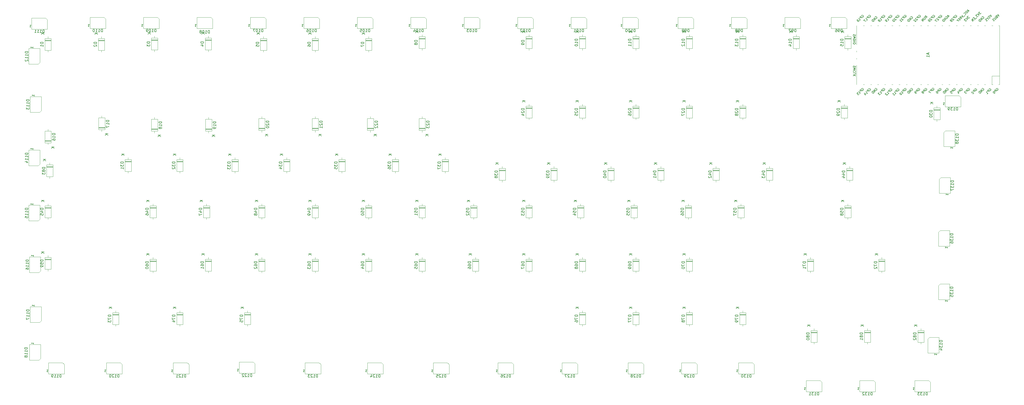
<source format=gbr>
%TF.GenerationSoftware,KiCad,Pcbnew,9.0.2*%
%TF.CreationDate,2025-07-29T21:02:51-05:00*%
%TF.ProjectId,realkeyboard,7265616c-6b65-4796-926f-6172642e6b69,rev?*%
%TF.SameCoordinates,Original*%
%TF.FileFunction,Legend,Bot*%
%TF.FilePolarity,Positive*%
%FSLAX46Y46*%
G04 Gerber Fmt 4.6, Leading zero omitted, Abs format (unit mm)*
G04 Created by KiCad (PCBNEW 9.0.2) date 2025-07-29 21:02:51*
%MOMM*%
%LPD*%
G01*
G04 APERTURE LIST*
%ADD10C,0.150000*%
%ADD11C,0.120000*%
G04 APERTURE END LIST*
D10*
X84059819Y-117530714D02*
X83059819Y-117530714D01*
X83059819Y-117530714D02*
X83059819Y-117768809D01*
X83059819Y-117768809D02*
X83107438Y-117911666D01*
X83107438Y-117911666D02*
X83202676Y-118006904D01*
X83202676Y-118006904D02*
X83297914Y-118054523D01*
X83297914Y-118054523D02*
X83488390Y-118102142D01*
X83488390Y-118102142D02*
X83631247Y-118102142D01*
X83631247Y-118102142D02*
X83821723Y-118054523D01*
X83821723Y-118054523D02*
X83916961Y-118006904D01*
X83916961Y-118006904D02*
X84012200Y-117911666D01*
X84012200Y-117911666D02*
X84059819Y-117768809D01*
X84059819Y-117768809D02*
X84059819Y-117530714D01*
X83059819Y-118959285D02*
X83059819Y-118768809D01*
X83059819Y-118768809D02*
X83107438Y-118673571D01*
X83107438Y-118673571D02*
X83155057Y-118625952D01*
X83155057Y-118625952D02*
X83297914Y-118530714D01*
X83297914Y-118530714D02*
X83488390Y-118483095D01*
X83488390Y-118483095D02*
X83869342Y-118483095D01*
X83869342Y-118483095D02*
X83964580Y-118530714D01*
X83964580Y-118530714D02*
X84012200Y-118578333D01*
X84012200Y-118578333D02*
X84059819Y-118673571D01*
X84059819Y-118673571D02*
X84059819Y-118864047D01*
X84059819Y-118864047D02*
X84012200Y-118959285D01*
X84012200Y-118959285D02*
X83964580Y-119006904D01*
X83964580Y-119006904D02*
X83869342Y-119054523D01*
X83869342Y-119054523D02*
X83631247Y-119054523D01*
X83631247Y-119054523D02*
X83536009Y-119006904D01*
X83536009Y-119006904D02*
X83488390Y-118959285D01*
X83488390Y-118959285D02*
X83440771Y-118864047D01*
X83440771Y-118864047D02*
X83440771Y-118673571D01*
X83440771Y-118673571D02*
X83488390Y-118578333D01*
X83488390Y-118578333D02*
X83536009Y-118530714D01*
X83536009Y-118530714D02*
X83631247Y-118483095D01*
X84059819Y-120006904D02*
X84059819Y-119435476D01*
X84059819Y-119721190D02*
X83059819Y-119721190D01*
X83059819Y-119721190D02*
X83202676Y-119625952D01*
X83202676Y-119625952D02*
X83297914Y-119530714D01*
X83297914Y-119530714D02*
X83345533Y-119435476D01*
X84379819Y-114673095D02*
X83379819Y-114673095D01*
X84379819Y-115244523D02*
X83808390Y-114815952D01*
X83379819Y-115244523D02*
X83951247Y-114673095D01*
X338059819Y-142930714D02*
X337059819Y-142930714D01*
X337059819Y-142930714D02*
X337059819Y-143168809D01*
X337059819Y-143168809D02*
X337107438Y-143311666D01*
X337107438Y-143311666D02*
X337202676Y-143406904D01*
X337202676Y-143406904D02*
X337297914Y-143454523D01*
X337297914Y-143454523D02*
X337488390Y-143502142D01*
X337488390Y-143502142D02*
X337631247Y-143502142D01*
X337631247Y-143502142D02*
X337821723Y-143454523D01*
X337821723Y-143454523D02*
X337916961Y-143406904D01*
X337916961Y-143406904D02*
X338012200Y-143311666D01*
X338012200Y-143311666D02*
X338059819Y-143168809D01*
X338059819Y-143168809D02*
X338059819Y-142930714D01*
X337488390Y-144073571D02*
X337440771Y-143978333D01*
X337440771Y-143978333D02*
X337393152Y-143930714D01*
X337393152Y-143930714D02*
X337297914Y-143883095D01*
X337297914Y-143883095D02*
X337250295Y-143883095D01*
X337250295Y-143883095D02*
X337155057Y-143930714D01*
X337155057Y-143930714D02*
X337107438Y-143978333D01*
X337107438Y-143978333D02*
X337059819Y-144073571D01*
X337059819Y-144073571D02*
X337059819Y-144264047D01*
X337059819Y-144264047D02*
X337107438Y-144359285D01*
X337107438Y-144359285D02*
X337155057Y-144406904D01*
X337155057Y-144406904D02*
X337250295Y-144454523D01*
X337250295Y-144454523D02*
X337297914Y-144454523D01*
X337297914Y-144454523D02*
X337393152Y-144406904D01*
X337393152Y-144406904D02*
X337440771Y-144359285D01*
X337440771Y-144359285D02*
X337488390Y-144264047D01*
X337488390Y-144264047D02*
X337488390Y-144073571D01*
X337488390Y-144073571D02*
X337536009Y-143978333D01*
X337536009Y-143978333D02*
X337583628Y-143930714D01*
X337583628Y-143930714D02*
X337678866Y-143883095D01*
X337678866Y-143883095D02*
X337869342Y-143883095D01*
X337869342Y-143883095D02*
X337964580Y-143930714D01*
X337964580Y-143930714D02*
X338012200Y-143978333D01*
X338012200Y-143978333D02*
X338059819Y-144073571D01*
X338059819Y-144073571D02*
X338059819Y-144264047D01*
X338059819Y-144264047D02*
X338012200Y-144359285D01*
X338012200Y-144359285D02*
X337964580Y-144406904D01*
X337964580Y-144406904D02*
X337869342Y-144454523D01*
X337869342Y-144454523D02*
X337678866Y-144454523D01*
X337678866Y-144454523D02*
X337583628Y-144406904D01*
X337583628Y-144406904D02*
X337536009Y-144359285D01*
X337536009Y-144359285D02*
X337488390Y-144264047D01*
X337155057Y-144835476D02*
X337107438Y-144883095D01*
X337107438Y-144883095D02*
X337059819Y-144978333D01*
X337059819Y-144978333D02*
X337059819Y-145216428D01*
X337059819Y-145216428D02*
X337107438Y-145311666D01*
X337107438Y-145311666D02*
X337155057Y-145359285D01*
X337155057Y-145359285D02*
X337250295Y-145406904D01*
X337250295Y-145406904D02*
X337345533Y-145406904D01*
X337345533Y-145406904D02*
X337488390Y-145359285D01*
X337488390Y-145359285D02*
X338059819Y-144787857D01*
X338059819Y-144787857D02*
X338059819Y-145406904D01*
X338379819Y-140073095D02*
X337379819Y-140073095D01*
X338379819Y-140644523D02*
X337808390Y-140215952D01*
X337379819Y-140644523D02*
X337951247Y-140073095D01*
X64882819Y-39139905D02*
X63882819Y-39139905D01*
X63882819Y-39139905D02*
X63882819Y-39378000D01*
X63882819Y-39378000D02*
X63930438Y-39520857D01*
X63930438Y-39520857D02*
X64025676Y-39616095D01*
X64025676Y-39616095D02*
X64120914Y-39663714D01*
X64120914Y-39663714D02*
X64311390Y-39711333D01*
X64311390Y-39711333D02*
X64454247Y-39711333D01*
X64454247Y-39711333D02*
X64644723Y-39663714D01*
X64644723Y-39663714D02*
X64739961Y-39616095D01*
X64739961Y-39616095D02*
X64835200Y-39520857D01*
X64835200Y-39520857D02*
X64882819Y-39378000D01*
X64882819Y-39378000D02*
X64882819Y-39139905D01*
X63882819Y-40044667D02*
X63882819Y-40663714D01*
X63882819Y-40663714D02*
X64263771Y-40330381D01*
X64263771Y-40330381D02*
X64263771Y-40473238D01*
X64263771Y-40473238D02*
X64311390Y-40568476D01*
X64311390Y-40568476D02*
X64359009Y-40616095D01*
X64359009Y-40616095D02*
X64454247Y-40663714D01*
X64454247Y-40663714D02*
X64692342Y-40663714D01*
X64692342Y-40663714D02*
X64787580Y-40616095D01*
X64787580Y-40616095D02*
X64835200Y-40568476D01*
X64835200Y-40568476D02*
X64882819Y-40473238D01*
X64882819Y-40473238D02*
X64882819Y-40187524D01*
X64882819Y-40187524D02*
X64835200Y-40092286D01*
X64835200Y-40092286D02*
X64787580Y-40044667D01*
X65202819Y-35806095D02*
X64202819Y-35806095D01*
X65202819Y-36377523D02*
X64631390Y-35948952D01*
X64202819Y-36377523D02*
X64774247Y-35806095D01*
X351424819Y-88634524D02*
X350424819Y-88634524D01*
X350424819Y-88634524D02*
X350424819Y-88872619D01*
X350424819Y-88872619D02*
X350472438Y-89015476D01*
X350472438Y-89015476D02*
X350567676Y-89110714D01*
X350567676Y-89110714D02*
X350662914Y-89158333D01*
X350662914Y-89158333D02*
X350853390Y-89205952D01*
X350853390Y-89205952D02*
X350996247Y-89205952D01*
X350996247Y-89205952D02*
X351186723Y-89158333D01*
X351186723Y-89158333D02*
X351281961Y-89110714D01*
X351281961Y-89110714D02*
X351377200Y-89015476D01*
X351377200Y-89015476D02*
X351424819Y-88872619D01*
X351424819Y-88872619D02*
X351424819Y-88634524D01*
X351424819Y-90158333D02*
X351424819Y-89586905D01*
X351424819Y-89872619D02*
X350424819Y-89872619D01*
X350424819Y-89872619D02*
X350567676Y-89777381D01*
X350567676Y-89777381D02*
X350662914Y-89682143D01*
X350662914Y-89682143D02*
X350710533Y-89586905D01*
X350424819Y-90491667D02*
X350424819Y-91110714D01*
X350424819Y-91110714D02*
X350805771Y-90777381D01*
X350805771Y-90777381D02*
X350805771Y-90920238D01*
X350805771Y-90920238D02*
X350853390Y-91015476D01*
X350853390Y-91015476D02*
X350901009Y-91063095D01*
X350901009Y-91063095D02*
X350996247Y-91110714D01*
X350996247Y-91110714D02*
X351234342Y-91110714D01*
X351234342Y-91110714D02*
X351329580Y-91063095D01*
X351329580Y-91063095D02*
X351377200Y-91015476D01*
X351377200Y-91015476D02*
X351424819Y-90920238D01*
X351424819Y-90920238D02*
X351424819Y-90634524D01*
X351424819Y-90634524D02*
X351377200Y-90539286D01*
X351377200Y-90539286D02*
X351329580Y-90491667D01*
X350424819Y-91444048D02*
X350424819Y-92110714D01*
X350424819Y-92110714D02*
X351424819Y-91682143D01*
X348732704Y-93296428D02*
X348732704Y-93753571D01*
X348732704Y-93524999D02*
X349532704Y-93524999D01*
X349532704Y-93524999D02*
X349418419Y-93601190D01*
X349418419Y-93601190D02*
X349342228Y-93677380D01*
X349342228Y-93677380D02*
X349304133Y-93753571D01*
X48045475Y-35589819D02*
X48045475Y-34589819D01*
X48045475Y-34589819D02*
X47807380Y-34589819D01*
X47807380Y-34589819D02*
X47664523Y-34637438D01*
X47664523Y-34637438D02*
X47569285Y-34732676D01*
X47569285Y-34732676D02*
X47521666Y-34827914D01*
X47521666Y-34827914D02*
X47474047Y-35018390D01*
X47474047Y-35018390D02*
X47474047Y-35161247D01*
X47474047Y-35161247D02*
X47521666Y-35351723D01*
X47521666Y-35351723D02*
X47569285Y-35446961D01*
X47569285Y-35446961D02*
X47664523Y-35542200D01*
X47664523Y-35542200D02*
X47807380Y-35589819D01*
X47807380Y-35589819D02*
X48045475Y-35589819D01*
X46521666Y-35589819D02*
X47093094Y-35589819D01*
X46807380Y-35589819D02*
X46807380Y-34589819D01*
X46807380Y-34589819D02*
X46902618Y-34732676D01*
X46902618Y-34732676D02*
X46997856Y-34827914D01*
X46997856Y-34827914D02*
X47093094Y-34875533D01*
X45569285Y-35589819D02*
X46140713Y-35589819D01*
X45854999Y-35589819D02*
X45854999Y-34589819D01*
X45854999Y-34589819D02*
X45950237Y-34732676D01*
X45950237Y-34732676D02*
X46045475Y-34827914D01*
X46045475Y-34827914D02*
X46140713Y-34875533D01*
X44950237Y-34589819D02*
X44854999Y-34589819D01*
X44854999Y-34589819D02*
X44759761Y-34637438D01*
X44759761Y-34637438D02*
X44712142Y-34685057D01*
X44712142Y-34685057D02*
X44664523Y-34780295D01*
X44664523Y-34780295D02*
X44616904Y-34970771D01*
X44616904Y-34970771D02*
X44616904Y-35208866D01*
X44616904Y-35208866D02*
X44664523Y-35399342D01*
X44664523Y-35399342D02*
X44712142Y-35494580D01*
X44712142Y-35494580D02*
X44759761Y-35542200D01*
X44759761Y-35542200D02*
X44854999Y-35589819D01*
X44854999Y-35589819D02*
X44950237Y-35589819D01*
X44950237Y-35589819D02*
X45045475Y-35542200D01*
X45045475Y-35542200D02*
X45093094Y-35494580D01*
X45093094Y-35494580D02*
X45140713Y-35399342D01*
X45140713Y-35399342D02*
X45188332Y-35208866D01*
X45188332Y-35208866D02*
X45188332Y-34970771D01*
X45188332Y-34970771D02*
X45140713Y-34780295D01*
X45140713Y-34780295D02*
X45093094Y-34685057D01*
X45093094Y-34685057D02*
X45045475Y-34637438D01*
X45045475Y-34637438D02*
X44950237Y-34589819D01*
X43383571Y-32897704D02*
X42926428Y-32897704D01*
X43155000Y-32897704D02*
X43155000Y-33697704D01*
X43155000Y-33697704D02*
X43078809Y-33583419D01*
X43078809Y-33583419D02*
X43002619Y-33507228D01*
X43002619Y-33507228D02*
X42926428Y-33469133D01*
X217409819Y-62920714D02*
X216409819Y-62920714D01*
X216409819Y-62920714D02*
X216409819Y-63158809D01*
X216409819Y-63158809D02*
X216457438Y-63301666D01*
X216457438Y-63301666D02*
X216552676Y-63396904D01*
X216552676Y-63396904D02*
X216647914Y-63444523D01*
X216647914Y-63444523D02*
X216838390Y-63492142D01*
X216838390Y-63492142D02*
X216981247Y-63492142D01*
X216981247Y-63492142D02*
X217171723Y-63444523D01*
X217171723Y-63444523D02*
X217266961Y-63396904D01*
X217266961Y-63396904D02*
X217362200Y-63301666D01*
X217362200Y-63301666D02*
X217409819Y-63158809D01*
X217409819Y-63158809D02*
X217409819Y-62920714D01*
X216505057Y-63873095D02*
X216457438Y-63920714D01*
X216457438Y-63920714D02*
X216409819Y-64015952D01*
X216409819Y-64015952D02*
X216409819Y-64254047D01*
X216409819Y-64254047D02*
X216457438Y-64349285D01*
X216457438Y-64349285D02*
X216505057Y-64396904D01*
X216505057Y-64396904D02*
X216600295Y-64444523D01*
X216600295Y-64444523D02*
X216695533Y-64444523D01*
X216695533Y-64444523D02*
X216838390Y-64396904D01*
X216838390Y-64396904D02*
X217409819Y-63825476D01*
X217409819Y-63825476D02*
X217409819Y-64444523D01*
X216409819Y-65349285D02*
X216409819Y-64873095D01*
X216409819Y-64873095D02*
X216886009Y-64825476D01*
X216886009Y-64825476D02*
X216838390Y-64873095D01*
X216838390Y-64873095D02*
X216790771Y-64968333D01*
X216790771Y-64968333D02*
X216790771Y-65206428D01*
X216790771Y-65206428D02*
X216838390Y-65301666D01*
X216838390Y-65301666D02*
X216886009Y-65349285D01*
X216886009Y-65349285D02*
X216981247Y-65396904D01*
X216981247Y-65396904D02*
X217219342Y-65396904D01*
X217219342Y-65396904D02*
X217314580Y-65349285D01*
X217314580Y-65349285D02*
X217362200Y-65301666D01*
X217362200Y-65301666D02*
X217409819Y-65206428D01*
X217409819Y-65206428D02*
X217409819Y-64968333D01*
X217409819Y-64968333D02*
X217362200Y-64873095D01*
X217362200Y-64873095D02*
X217314580Y-64825476D01*
X217729819Y-60063095D02*
X216729819Y-60063095D01*
X217729819Y-60634523D02*
X217158390Y-60205952D01*
X216729819Y-60634523D02*
X217301247Y-60063095D01*
X293609819Y-38155714D02*
X292609819Y-38155714D01*
X292609819Y-38155714D02*
X292609819Y-38393809D01*
X292609819Y-38393809D02*
X292657438Y-38536666D01*
X292657438Y-38536666D02*
X292752676Y-38631904D01*
X292752676Y-38631904D02*
X292847914Y-38679523D01*
X292847914Y-38679523D02*
X293038390Y-38727142D01*
X293038390Y-38727142D02*
X293181247Y-38727142D01*
X293181247Y-38727142D02*
X293371723Y-38679523D01*
X293371723Y-38679523D02*
X293466961Y-38631904D01*
X293466961Y-38631904D02*
X293562200Y-38536666D01*
X293562200Y-38536666D02*
X293609819Y-38393809D01*
X293609819Y-38393809D02*
X293609819Y-38155714D01*
X293609819Y-39679523D02*
X293609819Y-39108095D01*
X293609819Y-39393809D02*
X292609819Y-39393809D01*
X292609819Y-39393809D02*
X292752676Y-39298571D01*
X292752676Y-39298571D02*
X292847914Y-39203333D01*
X292847914Y-39203333D02*
X292895533Y-39108095D01*
X292943152Y-40536666D02*
X293609819Y-40536666D01*
X292562200Y-40298571D02*
X293276485Y-40060476D01*
X293276485Y-40060476D02*
X293276485Y-40679523D01*
X293929819Y-35298095D02*
X292929819Y-35298095D01*
X293929819Y-35869523D02*
X293358390Y-35440952D01*
X292929819Y-35869523D02*
X293501247Y-35298095D01*
X255509819Y-117530714D02*
X254509819Y-117530714D01*
X254509819Y-117530714D02*
X254509819Y-117768809D01*
X254509819Y-117768809D02*
X254557438Y-117911666D01*
X254557438Y-117911666D02*
X254652676Y-118006904D01*
X254652676Y-118006904D02*
X254747914Y-118054523D01*
X254747914Y-118054523D02*
X254938390Y-118102142D01*
X254938390Y-118102142D02*
X255081247Y-118102142D01*
X255081247Y-118102142D02*
X255271723Y-118054523D01*
X255271723Y-118054523D02*
X255366961Y-118006904D01*
X255366961Y-118006904D02*
X255462200Y-117911666D01*
X255462200Y-117911666D02*
X255509819Y-117768809D01*
X255509819Y-117768809D02*
X255509819Y-117530714D01*
X254509819Y-118435476D02*
X254509819Y-119102142D01*
X254509819Y-119102142D02*
X255509819Y-118673571D01*
X254509819Y-119673571D02*
X254509819Y-119768809D01*
X254509819Y-119768809D02*
X254557438Y-119864047D01*
X254557438Y-119864047D02*
X254605057Y-119911666D01*
X254605057Y-119911666D02*
X254700295Y-119959285D01*
X254700295Y-119959285D02*
X254890771Y-120006904D01*
X254890771Y-120006904D02*
X255128866Y-120006904D01*
X255128866Y-120006904D02*
X255319342Y-119959285D01*
X255319342Y-119959285D02*
X255414580Y-119911666D01*
X255414580Y-119911666D02*
X255462200Y-119864047D01*
X255462200Y-119864047D02*
X255509819Y-119768809D01*
X255509819Y-119768809D02*
X255509819Y-119673571D01*
X255509819Y-119673571D02*
X255462200Y-119578333D01*
X255462200Y-119578333D02*
X255414580Y-119530714D01*
X255414580Y-119530714D02*
X255319342Y-119483095D01*
X255319342Y-119483095D02*
X255128866Y-119435476D01*
X255128866Y-119435476D02*
X254890771Y-119435476D01*
X254890771Y-119435476D02*
X254700295Y-119483095D01*
X254700295Y-119483095D02*
X254605057Y-119530714D01*
X254605057Y-119530714D02*
X254557438Y-119578333D01*
X254557438Y-119578333D02*
X254509819Y-119673571D01*
X255829819Y-114673095D02*
X254829819Y-114673095D01*
X255829819Y-115244523D02*
X255258390Y-114815952D01*
X254829819Y-115244523D02*
X255401247Y-114673095D01*
X50326819Y-67111714D02*
X49326819Y-67111714D01*
X49326819Y-67111714D02*
X49326819Y-67349809D01*
X49326819Y-67349809D02*
X49374438Y-67492666D01*
X49374438Y-67492666D02*
X49469676Y-67587904D01*
X49469676Y-67587904D02*
X49564914Y-67635523D01*
X49564914Y-67635523D02*
X49755390Y-67683142D01*
X49755390Y-67683142D02*
X49898247Y-67683142D01*
X49898247Y-67683142D02*
X50088723Y-67635523D01*
X50088723Y-67635523D02*
X50183961Y-67587904D01*
X50183961Y-67587904D02*
X50279200Y-67492666D01*
X50279200Y-67492666D02*
X50326819Y-67349809D01*
X50326819Y-67349809D02*
X50326819Y-67111714D01*
X50326819Y-68635523D02*
X50326819Y-68064095D01*
X50326819Y-68349809D02*
X49326819Y-68349809D01*
X49326819Y-68349809D02*
X49469676Y-68254571D01*
X49469676Y-68254571D02*
X49564914Y-68159333D01*
X49564914Y-68159333D02*
X49612533Y-68064095D01*
X49326819Y-68968857D02*
X49326819Y-69635523D01*
X49326819Y-69635523D02*
X50326819Y-69206952D01*
X50006819Y-71874095D02*
X49006819Y-71874095D01*
X50006819Y-72445523D02*
X49435390Y-72016952D01*
X49006819Y-72445523D02*
X49578247Y-71874095D01*
X322365475Y-165129819D02*
X322365475Y-164129819D01*
X322365475Y-164129819D02*
X322127380Y-164129819D01*
X322127380Y-164129819D02*
X321984523Y-164177438D01*
X321984523Y-164177438D02*
X321889285Y-164272676D01*
X321889285Y-164272676D02*
X321841666Y-164367914D01*
X321841666Y-164367914D02*
X321794047Y-164558390D01*
X321794047Y-164558390D02*
X321794047Y-164701247D01*
X321794047Y-164701247D02*
X321841666Y-164891723D01*
X321841666Y-164891723D02*
X321889285Y-164986961D01*
X321889285Y-164986961D02*
X321984523Y-165082200D01*
X321984523Y-165082200D02*
X322127380Y-165129819D01*
X322127380Y-165129819D02*
X322365475Y-165129819D01*
X320841666Y-165129819D02*
X321413094Y-165129819D01*
X321127380Y-165129819D02*
X321127380Y-164129819D01*
X321127380Y-164129819D02*
X321222618Y-164272676D01*
X321222618Y-164272676D02*
X321317856Y-164367914D01*
X321317856Y-164367914D02*
X321413094Y-164415533D01*
X320508332Y-164129819D02*
X319889285Y-164129819D01*
X319889285Y-164129819D02*
X320222618Y-164510771D01*
X320222618Y-164510771D02*
X320079761Y-164510771D01*
X320079761Y-164510771D02*
X319984523Y-164558390D01*
X319984523Y-164558390D02*
X319936904Y-164606009D01*
X319936904Y-164606009D02*
X319889285Y-164701247D01*
X319889285Y-164701247D02*
X319889285Y-164939342D01*
X319889285Y-164939342D02*
X319936904Y-165034580D01*
X319936904Y-165034580D02*
X319984523Y-165082200D01*
X319984523Y-165082200D02*
X320079761Y-165129819D01*
X320079761Y-165129819D02*
X320365475Y-165129819D01*
X320365475Y-165129819D02*
X320460713Y-165082200D01*
X320460713Y-165082200D02*
X320508332Y-165034580D01*
X319508332Y-164225057D02*
X319460713Y-164177438D01*
X319460713Y-164177438D02*
X319365475Y-164129819D01*
X319365475Y-164129819D02*
X319127380Y-164129819D01*
X319127380Y-164129819D02*
X319032142Y-164177438D01*
X319032142Y-164177438D02*
X318984523Y-164225057D01*
X318984523Y-164225057D02*
X318936904Y-164320295D01*
X318936904Y-164320295D02*
X318936904Y-164415533D01*
X318936904Y-164415533D02*
X318984523Y-164558390D01*
X318984523Y-164558390D02*
X319555951Y-165129819D01*
X319555951Y-165129819D02*
X318936904Y-165129819D01*
X317703571Y-162437704D02*
X317246428Y-162437704D01*
X317475000Y-162437704D02*
X317475000Y-163237704D01*
X317475000Y-163237704D02*
X317398809Y-163123419D01*
X317398809Y-163123419D02*
X317322619Y-163047228D01*
X317322619Y-163047228D02*
X317246428Y-163009133D01*
X122159819Y-39266905D02*
X121159819Y-39266905D01*
X121159819Y-39266905D02*
X121159819Y-39505000D01*
X121159819Y-39505000D02*
X121207438Y-39647857D01*
X121207438Y-39647857D02*
X121302676Y-39743095D01*
X121302676Y-39743095D02*
X121397914Y-39790714D01*
X121397914Y-39790714D02*
X121588390Y-39838333D01*
X121588390Y-39838333D02*
X121731247Y-39838333D01*
X121731247Y-39838333D02*
X121921723Y-39790714D01*
X121921723Y-39790714D02*
X122016961Y-39743095D01*
X122016961Y-39743095D02*
X122112200Y-39647857D01*
X122112200Y-39647857D02*
X122159819Y-39505000D01*
X122159819Y-39505000D02*
X122159819Y-39266905D01*
X121159819Y-40695476D02*
X121159819Y-40505000D01*
X121159819Y-40505000D02*
X121207438Y-40409762D01*
X121207438Y-40409762D02*
X121255057Y-40362143D01*
X121255057Y-40362143D02*
X121397914Y-40266905D01*
X121397914Y-40266905D02*
X121588390Y-40219286D01*
X121588390Y-40219286D02*
X121969342Y-40219286D01*
X121969342Y-40219286D02*
X122064580Y-40266905D01*
X122064580Y-40266905D02*
X122112200Y-40314524D01*
X122112200Y-40314524D02*
X122159819Y-40409762D01*
X122159819Y-40409762D02*
X122159819Y-40600238D01*
X122159819Y-40600238D02*
X122112200Y-40695476D01*
X122112200Y-40695476D02*
X122064580Y-40743095D01*
X122064580Y-40743095D02*
X121969342Y-40790714D01*
X121969342Y-40790714D02*
X121731247Y-40790714D01*
X121731247Y-40790714D02*
X121636009Y-40743095D01*
X121636009Y-40743095D02*
X121588390Y-40695476D01*
X121588390Y-40695476D02*
X121540771Y-40600238D01*
X121540771Y-40600238D02*
X121540771Y-40409762D01*
X121540771Y-40409762D02*
X121588390Y-40314524D01*
X121588390Y-40314524D02*
X121636009Y-40266905D01*
X121636009Y-40266905D02*
X121731247Y-40219286D01*
X122479819Y-35933095D02*
X121479819Y-35933095D01*
X122479819Y-36504523D02*
X121908390Y-36075952D01*
X121479819Y-36504523D02*
X122051247Y-35933095D01*
X55484819Y-81970714D02*
X54484819Y-81970714D01*
X54484819Y-81970714D02*
X54484819Y-82208809D01*
X54484819Y-82208809D02*
X54532438Y-82351666D01*
X54532438Y-82351666D02*
X54627676Y-82446904D01*
X54627676Y-82446904D02*
X54722914Y-82494523D01*
X54722914Y-82494523D02*
X54913390Y-82542142D01*
X54913390Y-82542142D02*
X55056247Y-82542142D01*
X55056247Y-82542142D02*
X55246723Y-82494523D01*
X55246723Y-82494523D02*
X55341961Y-82446904D01*
X55341961Y-82446904D02*
X55437200Y-82351666D01*
X55437200Y-82351666D02*
X55484819Y-82208809D01*
X55484819Y-82208809D02*
X55484819Y-81970714D01*
X54484819Y-82875476D02*
X54484819Y-83494523D01*
X54484819Y-83494523D02*
X54865771Y-83161190D01*
X54865771Y-83161190D02*
X54865771Y-83304047D01*
X54865771Y-83304047D02*
X54913390Y-83399285D01*
X54913390Y-83399285D02*
X54961009Y-83446904D01*
X54961009Y-83446904D02*
X55056247Y-83494523D01*
X55056247Y-83494523D02*
X55294342Y-83494523D01*
X55294342Y-83494523D02*
X55389580Y-83446904D01*
X55389580Y-83446904D02*
X55437200Y-83399285D01*
X55437200Y-83399285D02*
X55484819Y-83304047D01*
X55484819Y-83304047D02*
X55484819Y-83018333D01*
X55484819Y-83018333D02*
X55437200Y-82923095D01*
X55437200Y-82923095D02*
X55389580Y-82875476D01*
X55484819Y-84446904D02*
X55484819Y-83875476D01*
X55484819Y-84161190D02*
X54484819Y-84161190D01*
X54484819Y-84161190D02*
X54627676Y-84065952D01*
X54627676Y-84065952D02*
X54722914Y-83970714D01*
X54722914Y-83970714D02*
X54770533Y-83875476D01*
X55804819Y-79113095D02*
X54804819Y-79113095D01*
X55804819Y-79684523D02*
X55233390Y-79255952D01*
X54804819Y-79684523D02*
X55376247Y-79113095D01*
X111999819Y-81970714D02*
X110999819Y-81970714D01*
X110999819Y-81970714D02*
X110999819Y-82208809D01*
X110999819Y-82208809D02*
X111047438Y-82351666D01*
X111047438Y-82351666D02*
X111142676Y-82446904D01*
X111142676Y-82446904D02*
X111237914Y-82494523D01*
X111237914Y-82494523D02*
X111428390Y-82542142D01*
X111428390Y-82542142D02*
X111571247Y-82542142D01*
X111571247Y-82542142D02*
X111761723Y-82494523D01*
X111761723Y-82494523D02*
X111856961Y-82446904D01*
X111856961Y-82446904D02*
X111952200Y-82351666D01*
X111952200Y-82351666D02*
X111999819Y-82208809D01*
X111999819Y-82208809D02*
X111999819Y-81970714D01*
X110999819Y-82875476D02*
X110999819Y-83494523D01*
X110999819Y-83494523D02*
X111380771Y-83161190D01*
X111380771Y-83161190D02*
X111380771Y-83304047D01*
X111380771Y-83304047D02*
X111428390Y-83399285D01*
X111428390Y-83399285D02*
X111476009Y-83446904D01*
X111476009Y-83446904D02*
X111571247Y-83494523D01*
X111571247Y-83494523D02*
X111809342Y-83494523D01*
X111809342Y-83494523D02*
X111904580Y-83446904D01*
X111904580Y-83446904D02*
X111952200Y-83399285D01*
X111952200Y-83399285D02*
X111999819Y-83304047D01*
X111999819Y-83304047D02*
X111999819Y-83018333D01*
X111999819Y-83018333D02*
X111952200Y-82923095D01*
X111952200Y-82923095D02*
X111904580Y-82875476D01*
X111333152Y-84351666D02*
X111999819Y-84351666D01*
X110952200Y-84113571D02*
X111666485Y-83875476D01*
X111666485Y-83875476D02*
X111666485Y-84494523D01*
X112319819Y-79113095D02*
X111319819Y-79113095D01*
X112319819Y-79684523D02*
X111748390Y-79255952D01*
X111319819Y-79684523D02*
X111891247Y-79113095D01*
X217409819Y-117530714D02*
X216409819Y-117530714D01*
X216409819Y-117530714D02*
X216409819Y-117768809D01*
X216409819Y-117768809D02*
X216457438Y-117911666D01*
X216457438Y-117911666D02*
X216552676Y-118006904D01*
X216552676Y-118006904D02*
X216647914Y-118054523D01*
X216647914Y-118054523D02*
X216838390Y-118102142D01*
X216838390Y-118102142D02*
X216981247Y-118102142D01*
X216981247Y-118102142D02*
X217171723Y-118054523D01*
X217171723Y-118054523D02*
X217266961Y-118006904D01*
X217266961Y-118006904D02*
X217362200Y-117911666D01*
X217362200Y-117911666D02*
X217409819Y-117768809D01*
X217409819Y-117768809D02*
X217409819Y-117530714D01*
X216409819Y-118959285D02*
X216409819Y-118768809D01*
X216409819Y-118768809D02*
X216457438Y-118673571D01*
X216457438Y-118673571D02*
X216505057Y-118625952D01*
X216505057Y-118625952D02*
X216647914Y-118530714D01*
X216647914Y-118530714D02*
X216838390Y-118483095D01*
X216838390Y-118483095D02*
X217219342Y-118483095D01*
X217219342Y-118483095D02*
X217314580Y-118530714D01*
X217314580Y-118530714D02*
X217362200Y-118578333D01*
X217362200Y-118578333D02*
X217409819Y-118673571D01*
X217409819Y-118673571D02*
X217409819Y-118864047D01*
X217409819Y-118864047D02*
X217362200Y-118959285D01*
X217362200Y-118959285D02*
X217314580Y-119006904D01*
X217314580Y-119006904D02*
X217219342Y-119054523D01*
X217219342Y-119054523D02*
X216981247Y-119054523D01*
X216981247Y-119054523D02*
X216886009Y-119006904D01*
X216886009Y-119006904D02*
X216838390Y-118959285D01*
X216838390Y-118959285D02*
X216790771Y-118864047D01*
X216790771Y-118864047D02*
X216790771Y-118673571D01*
X216790771Y-118673571D02*
X216838390Y-118578333D01*
X216838390Y-118578333D02*
X216886009Y-118530714D01*
X216886009Y-118530714D02*
X216981247Y-118483095D01*
X216838390Y-119625952D02*
X216790771Y-119530714D01*
X216790771Y-119530714D02*
X216743152Y-119483095D01*
X216743152Y-119483095D02*
X216647914Y-119435476D01*
X216647914Y-119435476D02*
X216600295Y-119435476D01*
X216600295Y-119435476D02*
X216505057Y-119483095D01*
X216505057Y-119483095D02*
X216457438Y-119530714D01*
X216457438Y-119530714D02*
X216409819Y-119625952D01*
X216409819Y-119625952D02*
X216409819Y-119816428D01*
X216409819Y-119816428D02*
X216457438Y-119911666D01*
X216457438Y-119911666D02*
X216505057Y-119959285D01*
X216505057Y-119959285D02*
X216600295Y-120006904D01*
X216600295Y-120006904D02*
X216647914Y-120006904D01*
X216647914Y-120006904D02*
X216743152Y-119959285D01*
X216743152Y-119959285D02*
X216790771Y-119911666D01*
X216790771Y-119911666D02*
X216838390Y-119816428D01*
X216838390Y-119816428D02*
X216838390Y-119625952D01*
X216838390Y-119625952D02*
X216886009Y-119530714D01*
X216886009Y-119530714D02*
X216933628Y-119483095D01*
X216933628Y-119483095D02*
X217028866Y-119435476D01*
X217028866Y-119435476D02*
X217219342Y-119435476D01*
X217219342Y-119435476D02*
X217314580Y-119483095D01*
X217314580Y-119483095D02*
X217362200Y-119530714D01*
X217362200Y-119530714D02*
X217409819Y-119625952D01*
X217409819Y-119625952D02*
X217409819Y-119816428D01*
X217409819Y-119816428D02*
X217362200Y-119911666D01*
X217362200Y-119911666D02*
X217314580Y-119959285D01*
X217314580Y-119959285D02*
X217219342Y-120006904D01*
X217219342Y-120006904D02*
X217028866Y-120006904D01*
X217028866Y-120006904D02*
X216933628Y-119959285D01*
X216933628Y-119959285D02*
X216886009Y-119911666D01*
X216886009Y-119911666D02*
X216838390Y-119816428D01*
X217729819Y-114673095D02*
X216729819Y-114673095D01*
X217729819Y-115244523D02*
X217158390Y-114815952D01*
X216729819Y-115244523D02*
X217301247Y-114673095D01*
X164499819Y-67365714D02*
X163499819Y-67365714D01*
X163499819Y-67365714D02*
X163499819Y-67603809D01*
X163499819Y-67603809D02*
X163547438Y-67746666D01*
X163547438Y-67746666D02*
X163642676Y-67841904D01*
X163642676Y-67841904D02*
X163737914Y-67889523D01*
X163737914Y-67889523D02*
X163928390Y-67937142D01*
X163928390Y-67937142D02*
X164071247Y-67937142D01*
X164071247Y-67937142D02*
X164261723Y-67889523D01*
X164261723Y-67889523D02*
X164356961Y-67841904D01*
X164356961Y-67841904D02*
X164452200Y-67746666D01*
X164452200Y-67746666D02*
X164499819Y-67603809D01*
X164499819Y-67603809D02*
X164499819Y-67365714D01*
X163595057Y-68318095D02*
X163547438Y-68365714D01*
X163547438Y-68365714D02*
X163499819Y-68460952D01*
X163499819Y-68460952D02*
X163499819Y-68699047D01*
X163499819Y-68699047D02*
X163547438Y-68794285D01*
X163547438Y-68794285D02*
X163595057Y-68841904D01*
X163595057Y-68841904D02*
X163690295Y-68889523D01*
X163690295Y-68889523D02*
X163785533Y-68889523D01*
X163785533Y-68889523D02*
X163928390Y-68841904D01*
X163928390Y-68841904D02*
X164499819Y-68270476D01*
X164499819Y-68270476D02*
X164499819Y-68889523D01*
X163499819Y-69222857D02*
X163499819Y-69841904D01*
X163499819Y-69841904D02*
X163880771Y-69508571D01*
X163880771Y-69508571D02*
X163880771Y-69651428D01*
X163880771Y-69651428D02*
X163928390Y-69746666D01*
X163928390Y-69746666D02*
X163976009Y-69794285D01*
X163976009Y-69794285D02*
X164071247Y-69841904D01*
X164071247Y-69841904D02*
X164309342Y-69841904D01*
X164309342Y-69841904D02*
X164404580Y-69794285D01*
X164404580Y-69794285D02*
X164452200Y-69746666D01*
X164452200Y-69746666D02*
X164499819Y-69651428D01*
X164499819Y-69651428D02*
X164499819Y-69365714D01*
X164499819Y-69365714D02*
X164452200Y-69270476D01*
X164452200Y-69270476D02*
X164404580Y-69222857D01*
X164179819Y-72128095D02*
X163179819Y-72128095D01*
X164179819Y-72699523D02*
X163608390Y-72270952D01*
X163179819Y-72699523D02*
X163751247Y-72128095D01*
X239815475Y-158779819D02*
X239815475Y-157779819D01*
X239815475Y-157779819D02*
X239577380Y-157779819D01*
X239577380Y-157779819D02*
X239434523Y-157827438D01*
X239434523Y-157827438D02*
X239339285Y-157922676D01*
X239339285Y-157922676D02*
X239291666Y-158017914D01*
X239291666Y-158017914D02*
X239244047Y-158208390D01*
X239244047Y-158208390D02*
X239244047Y-158351247D01*
X239244047Y-158351247D02*
X239291666Y-158541723D01*
X239291666Y-158541723D02*
X239339285Y-158636961D01*
X239339285Y-158636961D02*
X239434523Y-158732200D01*
X239434523Y-158732200D02*
X239577380Y-158779819D01*
X239577380Y-158779819D02*
X239815475Y-158779819D01*
X238291666Y-158779819D02*
X238863094Y-158779819D01*
X238577380Y-158779819D02*
X238577380Y-157779819D01*
X238577380Y-157779819D02*
X238672618Y-157922676D01*
X238672618Y-157922676D02*
X238767856Y-158017914D01*
X238767856Y-158017914D02*
X238863094Y-158065533D01*
X237910713Y-157875057D02*
X237863094Y-157827438D01*
X237863094Y-157827438D02*
X237767856Y-157779819D01*
X237767856Y-157779819D02*
X237529761Y-157779819D01*
X237529761Y-157779819D02*
X237434523Y-157827438D01*
X237434523Y-157827438D02*
X237386904Y-157875057D01*
X237386904Y-157875057D02*
X237339285Y-157970295D01*
X237339285Y-157970295D02*
X237339285Y-158065533D01*
X237339285Y-158065533D02*
X237386904Y-158208390D01*
X237386904Y-158208390D02*
X237958332Y-158779819D01*
X237958332Y-158779819D02*
X237339285Y-158779819D01*
X236767856Y-158208390D02*
X236863094Y-158160771D01*
X236863094Y-158160771D02*
X236910713Y-158113152D01*
X236910713Y-158113152D02*
X236958332Y-158017914D01*
X236958332Y-158017914D02*
X236958332Y-157970295D01*
X236958332Y-157970295D02*
X236910713Y-157875057D01*
X236910713Y-157875057D02*
X236863094Y-157827438D01*
X236863094Y-157827438D02*
X236767856Y-157779819D01*
X236767856Y-157779819D02*
X236577380Y-157779819D01*
X236577380Y-157779819D02*
X236482142Y-157827438D01*
X236482142Y-157827438D02*
X236434523Y-157875057D01*
X236434523Y-157875057D02*
X236386904Y-157970295D01*
X236386904Y-157970295D02*
X236386904Y-158017914D01*
X236386904Y-158017914D02*
X236434523Y-158113152D01*
X236434523Y-158113152D02*
X236482142Y-158160771D01*
X236482142Y-158160771D02*
X236577380Y-158208390D01*
X236577380Y-158208390D02*
X236767856Y-158208390D01*
X236767856Y-158208390D02*
X236863094Y-158256009D01*
X236863094Y-158256009D02*
X236910713Y-158303628D01*
X236910713Y-158303628D02*
X236958332Y-158398866D01*
X236958332Y-158398866D02*
X236958332Y-158589342D01*
X236958332Y-158589342D02*
X236910713Y-158684580D01*
X236910713Y-158684580D02*
X236863094Y-158732200D01*
X236863094Y-158732200D02*
X236767856Y-158779819D01*
X236767856Y-158779819D02*
X236577380Y-158779819D01*
X236577380Y-158779819D02*
X236482142Y-158732200D01*
X236482142Y-158732200D02*
X236434523Y-158684580D01*
X236434523Y-158684580D02*
X236386904Y-158589342D01*
X236386904Y-158589342D02*
X236386904Y-158398866D01*
X236386904Y-158398866D02*
X236434523Y-158303628D01*
X236434523Y-158303628D02*
X236482142Y-158256009D01*
X236482142Y-158256009D02*
X236577380Y-158208390D01*
X235153571Y-156087704D02*
X234696428Y-156087704D01*
X234925000Y-156087704D02*
X234925000Y-156887704D01*
X234925000Y-156887704D02*
X234848809Y-156773419D01*
X234848809Y-156773419D02*
X234772619Y-156697228D01*
X234772619Y-156697228D02*
X234696428Y-156659133D01*
X245349819Y-85145714D02*
X244349819Y-85145714D01*
X244349819Y-85145714D02*
X244349819Y-85383809D01*
X244349819Y-85383809D02*
X244397438Y-85526666D01*
X244397438Y-85526666D02*
X244492676Y-85621904D01*
X244492676Y-85621904D02*
X244587914Y-85669523D01*
X244587914Y-85669523D02*
X244778390Y-85717142D01*
X244778390Y-85717142D02*
X244921247Y-85717142D01*
X244921247Y-85717142D02*
X245111723Y-85669523D01*
X245111723Y-85669523D02*
X245206961Y-85621904D01*
X245206961Y-85621904D02*
X245302200Y-85526666D01*
X245302200Y-85526666D02*
X245349819Y-85383809D01*
X245349819Y-85383809D02*
X245349819Y-85145714D01*
X244683152Y-86574285D02*
X245349819Y-86574285D01*
X244302200Y-86336190D02*
X245016485Y-86098095D01*
X245016485Y-86098095D02*
X245016485Y-86717142D01*
X245349819Y-87621904D02*
X245349819Y-87050476D01*
X245349819Y-87336190D02*
X244349819Y-87336190D01*
X244349819Y-87336190D02*
X244492676Y-87240952D01*
X244492676Y-87240952D02*
X244587914Y-87145714D01*
X244587914Y-87145714D02*
X244635533Y-87050476D01*
X245669819Y-82288095D02*
X244669819Y-82288095D01*
X245669819Y-82859523D02*
X245098390Y-82430952D01*
X244669819Y-82859523D02*
X245241247Y-82288095D01*
X324089819Y-117530714D02*
X323089819Y-117530714D01*
X323089819Y-117530714D02*
X323089819Y-117768809D01*
X323089819Y-117768809D02*
X323137438Y-117911666D01*
X323137438Y-117911666D02*
X323232676Y-118006904D01*
X323232676Y-118006904D02*
X323327914Y-118054523D01*
X323327914Y-118054523D02*
X323518390Y-118102142D01*
X323518390Y-118102142D02*
X323661247Y-118102142D01*
X323661247Y-118102142D02*
X323851723Y-118054523D01*
X323851723Y-118054523D02*
X323946961Y-118006904D01*
X323946961Y-118006904D02*
X324042200Y-117911666D01*
X324042200Y-117911666D02*
X324089819Y-117768809D01*
X324089819Y-117768809D02*
X324089819Y-117530714D01*
X323089819Y-118435476D02*
X323089819Y-119102142D01*
X323089819Y-119102142D02*
X324089819Y-118673571D01*
X323185057Y-119435476D02*
X323137438Y-119483095D01*
X323137438Y-119483095D02*
X323089819Y-119578333D01*
X323089819Y-119578333D02*
X323089819Y-119816428D01*
X323089819Y-119816428D02*
X323137438Y-119911666D01*
X323137438Y-119911666D02*
X323185057Y-119959285D01*
X323185057Y-119959285D02*
X323280295Y-120006904D01*
X323280295Y-120006904D02*
X323375533Y-120006904D01*
X323375533Y-120006904D02*
X323518390Y-119959285D01*
X323518390Y-119959285D02*
X324089819Y-119387857D01*
X324089819Y-119387857D02*
X324089819Y-120006904D01*
X324409819Y-114673095D02*
X323409819Y-114673095D01*
X324409819Y-115244523D02*
X323838390Y-114815952D01*
X323409819Y-115244523D02*
X323981247Y-114673095D01*
X274559819Y-62920714D02*
X273559819Y-62920714D01*
X273559819Y-62920714D02*
X273559819Y-63158809D01*
X273559819Y-63158809D02*
X273607438Y-63301666D01*
X273607438Y-63301666D02*
X273702676Y-63396904D01*
X273702676Y-63396904D02*
X273797914Y-63444523D01*
X273797914Y-63444523D02*
X273988390Y-63492142D01*
X273988390Y-63492142D02*
X274131247Y-63492142D01*
X274131247Y-63492142D02*
X274321723Y-63444523D01*
X274321723Y-63444523D02*
X274416961Y-63396904D01*
X274416961Y-63396904D02*
X274512200Y-63301666D01*
X274512200Y-63301666D02*
X274559819Y-63158809D01*
X274559819Y-63158809D02*
X274559819Y-62920714D01*
X273655057Y-63873095D02*
X273607438Y-63920714D01*
X273607438Y-63920714D02*
X273559819Y-64015952D01*
X273559819Y-64015952D02*
X273559819Y-64254047D01*
X273559819Y-64254047D02*
X273607438Y-64349285D01*
X273607438Y-64349285D02*
X273655057Y-64396904D01*
X273655057Y-64396904D02*
X273750295Y-64444523D01*
X273750295Y-64444523D02*
X273845533Y-64444523D01*
X273845533Y-64444523D02*
X273988390Y-64396904D01*
X273988390Y-64396904D02*
X274559819Y-63825476D01*
X274559819Y-63825476D02*
X274559819Y-64444523D01*
X273988390Y-65015952D02*
X273940771Y-64920714D01*
X273940771Y-64920714D02*
X273893152Y-64873095D01*
X273893152Y-64873095D02*
X273797914Y-64825476D01*
X273797914Y-64825476D02*
X273750295Y-64825476D01*
X273750295Y-64825476D02*
X273655057Y-64873095D01*
X273655057Y-64873095D02*
X273607438Y-64920714D01*
X273607438Y-64920714D02*
X273559819Y-65015952D01*
X273559819Y-65015952D02*
X273559819Y-65206428D01*
X273559819Y-65206428D02*
X273607438Y-65301666D01*
X273607438Y-65301666D02*
X273655057Y-65349285D01*
X273655057Y-65349285D02*
X273750295Y-65396904D01*
X273750295Y-65396904D02*
X273797914Y-65396904D01*
X273797914Y-65396904D02*
X273893152Y-65349285D01*
X273893152Y-65349285D02*
X273940771Y-65301666D01*
X273940771Y-65301666D02*
X273988390Y-65206428D01*
X273988390Y-65206428D02*
X273988390Y-65015952D01*
X273988390Y-65015952D02*
X274036009Y-64920714D01*
X274036009Y-64920714D02*
X274083628Y-64873095D01*
X274083628Y-64873095D02*
X274178866Y-64825476D01*
X274178866Y-64825476D02*
X274369342Y-64825476D01*
X274369342Y-64825476D02*
X274464580Y-64873095D01*
X274464580Y-64873095D02*
X274512200Y-64920714D01*
X274512200Y-64920714D02*
X274559819Y-65015952D01*
X274559819Y-65015952D02*
X274559819Y-65206428D01*
X274559819Y-65206428D02*
X274512200Y-65301666D01*
X274512200Y-65301666D02*
X274464580Y-65349285D01*
X274464580Y-65349285D02*
X274369342Y-65396904D01*
X274369342Y-65396904D02*
X274178866Y-65396904D01*
X274178866Y-65396904D02*
X274083628Y-65349285D01*
X274083628Y-65349285D02*
X274036009Y-65301666D01*
X274036009Y-65301666D02*
X273988390Y-65206428D01*
X274879819Y-60063095D02*
X273879819Y-60063095D01*
X274879819Y-60634523D02*
X274308390Y-60205952D01*
X273879819Y-60634523D02*
X274451247Y-60063095D01*
X235824819Y-98480714D02*
X234824819Y-98480714D01*
X234824819Y-98480714D02*
X234824819Y-98718809D01*
X234824819Y-98718809D02*
X234872438Y-98861666D01*
X234872438Y-98861666D02*
X234967676Y-98956904D01*
X234967676Y-98956904D02*
X235062914Y-99004523D01*
X235062914Y-99004523D02*
X235253390Y-99052142D01*
X235253390Y-99052142D02*
X235396247Y-99052142D01*
X235396247Y-99052142D02*
X235586723Y-99004523D01*
X235586723Y-99004523D02*
X235681961Y-98956904D01*
X235681961Y-98956904D02*
X235777200Y-98861666D01*
X235777200Y-98861666D02*
X235824819Y-98718809D01*
X235824819Y-98718809D02*
X235824819Y-98480714D01*
X234824819Y-99956904D02*
X234824819Y-99480714D01*
X234824819Y-99480714D02*
X235301009Y-99433095D01*
X235301009Y-99433095D02*
X235253390Y-99480714D01*
X235253390Y-99480714D02*
X235205771Y-99575952D01*
X235205771Y-99575952D02*
X235205771Y-99814047D01*
X235205771Y-99814047D02*
X235253390Y-99909285D01*
X235253390Y-99909285D02*
X235301009Y-99956904D01*
X235301009Y-99956904D02*
X235396247Y-100004523D01*
X235396247Y-100004523D02*
X235634342Y-100004523D01*
X235634342Y-100004523D02*
X235729580Y-99956904D01*
X235729580Y-99956904D02*
X235777200Y-99909285D01*
X235777200Y-99909285D02*
X235824819Y-99814047D01*
X235824819Y-99814047D02*
X235824819Y-99575952D01*
X235824819Y-99575952D02*
X235777200Y-99480714D01*
X235777200Y-99480714D02*
X235729580Y-99433095D01*
X234824819Y-100909285D02*
X234824819Y-100433095D01*
X234824819Y-100433095D02*
X235301009Y-100385476D01*
X235301009Y-100385476D02*
X235253390Y-100433095D01*
X235253390Y-100433095D02*
X235205771Y-100528333D01*
X235205771Y-100528333D02*
X235205771Y-100766428D01*
X235205771Y-100766428D02*
X235253390Y-100861666D01*
X235253390Y-100861666D02*
X235301009Y-100909285D01*
X235301009Y-100909285D02*
X235396247Y-100956904D01*
X235396247Y-100956904D02*
X235634342Y-100956904D01*
X235634342Y-100956904D02*
X235729580Y-100909285D01*
X235729580Y-100909285D02*
X235777200Y-100861666D01*
X235777200Y-100861666D02*
X235824819Y-100766428D01*
X235824819Y-100766428D02*
X235824819Y-100528333D01*
X235824819Y-100528333D02*
X235777200Y-100433095D01*
X235777200Y-100433095D02*
X235729580Y-100385476D01*
X236144819Y-95623095D02*
X235144819Y-95623095D01*
X236144819Y-96194523D02*
X235573390Y-95765952D01*
X235144819Y-96194523D02*
X235716247Y-95623095D01*
X216774819Y-98480714D02*
X215774819Y-98480714D01*
X215774819Y-98480714D02*
X215774819Y-98718809D01*
X215774819Y-98718809D02*
X215822438Y-98861666D01*
X215822438Y-98861666D02*
X215917676Y-98956904D01*
X215917676Y-98956904D02*
X216012914Y-99004523D01*
X216012914Y-99004523D02*
X216203390Y-99052142D01*
X216203390Y-99052142D02*
X216346247Y-99052142D01*
X216346247Y-99052142D02*
X216536723Y-99004523D01*
X216536723Y-99004523D02*
X216631961Y-98956904D01*
X216631961Y-98956904D02*
X216727200Y-98861666D01*
X216727200Y-98861666D02*
X216774819Y-98718809D01*
X216774819Y-98718809D02*
X216774819Y-98480714D01*
X215774819Y-99956904D02*
X215774819Y-99480714D01*
X215774819Y-99480714D02*
X216251009Y-99433095D01*
X216251009Y-99433095D02*
X216203390Y-99480714D01*
X216203390Y-99480714D02*
X216155771Y-99575952D01*
X216155771Y-99575952D02*
X216155771Y-99814047D01*
X216155771Y-99814047D02*
X216203390Y-99909285D01*
X216203390Y-99909285D02*
X216251009Y-99956904D01*
X216251009Y-99956904D02*
X216346247Y-100004523D01*
X216346247Y-100004523D02*
X216584342Y-100004523D01*
X216584342Y-100004523D02*
X216679580Y-99956904D01*
X216679580Y-99956904D02*
X216727200Y-99909285D01*
X216727200Y-99909285D02*
X216774819Y-99814047D01*
X216774819Y-99814047D02*
X216774819Y-99575952D01*
X216774819Y-99575952D02*
X216727200Y-99480714D01*
X216727200Y-99480714D02*
X216679580Y-99433095D01*
X216108152Y-100861666D02*
X216774819Y-100861666D01*
X215727200Y-100623571D02*
X216441485Y-100385476D01*
X216441485Y-100385476D02*
X216441485Y-101004523D01*
X217094819Y-95623095D02*
X216094819Y-95623095D01*
X217094819Y-96194523D02*
X216523390Y-95765952D01*
X216094819Y-96194523D02*
X216666247Y-95623095D01*
X303315475Y-165129819D02*
X303315475Y-164129819D01*
X303315475Y-164129819D02*
X303077380Y-164129819D01*
X303077380Y-164129819D02*
X302934523Y-164177438D01*
X302934523Y-164177438D02*
X302839285Y-164272676D01*
X302839285Y-164272676D02*
X302791666Y-164367914D01*
X302791666Y-164367914D02*
X302744047Y-164558390D01*
X302744047Y-164558390D02*
X302744047Y-164701247D01*
X302744047Y-164701247D02*
X302791666Y-164891723D01*
X302791666Y-164891723D02*
X302839285Y-164986961D01*
X302839285Y-164986961D02*
X302934523Y-165082200D01*
X302934523Y-165082200D02*
X303077380Y-165129819D01*
X303077380Y-165129819D02*
X303315475Y-165129819D01*
X301791666Y-165129819D02*
X302363094Y-165129819D01*
X302077380Y-165129819D02*
X302077380Y-164129819D01*
X302077380Y-164129819D02*
X302172618Y-164272676D01*
X302172618Y-164272676D02*
X302267856Y-164367914D01*
X302267856Y-164367914D02*
X302363094Y-164415533D01*
X301458332Y-164129819D02*
X300839285Y-164129819D01*
X300839285Y-164129819D02*
X301172618Y-164510771D01*
X301172618Y-164510771D02*
X301029761Y-164510771D01*
X301029761Y-164510771D02*
X300934523Y-164558390D01*
X300934523Y-164558390D02*
X300886904Y-164606009D01*
X300886904Y-164606009D02*
X300839285Y-164701247D01*
X300839285Y-164701247D02*
X300839285Y-164939342D01*
X300839285Y-164939342D02*
X300886904Y-165034580D01*
X300886904Y-165034580D02*
X300934523Y-165082200D01*
X300934523Y-165082200D02*
X301029761Y-165129819D01*
X301029761Y-165129819D02*
X301315475Y-165129819D01*
X301315475Y-165129819D02*
X301410713Y-165082200D01*
X301410713Y-165082200D02*
X301458332Y-165034580D01*
X299886904Y-165129819D02*
X300458332Y-165129819D01*
X300172618Y-165129819D02*
X300172618Y-164129819D01*
X300172618Y-164129819D02*
X300267856Y-164272676D01*
X300267856Y-164272676D02*
X300363094Y-164367914D01*
X300363094Y-164367914D02*
X300458332Y-164415533D01*
X298653571Y-162437704D02*
X298196428Y-162437704D01*
X298425000Y-162437704D02*
X298425000Y-163237704D01*
X298425000Y-163237704D02*
X298348809Y-163123419D01*
X298348809Y-163123419D02*
X298272619Y-163047228D01*
X298272619Y-163047228D02*
X298196428Y-163009133D01*
X124725475Y-158779819D02*
X124725475Y-157779819D01*
X124725475Y-157779819D02*
X124487380Y-157779819D01*
X124487380Y-157779819D02*
X124344523Y-157827438D01*
X124344523Y-157827438D02*
X124249285Y-157922676D01*
X124249285Y-157922676D02*
X124201666Y-158017914D01*
X124201666Y-158017914D02*
X124154047Y-158208390D01*
X124154047Y-158208390D02*
X124154047Y-158351247D01*
X124154047Y-158351247D02*
X124201666Y-158541723D01*
X124201666Y-158541723D02*
X124249285Y-158636961D01*
X124249285Y-158636961D02*
X124344523Y-158732200D01*
X124344523Y-158732200D02*
X124487380Y-158779819D01*
X124487380Y-158779819D02*
X124725475Y-158779819D01*
X123201666Y-158779819D02*
X123773094Y-158779819D01*
X123487380Y-158779819D02*
X123487380Y-157779819D01*
X123487380Y-157779819D02*
X123582618Y-157922676D01*
X123582618Y-157922676D02*
X123677856Y-158017914D01*
X123677856Y-158017914D02*
X123773094Y-158065533D01*
X122820713Y-157875057D02*
X122773094Y-157827438D01*
X122773094Y-157827438D02*
X122677856Y-157779819D01*
X122677856Y-157779819D02*
X122439761Y-157779819D01*
X122439761Y-157779819D02*
X122344523Y-157827438D01*
X122344523Y-157827438D02*
X122296904Y-157875057D01*
X122296904Y-157875057D02*
X122249285Y-157970295D01*
X122249285Y-157970295D02*
X122249285Y-158065533D01*
X122249285Y-158065533D02*
X122296904Y-158208390D01*
X122296904Y-158208390D02*
X122868332Y-158779819D01*
X122868332Y-158779819D02*
X122249285Y-158779819D01*
X121915951Y-157779819D02*
X121296904Y-157779819D01*
X121296904Y-157779819D02*
X121630237Y-158160771D01*
X121630237Y-158160771D02*
X121487380Y-158160771D01*
X121487380Y-158160771D02*
X121392142Y-158208390D01*
X121392142Y-158208390D02*
X121344523Y-158256009D01*
X121344523Y-158256009D02*
X121296904Y-158351247D01*
X121296904Y-158351247D02*
X121296904Y-158589342D01*
X121296904Y-158589342D02*
X121344523Y-158684580D01*
X121344523Y-158684580D02*
X121392142Y-158732200D01*
X121392142Y-158732200D02*
X121487380Y-158779819D01*
X121487380Y-158779819D02*
X121773094Y-158779819D01*
X121773094Y-158779819D02*
X121868332Y-158732200D01*
X121868332Y-158732200D02*
X121915951Y-158684580D01*
X120063571Y-156087704D02*
X119606428Y-156087704D01*
X119835000Y-156087704D02*
X119835000Y-156887704D01*
X119835000Y-156887704D02*
X119758809Y-156773419D01*
X119758809Y-156773419D02*
X119682619Y-156697228D01*
X119682619Y-156697228D02*
X119606428Y-156659133D01*
X236459819Y-62920714D02*
X235459819Y-62920714D01*
X235459819Y-62920714D02*
X235459819Y-63158809D01*
X235459819Y-63158809D02*
X235507438Y-63301666D01*
X235507438Y-63301666D02*
X235602676Y-63396904D01*
X235602676Y-63396904D02*
X235697914Y-63444523D01*
X235697914Y-63444523D02*
X235888390Y-63492142D01*
X235888390Y-63492142D02*
X236031247Y-63492142D01*
X236031247Y-63492142D02*
X236221723Y-63444523D01*
X236221723Y-63444523D02*
X236316961Y-63396904D01*
X236316961Y-63396904D02*
X236412200Y-63301666D01*
X236412200Y-63301666D02*
X236459819Y-63158809D01*
X236459819Y-63158809D02*
X236459819Y-62920714D01*
X235555057Y-63873095D02*
X235507438Y-63920714D01*
X235507438Y-63920714D02*
X235459819Y-64015952D01*
X235459819Y-64015952D02*
X235459819Y-64254047D01*
X235459819Y-64254047D02*
X235507438Y-64349285D01*
X235507438Y-64349285D02*
X235555057Y-64396904D01*
X235555057Y-64396904D02*
X235650295Y-64444523D01*
X235650295Y-64444523D02*
X235745533Y-64444523D01*
X235745533Y-64444523D02*
X235888390Y-64396904D01*
X235888390Y-64396904D02*
X236459819Y-63825476D01*
X236459819Y-63825476D02*
X236459819Y-64444523D01*
X235459819Y-65301666D02*
X235459819Y-65111190D01*
X235459819Y-65111190D02*
X235507438Y-65015952D01*
X235507438Y-65015952D02*
X235555057Y-64968333D01*
X235555057Y-64968333D02*
X235697914Y-64873095D01*
X235697914Y-64873095D02*
X235888390Y-64825476D01*
X235888390Y-64825476D02*
X236269342Y-64825476D01*
X236269342Y-64825476D02*
X236364580Y-64873095D01*
X236364580Y-64873095D02*
X236412200Y-64920714D01*
X236412200Y-64920714D02*
X236459819Y-65015952D01*
X236459819Y-65015952D02*
X236459819Y-65206428D01*
X236459819Y-65206428D02*
X236412200Y-65301666D01*
X236412200Y-65301666D02*
X236364580Y-65349285D01*
X236364580Y-65349285D02*
X236269342Y-65396904D01*
X236269342Y-65396904D02*
X236031247Y-65396904D01*
X236031247Y-65396904D02*
X235936009Y-65349285D01*
X235936009Y-65349285D02*
X235888390Y-65301666D01*
X235888390Y-65301666D02*
X235840771Y-65206428D01*
X235840771Y-65206428D02*
X235840771Y-65015952D01*
X235840771Y-65015952D02*
X235888390Y-64920714D01*
X235888390Y-64920714D02*
X235936009Y-64873095D01*
X235936009Y-64873095D02*
X236031247Y-64825476D01*
X236779819Y-60063095D02*
X235779819Y-60063095D01*
X236779819Y-60634523D02*
X236208390Y-60205952D01*
X235779819Y-60634523D02*
X236351247Y-60063095D01*
X122159819Y-98480714D02*
X121159819Y-98480714D01*
X121159819Y-98480714D02*
X121159819Y-98718809D01*
X121159819Y-98718809D02*
X121207438Y-98861666D01*
X121207438Y-98861666D02*
X121302676Y-98956904D01*
X121302676Y-98956904D02*
X121397914Y-99004523D01*
X121397914Y-99004523D02*
X121588390Y-99052142D01*
X121588390Y-99052142D02*
X121731247Y-99052142D01*
X121731247Y-99052142D02*
X121921723Y-99004523D01*
X121921723Y-99004523D02*
X122016961Y-98956904D01*
X122016961Y-98956904D02*
X122112200Y-98861666D01*
X122112200Y-98861666D02*
X122159819Y-98718809D01*
X122159819Y-98718809D02*
X122159819Y-98480714D01*
X121493152Y-99909285D02*
X122159819Y-99909285D01*
X121112200Y-99671190D02*
X121826485Y-99433095D01*
X121826485Y-99433095D02*
X121826485Y-100052142D01*
X122159819Y-100480714D02*
X122159819Y-100671190D01*
X122159819Y-100671190D02*
X122112200Y-100766428D01*
X122112200Y-100766428D02*
X122064580Y-100814047D01*
X122064580Y-100814047D02*
X121921723Y-100909285D01*
X121921723Y-100909285D02*
X121731247Y-100956904D01*
X121731247Y-100956904D02*
X121350295Y-100956904D01*
X121350295Y-100956904D02*
X121255057Y-100909285D01*
X121255057Y-100909285D02*
X121207438Y-100861666D01*
X121207438Y-100861666D02*
X121159819Y-100766428D01*
X121159819Y-100766428D02*
X121159819Y-100575952D01*
X121159819Y-100575952D02*
X121207438Y-100480714D01*
X121207438Y-100480714D02*
X121255057Y-100433095D01*
X121255057Y-100433095D02*
X121350295Y-100385476D01*
X121350295Y-100385476D02*
X121588390Y-100385476D01*
X121588390Y-100385476D02*
X121683628Y-100433095D01*
X121683628Y-100433095D02*
X121731247Y-100480714D01*
X121731247Y-100480714D02*
X121778866Y-100575952D01*
X121778866Y-100575952D02*
X121778866Y-100766428D01*
X121778866Y-100766428D02*
X121731247Y-100861666D01*
X121731247Y-100861666D02*
X121683628Y-100909285D01*
X121683628Y-100909285D02*
X121588390Y-100956904D01*
X122479819Y-95623095D02*
X121479819Y-95623095D01*
X122479819Y-96194523D02*
X121908390Y-95765952D01*
X121479819Y-96194523D02*
X122051247Y-95623095D01*
X143295475Y-35589819D02*
X143295475Y-34589819D01*
X143295475Y-34589819D02*
X143057380Y-34589819D01*
X143057380Y-34589819D02*
X142914523Y-34637438D01*
X142914523Y-34637438D02*
X142819285Y-34732676D01*
X142819285Y-34732676D02*
X142771666Y-34827914D01*
X142771666Y-34827914D02*
X142724047Y-35018390D01*
X142724047Y-35018390D02*
X142724047Y-35161247D01*
X142724047Y-35161247D02*
X142771666Y-35351723D01*
X142771666Y-35351723D02*
X142819285Y-35446961D01*
X142819285Y-35446961D02*
X142914523Y-35542200D01*
X142914523Y-35542200D02*
X143057380Y-35589819D01*
X143057380Y-35589819D02*
X143295475Y-35589819D01*
X141771666Y-35589819D02*
X142343094Y-35589819D01*
X142057380Y-35589819D02*
X142057380Y-34589819D01*
X142057380Y-34589819D02*
X142152618Y-34732676D01*
X142152618Y-34732676D02*
X142247856Y-34827914D01*
X142247856Y-34827914D02*
X142343094Y-34875533D01*
X141152618Y-34589819D02*
X141057380Y-34589819D01*
X141057380Y-34589819D02*
X140962142Y-34637438D01*
X140962142Y-34637438D02*
X140914523Y-34685057D01*
X140914523Y-34685057D02*
X140866904Y-34780295D01*
X140866904Y-34780295D02*
X140819285Y-34970771D01*
X140819285Y-34970771D02*
X140819285Y-35208866D01*
X140819285Y-35208866D02*
X140866904Y-35399342D01*
X140866904Y-35399342D02*
X140914523Y-35494580D01*
X140914523Y-35494580D02*
X140962142Y-35542200D01*
X140962142Y-35542200D02*
X141057380Y-35589819D01*
X141057380Y-35589819D02*
X141152618Y-35589819D01*
X141152618Y-35589819D02*
X141247856Y-35542200D01*
X141247856Y-35542200D02*
X141295475Y-35494580D01*
X141295475Y-35494580D02*
X141343094Y-35399342D01*
X141343094Y-35399342D02*
X141390713Y-35208866D01*
X141390713Y-35208866D02*
X141390713Y-34970771D01*
X141390713Y-34970771D02*
X141343094Y-34780295D01*
X141343094Y-34780295D02*
X141295475Y-34685057D01*
X141295475Y-34685057D02*
X141247856Y-34637438D01*
X141247856Y-34637438D02*
X141152618Y-34589819D01*
X139914523Y-34589819D02*
X140390713Y-34589819D01*
X140390713Y-34589819D02*
X140438332Y-35066009D01*
X140438332Y-35066009D02*
X140390713Y-35018390D01*
X140390713Y-35018390D02*
X140295475Y-34970771D01*
X140295475Y-34970771D02*
X140057380Y-34970771D01*
X140057380Y-34970771D02*
X139962142Y-35018390D01*
X139962142Y-35018390D02*
X139914523Y-35066009D01*
X139914523Y-35066009D02*
X139866904Y-35161247D01*
X139866904Y-35161247D02*
X139866904Y-35399342D01*
X139866904Y-35399342D02*
X139914523Y-35494580D01*
X139914523Y-35494580D02*
X139962142Y-35542200D01*
X139962142Y-35542200D02*
X140057380Y-35589819D01*
X140057380Y-35589819D02*
X140295475Y-35589819D01*
X140295475Y-35589819D02*
X140390713Y-35542200D01*
X140390713Y-35542200D02*
X140438332Y-35494580D01*
X138633571Y-32897704D02*
X138176428Y-32897704D01*
X138405000Y-32897704D02*
X138405000Y-33697704D01*
X138405000Y-33697704D02*
X138328809Y-33583419D01*
X138328809Y-33583419D02*
X138252619Y-33507228D01*
X138252619Y-33507228D02*
X138176428Y-33469133D01*
X84059819Y-39139905D02*
X83059819Y-39139905D01*
X83059819Y-39139905D02*
X83059819Y-39378000D01*
X83059819Y-39378000D02*
X83107438Y-39520857D01*
X83107438Y-39520857D02*
X83202676Y-39616095D01*
X83202676Y-39616095D02*
X83297914Y-39663714D01*
X83297914Y-39663714D02*
X83488390Y-39711333D01*
X83488390Y-39711333D02*
X83631247Y-39711333D01*
X83631247Y-39711333D02*
X83821723Y-39663714D01*
X83821723Y-39663714D02*
X83916961Y-39616095D01*
X83916961Y-39616095D02*
X84012200Y-39520857D01*
X84012200Y-39520857D02*
X84059819Y-39378000D01*
X84059819Y-39378000D02*
X84059819Y-39139905D01*
X83393152Y-40568476D02*
X84059819Y-40568476D01*
X83012200Y-40330381D02*
X83726485Y-40092286D01*
X83726485Y-40092286D02*
X83726485Y-40711333D01*
X84379819Y-35806095D02*
X83379819Y-35806095D01*
X84379819Y-36377523D02*
X83808390Y-35948952D01*
X83379819Y-36377523D02*
X83951247Y-35806095D01*
X265034819Y-85145714D02*
X264034819Y-85145714D01*
X264034819Y-85145714D02*
X264034819Y-85383809D01*
X264034819Y-85383809D02*
X264082438Y-85526666D01*
X264082438Y-85526666D02*
X264177676Y-85621904D01*
X264177676Y-85621904D02*
X264272914Y-85669523D01*
X264272914Y-85669523D02*
X264463390Y-85717142D01*
X264463390Y-85717142D02*
X264606247Y-85717142D01*
X264606247Y-85717142D02*
X264796723Y-85669523D01*
X264796723Y-85669523D02*
X264891961Y-85621904D01*
X264891961Y-85621904D02*
X264987200Y-85526666D01*
X264987200Y-85526666D02*
X265034819Y-85383809D01*
X265034819Y-85383809D02*
X265034819Y-85145714D01*
X264368152Y-86574285D02*
X265034819Y-86574285D01*
X263987200Y-86336190D02*
X264701485Y-86098095D01*
X264701485Y-86098095D02*
X264701485Y-86717142D01*
X264130057Y-87050476D02*
X264082438Y-87098095D01*
X264082438Y-87098095D02*
X264034819Y-87193333D01*
X264034819Y-87193333D02*
X264034819Y-87431428D01*
X264034819Y-87431428D02*
X264082438Y-87526666D01*
X264082438Y-87526666D02*
X264130057Y-87574285D01*
X264130057Y-87574285D02*
X264225295Y-87621904D01*
X264225295Y-87621904D02*
X264320533Y-87621904D01*
X264320533Y-87621904D02*
X264463390Y-87574285D01*
X264463390Y-87574285D02*
X265034819Y-87002857D01*
X265034819Y-87002857D02*
X265034819Y-87621904D01*
X265354819Y-82288095D02*
X264354819Y-82288095D01*
X265354819Y-82859523D02*
X264783390Y-82430952D01*
X264354819Y-82859523D02*
X264926247Y-82288095D01*
X236459819Y-38155714D02*
X235459819Y-38155714D01*
X235459819Y-38155714D02*
X235459819Y-38393809D01*
X235459819Y-38393809D02*
X235507438Y-38536666D01*
X235507438Y-38536666D02*
X235602676Y-38631904D01*
X235602676Y-38631904D02*
X235697914Y-38679523D01*
X235697914Y-38679523D02*
X235888390Y-38727142D01*
X235888390Y-38727142D02*
X236031247Y-38727142D01*
X236031247Y-38727142D02*
X236221723Y-38679523D01*
X236221723Y-38679523D02*
X236316961Y-38631904D01*
X236316961Y-38631904D02*
X236412200Y-38536666D01*
X236412200Y-38536666D02*
X236459819Y-38393809D01*
X236459819Y-38393809D02*
X236459819Y-38155714D01*
X236459819Y-39679523D02*
X236459819Y-39108095D01*
X236459819Y-39393809D02*
X235459819Y-39393809D01*
X235459819Y-39393809D02*
X235602676Y-39298571D01*
X235602676Y-39298571D02*
X235697914Y-39203333D01*
X235697914Y-39203333D02*
X235745533Y-39108095D01*
X236459819Y-40631904D02*
X236459819Y-40060476D01*
X236459819Y-40346190D02*
X235459819Y-40346190D01*
X235459819Y-40346190D02*
X235602676Y-40250952D01*
X235602676Y-40250952D02*
X235697914Y-40155714D01*
X235697914Y-40155714D02*
X235745533Y-40060476D01*
X236779819Y-35298095D02*
X235779819Y-35298095D01*
X236779819Y-35869523D02*
X236208390Y-35440952D01*
X235779819Y-35869523D02*
X236351247Y-35298095D01*
X343774819Y-63555714D02*
X342774819Y-63555714D01*
X342774819Y-63555714D02*
X342774819Y-63793809D01*
X342774819Y-63793809D02*
X342822438Y-63936666D01*
X342822438Y-63936666D02*
X342917676Y-64031904D01*
X342917676Y-64031904D02*
X343012914Y-64079523D01*
X343012914Y-64079523D02*
X343203390Y-64127142D01*
X343203390Y-64127142D02*
X343346247Y-64127142D01*
X343346247Y-64127142D02*
X343536723Y-64079523D01*
X343536723Y-64079523D02*
X343631961Y-64031904D01*
X343631961Y-64031904D02*
X343727200Y-63936666D01*
X343727200Y-63936666D02*
X343774819Y-63793809D01*
X343774819Y-63793809D02*
X343774819Y-63555714D01*
X342774819Y-64460476D02*
X342774819Y-65079523D01*
X342774819Y-65079523D02*
X343155771Y-64746190D01*
X343155771Y-64746190D02*
X343155771Y-64889047D01*
X343155771Y-64889047D02*
X343203390Y-64984285D01*
X343203390Y-64984285D02*
X343251009Y-65031904D01*
X343251009Y-65031904D02*
X343346247Y-65079523D01*
X343346247Y-65079523D02*
X343584342Y-65079523D01*
X343584342Y-65079523D02*
X343679580Y-65031904D01*
X343679580Y-65031904D02*
X343727200Y-64984285D01*
X343727200Y-64984285D02*
X343774819Y-64889047D01*
X343774819Y-64889047D02*
X343774819Y-64603333D01*
X343774819Y-64603333D02*
X343727200Y-64508095D01*
X343727200Y-64508095D02*
X343679580Y-64460476D01*
X342774819Y-65698571D02*
X342774819Y-65793809D01*
X342774819Y-65793809D02*
X342822438Y-65889047D01*
X342822438Y-65889047D02*
X342870057Y-65936666D01*
X342870057Y-65936666D02*
X342965295Y-65984285D01*
X342965295Y-65984285D02*
X343155771Y-66031904D01*
X343155771Y-66031904D02*
X343393866Y-66031904D01*
X343393866Y-66031904D02*
X343584342Y-65984285D01*
X343584342Y-65984285D02*
X343679580Y-65936666D01*
X343679580Y-65936666D02*
X343727200Y-65889047D01*
X343727200Y-65889047D02*
X343774819Y-65793809D01*
X343774819Y-65793809D02*
X343774819Y-65698571D01*
X343774819Y-65698571D02*
X343727200Y-65603333D01*
X343727200Y-65603333D02*
X343679580Y-65555714D01*
X343679580Y-65555714D02*
X343584342Y-65508095D01*
X343584342Y-65508095D02*
X343393866Y-65460476D01*
X343393866Y-65460476D02*
X343155771Y-65460476D01*
X343155771Y-65460476D02*
X342965295Y-65508095D01*
X342965295Y-65508095D02*
X342870057Y-65555714D01*
X342870057Y-65555714D02*
X342822438Y-65603333D01*
X342822438Y-65603333D02*
X342774819Y-65698571D01*
X344094819Y-60698095D02*
X343094819Y-60698095D01*
X344094819Y-61269523D02*
X343523390Y-60840952D01*
X343094819Y-61269523D02*
X343666247Y-60698095D01*
X160259819Y-117530714D02*
X159259819Y-117530714D01*
X159259819Y-117530714D02*
X159259819Y-117768809D01*
X159259819Y-117768809D02*
X159307438Y-117911666D01*
X159307438Y-117911666D02*
X159402676Y-118006904D01*
X159402676Y-118006904D02*
X159497914Y-118054523D01*
X159497914Y-118054523D02*
X159688390Y-118102142D01*
X159688390Y-118102142D02*
X159831247Y-118102142D01*
X159831247Y-118102142D02*
X160021723Y-118054523D01*
X160021723Y-118054523D02*
X160116961Y-118006904D01*
X160116961Y-118006904D02*
X160212200Y-117911666D01*
X160212200Y-117911666D02*
X160259819Y-117768809D01*
X160259819Y-117768809D02*
X160259819Y-117530714D01*
X159259819Y-118959285D02*
X159259819Y-118768809D01*
X159259819Y-118768809D02*
X159307438Y-118673571D01*
X159307438Y-118673571D02*
X159355057Y-118625952D01*
X159355057Y-118625952D02*
X159497914Y-118530714D01*
X159497914Y-118530714D02*
X159688390Y-118483095D01*
X159688390Y-118483095D02*
X160069342Y-118483095D01*
X160069342Y-118483095D02*
X160164580Y-118530714D01*
X160164580Y-118530714D02*
X160212200Y-118578333D01*
X160212200Y-118578333D02*
X160259819Y-118673571D01*
X160259819Y-118673571D02*
X160259819Y-118864047D01*
X160259819Y-118864047D02*
X160212200Y-118959285D01*
X160212200Y-118959285D02*
X160164580Y-119006904D01*
X160164580Y-119006904D02*
X160069342Y-119054523D01*
X160069342Y-119054523D02*
X159831247Y-119054523D01*
X159831247Y-119054523D02*
X159736009Y-119006904D01*
X159736009Y-119006904D02*
X159688390Y-118959285D01*
X159688390Y-118959285D02*
X159640771Y-118864047D01*
X159640771Y-118864047D02*
X159640771Y-118673571D01*
X159640771Y-118673571D02*
X159688390Y-118578333D01*
X159688390Y-118578333D02*
X159736009Y-118530714D01*
X159736009Y-118530714D02*
X159831247Y-118483095D01*
X159259819Y-119959285D02*
X159259819Y-119483095D01*
X159259819Y-119483095D02*
X159736009Y-119435476D01*
X159736009Y-119435476D02*
X159688390Y-119483095D01*
X159688390Y-119483095D02*
X159640771Y-119578333D01*
X159640771Y-119578333D02*
X159640771Y-119816428D01*
X159640771Y-119816428D02*
X159688390Y-119911666D01*
X159688390Y-119911666D02*
X159736009Y-119959285D01*
X159736009Y-119959285D02*
X159831247Y-120006904D01*
X159831247Y-120006904D02*
X160069342Y-120006904D01*
X160069342Y-120006904D02*
X160164580Y-119959285D01*
X160164580Y-119959285D02*
X160212200Y-119911666D01*
X160212200Y-119911666D02*
X160259819Y-119816428D01*
X160259819Y-119816428D02*
X160259819Y-119578333D01*
X160259819Y-119578333D02*
X160212200Y-119483095D01*
X160212200Y-119483095D02*
X160164580Y-119435476D01*
X160579819Y-114673095D02*
X159579819Y-114673095D01*
X160579819Y-115244523D02*
X160008390Y-114815952D01*
X159579819Y-115244523D02*
X160151247Y-114673095D01*
X146084819Y-67365714D02*
X145084819Y-67365714D01*
X145084819Y-67365714D02*
X145084819Y-67603809D01*
X145084819Y-67603809D02*
X145132438Y-67746666D01*
X145132438Y-67746666D02*
X145227676Y-67841904D01*
X145227676Y-67841904D02*
X145322914Y-67889523D01*
X145322914Y-67889523D02*
X145513390Y-67937142D01*
X145513390Y-67937142D02*
X145656247Y-67937142D01*
X145656247Y-67937142D02*
X145846723Y-67889523D01*
X145846723Y-67889523D02*
X145941961Y-67841904D01*
X145941961Y-67841904D02*
X146037200Y-67746666D01*
X146037200Y-67746666D02*
X146084819Y-67603809D01*
X146084819Y-67603809D02*
X146084819Y-67365714D01*
X145180057Y-68318095D02*
X145132438Y-68365714D01*
X145132438Y-68365714D02*
X145084819Y-68460952D01*
X145084819Y-68460952D02*
X145084819Y-68699047D01*
X145084819Y-68699047D02*
X145132438Y-68794285D01*
X145132438Y-68794285D02*
X145180057Y-68841904D01*
X145180057Y-68841904D02*
X145275295Y-68889523D01*
X145275295Y-68889523D02*
X145370533Y-68889523D01*
X145370533Y-68889523D02*
X145513390Y-68841904D01*
X145513390Y-68841904D02*
X146084819Y-68270476D01*
X146084819Y-68270476D02*
X146084819Y-68889523D01*
X145180057Y-69270476D02*
X145132438Y-69318095D01*
X145132438Y-69318095D02*
X145084819Y-69413333D01*
X145084819Y-69413333D02*
X145084819Y-69651428D01*
X145084819Y-69651428D02*
X145132438Y-69746666D01*
X145132438Y-69746666D02*
X145180057Y-69794285D01*
X145180057Y-69794285D02*
X145275295Y-69841904D01*
X145275295Y-69841904D02*
X145370533Y-69841904D01*
X145370533Y-69841904D02*
X145513390Y-69794285D01*
X145513390Y-69794285D02*
X146084819Y-69222857D01*
X146084819Y-69222857D02*
X146084819Y-69841904D01*
X145764819Y-72128095D02*
X144764819Y-72128095D01*
X145764819Y-72699523D02*
X145193390Y-72270952D01*
X144764819Y-72699523D02*
X145336247Y-72128095D01*
X227569819Y-85145714D02*
X226569819Y-85145714D01*
X226569819Y-85145714D02*
X226569819Y-85383809D01*
X226569819Y-85383809D02*
X226617438Y-85526666D01*
X226617438Y-85526666D02*
X226712676Y-85621904D01*
X226712676Y-85621904D02*
X226807914Y-85669523D01*
X226807914Y-85669523D02*
X226998390Y-85717142D01*
X226998390Y-85717142D02*
X227141247Y-85717142D01*
X227141247Y-85717142D02*
X227331723Y-85669523D01*
X227331723Y-85669523D02*
X227426961Y-85621904D01*
X227426961Y-85621904D02*
X227522200Y-85526666D01*
X227522200Y-85526666D02*
X227569819Y-85383809D01*
X227569819Y-85383809D02*
X227569819Y-85145714D01*
X226903152Y-86574285D02*
X227569819Y-86574285D01*
X226522200Y-86336190D02*
X227236485Y-86098095D01*
X227236485Y-86098095D02*
X227236485Y-86717142D01*
X226569819Y-87288571D02*
X226569819Y-87383809D01*
X226569819Y-87383809D02*
X226617438Y-87479047D01*
X226617438Y-87479047D02*
X226665057Y-87526666D01*
X226665057Y-87526666D02*
X226760295Y-87574285D01*
X226760295Y-87574285D02*
X226950771Y-87621904D01*
X226950771Y-87621904D02*
X227188866Y-87621904D01*
X227188866Y-87621904D02*
X227379342Y-87574285D01*
X227379342Y-87574285D02*
X227474580Y-87526666D01*
X227474580Y-87526666D02*
X227522200Y-87479047D01*
X227522200Y-87479047D02*
X227569819Y-87383809D01*
X227569819Y-87383809D02*
X227569819Y-87288571D01*
X227569819Y-87288571D02*
X227522200Y-87193333D01*
X227522200Y-87193333D02*
X227474580Y-87145714D01*
X227474580Y-87145714D02*
X227379342Y-87098095D01*
X227379342Y-87098095D02*
X227188866Y-87050476D01*
X227188866Y-87050476D02*
X226950771Y-87050476D01*
X226950771Y-87050476D02*
X226760295Y-87098095D01*
X226760295Y-87098095D02*
X226665057Y-87145714D01*
X226665057Y-87145714D02*
X226617438Y-87193333D01*
X226617438Y-87193333D02*
X226569819Y-87288571D01*
X227889819Y-82288095D02*
X226889819Y-82288095D01*
X227889819Y-82859523D02*
X227318390Y-82430952D01*
X226889819Y-82859523D02*
X227461247Y-82288095D01*
X101230475Y-158539819D02*
X101230475Y-157539819D01*
X101230475Y-157539819D02*
X100992380Y-157539819D01*
X100992380Y-157539819D02*
X100849523Y-157587438D01*
X100849523Y-157587438D02*
X100754285Y-157682676D01*
X100754285Y-157682676D02*
X100706666Y-157777914D01*
X100706666Y-157777914D02*
X100659047Y-157968390D01*
X100659047Y-157968390D02*
X100659047Y-158111247D01*
X100659047Y-158111247D02*
X100706666Y-158301723D01*
X100706666Y-158301723D02*
X100754285Y-158396961D01*
X100754285Y-158396961D02*
X100849523Y-158492200D01*
X100849523Y-158492200D02*
X100992380Y-158539819D01*
X100992380Y-158539819D02*
X101230475Y-158539819D01*
X99706666Y-158539819D02*
X100278094Y-158539819D01*
X99992380Y-158539819D02*
X99992380Y-157539819D01*
X99992380Y-157539819D02*
X100087618Y-157682676D01*
X100087618Y-157682676D02*
X100182856Y-157777914D01*
X100182856Y-157777914D02*
X100278094Y-157825533D01*
X99325713Y-157635057D02*
X99278094Y-157587438D01*
X99278094Y-157587438D02*
X99182856Y-157539819D01*
X99182856Y-157539819D02*
X98944761Y-157539819D01*
X98944761Y-157539819D02*
X98849523Y-157587438D01*
X98849523Y-157587438D02*
X98801904Y-157635057D01*
X98801904Y-157635057D02*
X98754285Y-157730295D01*
X98754285Y-157730295D02*
X98754285Y-157825533D01*
X98754285Y-157825533D02*
X98801904Y-157968390D01*
X98801904Y-157968390D02*
X99373332Y-158539819D01*
X99373332Y-158539819D02*
X98754285Y-158539819D01*
X98373332Y-157635057D02*
X98325713Y-157587438D01*
X98325713Y-157587438D02*
X98230475Y-157539819D01*
X98230475Y-157539819D02*
X97992380Y-157539819D01*
X97992380Y-157539819D02*
X97897142Y-157587438D01*
X97897142Y-157587438D02*
X97849523Y-157635057D01*
X97849523Y-157635057D02*
X97801904Y-157730295D01*
X97801904Y-157730295D02*
X97801904Y-157825533D01*
X97801904Y-157825533D02*
X97849523Y-157968390D01*
X97849523Y-157968390D02*
X98420951Y-158539819D01*
X98420951Y-158539819D02*
X97801904Y-158539819D01*
X96568571Y-155847704D02*
X96111428Y-155847704D01*
X96340000Y-155847704D02*
X96340000Y-156647704D01*
X96340000Y-156647704D02*
X96263809Y-156533419D01*
X96263809Y-156533419D02*
X96187619Y-156457228D01*
X96187619Y-156457228D02*
X96111428Y-156419133D01*
X236459819Y-117530714D02*
X235459819Y-117530714D01*
X235459819Y-117530714D02*
X235459819Y-117768809D01*
X235459819Y-117768809D02*
X235507438Y-117911666D01*
X235507438Y-117911666D02*
X235602676Y-118006904D01*
X235602676Y-118006904D02*
X235697914Y-118054523D01*
X235697914Y-118054523D02*
X235888390Y-118102142D01*
X235888390Y-118102142D02*
X236031247Y-118102142D01*
X236031247Y-118102142D02*
X236221723Y-118054523D01*
X236221723Y-118054523D02*
X236316961Y-118006904D01*
X236316961Y-118006904D02*
X236412200Y-117911666D01*
X236412200Y-117911666D02*
X236459819Y-117768809D01*
X236459819Y-117768809D02*
X236459819Y-117530714D01*
X235459819Y-118959285D02*
X235459819Y-118768809D01*
X235459819Y-118768809D02*
X235507438Y-118673571D01*
X235507438Y-118673571D02*
X235555057Y-118625952D01*
X235555057Y-118625952D02*
X235697914Y-118530714D01*
X235697914Y-118530714D02*
X235888390Y-118483095D01*
X235888390Y-118483095D02*
X236269342Y-118483095D01*
X236269342Y-118483095D02*
X236364580Y-118530714D01*
X236364580Y-118530714D02*
X236412200Y-118578333D01*
X236412200Y-118578333D02*
X236459819Y-118673571D01*
X236459819Y-118673571D02*
X236459819Y-118864047D01*
X236459819Y-118864047D02*
X236412200Y-118959285D01*
X236412200Y-118959285D02*
X236364580Y-119006904D01*
X236364580Y-119006904D02*
X236269342Y-119054523D01*
X236269342Y-119054523D02*
X236031247Y-119054523D01*
X236031247Y-119054523D02*
X235936009Y-119006904D01*
X235936009Y-119006904D02*
X235888390Y-118959285D01*
X235888390Y-118959285D02*
X235840771Y-118864047D01*
X235840771Y-118864047D02*
X235840771Y-118673571D01*
X235840771Y-118673571D02*
X235888390Y-118578333D01*
X235888390Y-118578333D02*
X235936009Y-118530714D01*
X235936009Y-118530714D02*
X236031247Y-118483095D01*
X236459819Y-119530714D02*
X236459819Y-119721190D01*
X236459819Y-119721190D02*
X236412200Y-119816428D01*
X236412200Y-119816428D02*
X236364580Y-119864047D01*
X236364580Y-119864047D02*
X236221723Y-119959285D01*
X236221723Y-119959285D02*
X236031247Y-120006904D01*
X236031247Y-120006904D02*
X235650295Y-120006904D01*
X235650295Y-120006904D02*
X235555057Y-119959285D01*
X235555057Y-119959285D02*
X235507438Y-119911666D01*
X235507438Y-119911666D02*
X235459819Y-119816428D01*
X235459819Y-119816428D02*
X235459819Y-119625952D01*
X235459819Y-119625952D02*
X235507438Y-119530714D01*
X235507438Y-119530714D02*
X235555057Y-119483095D01*
X235555057Y-119483095D02*
X235650295Y-119435476D01*
X235650295Y-119435476D02*
X235888390Y-119435476D01*
X235888390Y-119435476D02*
X235983628Y-119483095D01*
X235983628Y-119483095D02*
X236031247Y-119530714D01*
X236031247Y-119530714D02*
X236078866Y-119625952D01*
X236078866Y-119625952D02*
X236078866Y-119816428D01*
X236078866Y-119816428D02*
X236031247Y-119911666D01*
X236031247Y-119911666D02*
X235983628Y-119959285D01*
X235983628Y-119959285D02*
X235888390Y-120006904D01*
X236779819Y-114673095D02*
X235779819Y-114673095D01*
X236779819Y-115244523D02*
X236208390Y-114815952D01*
X235779819Y-115244523D02*
X236351247Y-114673095D01*
X64374819Y-117530714D02*
X63374819Y-117530714D01*
X63374819Y-117530714D02*
X63374819Y-117768809D01*
X63374819Y-117768809D02*
X63422438Y-117911666D01*
X63422438Y-117911666D02*
X63517676Y-118006904D01*
X63517676Y-118006904D02*
X63612914Y-118054523D01*
X63612914Y-118054523D02*
X63803390Y-118102142D01*
X63803390Y-118102142D02*
X63946247Y-118102142D01*
X63946247Y-118102142D02*
X64136723Y-118054523D01*
X64136723Y-118054523D02*
X64231961Y-118006904D01*
X64231961Y-118006904D02*
X64327200Y-117911666D01*
X64327200Y-117911666D02*
X64374819Y-117768809D01*
X64374819Y-117768809D02*
X64374819Y-117530714D01*
X63374819Y-118959285D02*
X63374819Y-118768809D01*
X63374819Y-118768809D02*
X63422438Y-118673571D01*
X63422438Y-118673571D02*
X63470057Y-118625952D01*
X63470057Y-118625952D02*
X63612914Y-118530714D01*
X63612914Y-118530714D02*
X63803390Y-118483095D01*
X63803390Y-118483095D02*
X64184342Y-118483095D01*
X64184342Y-118483095D02*
X64279580Y-118530714D01*
X64279580Y-118530714D02*
X64327200Y-118578333D01*
X64327200Y-118578333D02*
X64374819Y-118673571D01*
X64374819Y-118673571D02*
X64374819Y-118864047D01*
X64374819Y-118864047D02*
X64327200Y-118959285D01*
X64327200Y-118959285D02*
X64279580Y-119006904D01*
X64279580Y-119006904D02*
X64184342Y-119054523D01*
X64184342Y-119054523D02*
X63946247Y-119054523D01*
X63946247Y-119054523D02*
X63851009Y-119006904D01*
X63851009Y-119006904D02*
X63803390Y-118959285D01*
X63803390Y-118959285D02*
X63755771Y-118864047D01*
X63755771Y-118864047D02*
X63755771Y-118673571D01*
X63755771Y-118673571D02*
X63803390Y-118578333D01*
X63803390Y-118578333D02*
X63851009Y-118530714D01*
X63851009Y-118530714D02*
X63946247Y-118483095D01*
X63374819Y-119673571D02*
X63374819Y-119768809D01*
X63374819Y-119768809D02*
X63422438Y-119864047D01*
X63422438Y-119864047D02*
X63470057Y-119911666D01*
X63470057Y-119911666D02*
X63565295Y-119959285D01*
X63565295Y-119959285D02*
X63755771Y-120006904D01*
X63755771Y-120006904D02*
X63993866Y-120006904D01*
X63993866Y-120006904D02*
X64184342Y-119959285D01*
X64184342Y-119959285D02*
X64279580Y-119911666D01*
X64279580Y-119911666D02*
X64327200Y-119864047D01*
X64327200Y-119864047D02*
X64374819Y-119768809D01*
X64374819Y-119768809D02*
X64374819Y-119673571D01*
X64374819Y-119673571D02*
X64327200Y-119578333D01*
X64327200Y-119578333D02*
X64279580Y-119530714D01*
X64279580Y-119530714D02*
X64184342Y-119483095D01*
X64184342Y-119483095D02*
X63993866Y-119435476D01*
X63993866Y-119435476D02*
X63755771Y-119435476D01*
X63755771Y-119435476D02*
X63565295Y-119483095D01*
X63565295Y-119483095D02*
X63470057Y-119530714D01*
X63470057Y-119530714D02*
X63422438Y-119578333D01*
X63422438Y-119578333D02*
X63374819Y-119673571D01*
X64694819Y-114673095D02*
X63694819Y-114673095D01*
X64694819Y-115244523D02*
X64123390Y-114815952D01*
X63694819Y-115244523D02*
X64266247Y-114673095D01*
X217409819Y-38155714D02*
X216409819Y-38155714D01*
X216409819Y-38155714D02*
X216409819Y-38393809D01*
X216409819Y-38393809D02*
X216457438Y-38536666D01*
X216457438Y-38536666D02*
X216552676Y-38631904D01*
X216552676Y-38631904D02*
X216647914Y-38679523D01*
X216647914Y-38679523D02*
X216838390Y-38727142D01*
X216838390Y-38727142D02*
X216981247Y-38727142D01*
X216981247Y-38727142D02*
X217171723Y-38679523D01*
X217171723Y-38679523D02*
X217266961Y-38631904D01*
X217266961Y-38631904D02*
X217362200Y-38536666D01*
X217362200Y-38536666D02*
X217409819Y-38393809D01*
X217409819Y-38393809D02*
X217409819Y-38155714D01*
X217409819Y-39679523D02*
X217409819Y-39108095D01*
X217409819Y-39393809D02*
X216409819Y-39393809D01*
X216409819Y-39393809D02*
X216552676Y-39298571D01*
X216552676Y-39298571D02*
X216647914Y-39203333D01*
X216647914Y-39203333D02*
X216695533Y-39108095D01*
X216409819Y-40298571D02*
X216409819Y-40393809D01*
X216409819Y-40393809D02*
X216457438Y-40489047D01*
X216457438Y-40489047D02*
X216505057Y-40536666D01*
X216505057Y-40536666D02*
X216600295Y-40584285D01*
X216600295Y-40584285D02*
X216790771Y-40631904D01*
X216790771Y-40631904D02*
X217028866Y-40631904D01*
X217028866Y-40631904D02*
X217219342Y-40584285D01*
X217219342Y-40584285D02*
X217314580Y-40536666D01*
X217314580Y-40536666D02*
X217362200Y-40489047D01*
X217362200Y-40489047D02*
X217409819Y-40393809D01*
X217409819Y-40393809D02*
X217409819Y-40298571D01*
X217409819Y-40298571D02*
X217362200Y-40203333D01*
X217362200Y-40203333D02*
X217314580Y-40155714D01*
X217314580Y-40155714D02*
X217219342Y-40108095D01*
X217219342Y-40108095D02*
X217028866Y-40060476D01*
X217028866Y-40060476D02*
X216790771Y-40060476D01*
X216790771Y-40060476D02*
X216600295Y-40108095D01*
X216600295Y-40108095D02*
X216505057Y-40155714D01*
X216505057Y-40155714D02*
X216457438Y-40203333D01*
X216457438Y-40203333D02*
X216409819Y-40298571D01*
X217729819Y-35298095D02*
X216729819Y-35298095D01*
X217729819Y-35869523D02*
X217158390Y-35440952D01*
X216729819Y-35869523D02*
X217301247Y-35298095D01*
X274559819Y-38155714D02*
X273559819Y-38155714D01*
X273559819Y-38155714D02*
X273559819Y-38393809D01*
X273559819Y-38393809D02*
X273607438Y-38536666D01*
X273607438Y-38536666D02*
X273702676Y-38631904D01*
X273702676Y-38631904D02*
X273797914Y-38679523D01*
X273797914Y-38679523D02*
X273988390Y-38727142D01*
X273988390Y-38727142D02*
X274131247Y-38727142D01*
X274131247Y-38727142D02*
X274321723Y-38679523D01*
X274321723Y-38679523D02*
X274416961Y-38631904D01*
X274416961Y-38631904D02*
X274512200Y-38536666D01*
X274512200Y-38536666D02*
X274559819Y-38393809D01*
X274559819Y-38393809D02*
X274559819Y-38155714D01*
X274559819Y-39679523D02*
X274559819Y-39108095D01*
X274559819Y-39393809D02*
X273559819Y-39393809D01*
X273559819Y-39393809D02*
X273702676Y-39298571D01*
X273702676Y-39298571D02*
X273797914Y-39203333D01*
X273797914Y-39203333D02*
X273845533Y-39108095D01*
X273559819Y-40012857D02*
X273559819Y-40631904D01*
X273559819Y-40631904D02*
X273940771Y-40298571D01*
X273940771Y-40298571D02*
X273940771Y-40441428D01*
X273940771Y-40441428D02*
X273988390Y-40536666D01*
X273988390Y-40536666D02*
X274036009Y-40584285D01*
X274036009Y-40584285D02*
X274131247Y-40631904D01*
X274131247Y-40631904D02*
X274369342Y-40631904D01*
X274369342Y-40631904D02*
X274464580Y-40584285D01*
X274464580Y-40584285D02*
X274512200Y-40536666D01*
X274512200Y-40536666D02*
X274559819Y-40441428D01*
X274559819Y-40441428D02*
X274559819Y-40155714D01*
X274559819Y-40155714D02*
X274512200Y-40060476D01*
X274512200Y-40060476D02*
X274464580Y-40012857D01*
X274879819Y-35298095D02*
X273879819Y-35298095D01*
X274879819Y-35869523D02*
X274308390Y-35440952D01*
X273879819Y-35869523D02*
X274451247Y-35298095D01*
X141209819Y-117530714D02*
X140209819Y-117530714D01*
X140209819Y-117530714D02*
X140209819Y-117768809D01*
X140209819Y-117768809D02*
X140257438Y-117911666D01*
X140257438Y-117911666D02*
X140352676Y-118006904D01*
X140352676Y-118006904D02*
X140447914Y-118054523D01*
X140447914Y-118054523D02*
X140638390Y-118102142D01*
X140638390Y-118102142D02*
X140781247Y-118102142D01*
X140781247Y-118102142D02*
X140971723Y-118054523D01*
X140971723Y-118054523D02*
X141066961Y-118006904D01*
X141066961Y-118006904D02*
X141162200Y-117911666D01*
X141162200Y-117911666D02*
X141209819Y-117768809D01*
X141209819Y-117768809D02*
X141209819Y-117530714D01*
X140209819Y-118959285D02*
X140209819Y-118768809D01*
X140209819Y-118768809D02*
X140257438Y-118673571D01*
X140257438Y-118673571D02*
X140305057Y-118625952D01*
X140305057Y-118625952D02*
X140447914Y-118530714D01*
X140447914Y-118530714D02*
X140638390Y-118483095D01*
X140638390Y-118483095D02*
X141019342Y-118483095D01*
X141019342Y-118483095D02*
X141114580Y-118530714D01*
X141114580Y-118530714D02*
X141162200Y-118578333D01*
X141162200Y-118578333D02*
X141209819Y-118673571D01*
X141209819Y-118673571D02*
X141209819Y-118864047D01*
X141209819Y-118864047D02*
X141162200Y-118959285D01*
X141162200Y-118959285D02*
X141114580Y-119006904D01*
X141114580Y-119006904D02*
X141019342Y-119054523D01*
X141019342Y-119054523D02*
X140781247Y-119054523D01*
X140781247Y-119054523D02*
X140686009Y-119006904D01*
X140686009Y-119006904D02*
X140638390Y-118959285D01*
X140638390Y-118959285D02*
X140590771Y-118864047D01*
X140590771Y-118864047D02*
X140590771Y-118673571D01*
X140590771Y-118673571D02*
X140638390Y-118578333D01*
X140638390Y-118578333D02*
X140686009Y-118530714D01*
X140686009Y-118530714D02*
X140781247Y-118483095D01*
X140543152Y-119911666D02*
X141209819Y-119911666D01*
X140162200Y-119673571D02*
X140876485Y-119435476D01*
X140876485Y-119435476D02*
X140876485Y-120054523D01*
X141529819Y-114673095D02*
X140529819Y-114673095D01*
X141529819Y-115244523D02*
X140958390Y-114815952D01*
X140529819Y-115244523D02*
X141101247Y-114673095D01*
X178674819Y-98480714D02*
X177674819Y-98480714D01*
X177674819Y-98480714D02*
X177674819Y-98718809D01*
X177674819Y-98718809D02*
X177722438Y-98861666D01*
X177722438Y-98861666D02*
X177817676Y-98956904D01*
X177817676Y-98956904D02*
X177912914Y-99004523D01*
X177912914Y-99004523D02*
X178103390Y-99052142D01*
X178103390Y-99052142D02*
X178246247Y-99052142D01*
X178246247Y-99052142D02*
X178436723Y-99004523D01*
X178436723Y-99004523D02*
X178531961Y-98956904D01*
X178531961Y-98956904D02*
X178627200Y-98861666D01*
X178627200Y-98861666D02*
X178674819Y-98718809D01*
X178674819Y-98718809D02*
X178674819Y-98480714D01*
X177674819Y-99956904D02*
X177674819Y-99480714D01*
X177674819Y-99480714D02*
X178151009Y-99433095D01*
X178151009Y-99433095D02*
X178103390Y-99480714D01*
X178103390Y-99480714D02*
X178055771Y-99575952D01*
X178055771Y-99575952D02*
X178055771Y-99814047D01*
X178055771Y-99814047D02*
X178103390Y-99909285D01*
X178103390Y-99909285D02*
X178151009Y-99956904D01*
X178151009Y-99956904D02*
X178246247Y-100004523D01*
X178246247Y-100004523D02*
X178484342Y-100004523D01*
X178484342Y-100004523D02*
X178579580Y-99956904D01*
X178579580Y-99956904D02*
X178627200Y-99909285D01*
X178627200Y-99909285D02*
X178674819Y-99814047D01*
X178674819Y-99814047D02*
X178674819Y-99575952D01*
X178674819Y-99575952D02*
X178627200Y-99480714D01*
X178627200Y-99480714D02*
X178579580Y-99433095D01*
X177770057Y-100385476D02*
X177722438Y-100433095D01*
X177722438Y-100433095D02*
X177674819Y-100528333D01*
X177674819Y-100528333D02*
X177674819Y-100766428D01*
X177674819Y-100766428D02*
X177722438Y-100861666D01*
X177722438Y-100861666D02*
X177770057Y-100909285D01*
X177770057Y-100909285D02*
X177865295Y-100956904D01*
X177865295Y-100956904D02*
X177960533Y-100956904D01*
X177960533Y-100956904D02*
X178103390Y-100909285D01*
X178103390Y-100909285D02*
X178674819Y-100337857D01*
X178674819Y-100337857D02*
X178674819Y-100956904D01*
X178994819Y-95623095D02*
X177994819Y-95623095D01*
X178994819Y-96194523D02*
X178423390Y-95765952D01*
X177994819Y-96194523D02*
X178566247Y-95623095D01*
X200445475Y-35589819D02*
X200445475Y-34589819D01*
X200445475Y-34589819D02*
X200207380Y-34589819D01*
X200207380Y-34589819D02*
X200064523Y-34637438D01*
X200064523Y-34637438D02*
X199969285Y-34732676D01*
X199969285Y-34732676D02*
X199921666Y-34827914D01*
X199921666Y-34827914D02*
X199874047Y-35018390D01*
X199874047Y-35018390D02*
X199874047Y-35161247D01*
X199874047Y-35161247D02*
X199921666Y-35351723D01*
X199921666Y-35351723D02*
X199969285Y-35446961D01*
X199969285Y-35446961D02*
X200064523Y-35542200D01*
X200064523Y-35542200D02*
X200207380Y-35589819D01*
X200207380Y-35589819D02*
X200445475Y-35589819D01*
X198921666Y-35589819D02*
X199493094Y-35589819D01*
X199207380Y-35589819D02*
X199207380Y-34589819D01*
X199207380Y-34589819D02*
X199302618Y-34732676D01*
X199302618Y-34732676D02*
X199397856Y-34827914D01*
X199397856Y-34827914D02*
X199493094Y-34875533D01*
X198302618Y-34589819D02*
X198207380Y-34589819D01*
X198207380Y-34589819D02*
X198112142Y-34637438D01*
X198112142Y-34637438D02*
X198064523Y-34685057D01*
X198064523Y-34685057D02*
X198016904Y-34780295D01*
X198016904Y-34780295D02*
X197969285Y-34970771D01*
X197969285Y-34970771D02*
X197969285Y-35208866D01*
X197969285Y-35208866D02*
X198016904Y-35399342D01*
X198016904Y-35399342D02*
X198064523Y-35494580D01*
X198064523Y-35494580D02*
X198112142Y-35542200D01*
X198112142Y-35542200D02*
X198207380Y-35589819D01*
X198207380Y-35589819D02*
X198302618Y-35589819D01*
X198302618Y-35589819D02*
X198397856Y-35542200D01*
X198397856Y-35542200D02*
X198445475Y-35494580D01*
X198445475Y-35494580D02*
X198493094Y-35399342D01*
X198493094Y-35399342D02*
X198540713Y-35208866D01*
X198540713Y-35208866D02*
X198540713Y-34970771D01*
X198540713Y-34970771D02*
X198493094Y-34780295D01*
X198493094Y-34780295D02*
X198445475Y-34685057D01*
X198445475Y-34685057D02*
X198397856Y-34637438D01*
X198397856Y-34637438D02*
X198302618Y-34589819D01*
X197588332Y-34685057D02*
X197540713Y-34637438D01*
X197540713Y-34637438D02*
X197445475Y-34589819D01*
X197445475Y-34589819D02*
X197207380Y-34589819D01*
X197207380Y-34589819D02*
X197112142Y-34637438D01*
X197112142Y-34637438D02*
X197064523Y-34685057D01*
X197064523Y-34685057D02*
X197016904Y-34780295D01*
X197016904Y-34780295D02*
X197016904Y-34875533D01*
X197016904Y-34875533D02*
X197064523Y-35018390D01*
X197064523Y-35018390D02*
X197635951Y-35589819D01*
X197635951Y-35589819D02*
X197016904Y-35589819D01*
X195783571Y-32897704D02*
X195326428Y-32897704D01*
X195555000Y-32897704D02*
X195555000Y-33697704D01*
X195555000Y-33697704D02*
X195478809Y-33583419D01*
X195478809Y-33583419D02*
X195402619Y-33507228D01*
X195402619Y-33507228D02*
X195326428Y-33469133D01*
X236459819Y-136580714D02*
X235459819Y-136580714D01*
X235459819Y-136580714D02*
X235459819Y-136818809D01*
X235459819Y-136818809D02*
X235507438Y-136961666D01*
X235507438Y-136961666D02*
X235602676Y-137056904D01*
X235602676Y-137056904D02*
X235697914Y-137104523D01*
X235697914Y-137104523D02*
X235888390Y-137152142D01*
X235888390Y-137152142D02*
X236031247Y-137152142D01*
X236031247Y-137152142D02*
X236221723Y-137104523D01*
X236221723Y-137104523D02*
X236316961Y-137056904D01*
X236316961Y-137056904D02*
X236412200Y-136961666D01*
X236412200Y-136961666D02*
X236459819Y-136818809D01*
X236459819Y-136818809D02*
X236459819Y-136580714D01*
X235459819Y-137485476D02*
X235459819Y-138152142D01*
X235459819Y-138152142D02*
X236459819Y-137723571D01*
X235459819Y-138437857D02*
X235459819Y-139104523D01*
X235459819Y-139104523D02*
X236459819Y-138675952D01*
X236779819Y-133723095D02*
X235779819Y-133723095D01*
X236779819Y-134294523D02*
X236208390Y-133865952D01*
X235779819Y-134294523D02*
X236351247Y-133723095D01*
X312024819Y-38155714D02*
X311024819Y-38155714D01*
X311024819Y-38155714D02*
X311024819Y-38393809D01*
X311024819Y-38393809D02*
X311072438Y-38536666D01*
X311072438Y-38536666D02*
X311167676Y-38631904D01*
X311167676Y-38631904D02*
X311262914Y-38679523D01*
X311262914Y-38679523D02*
X311453390Y-38727142D01*
X311453390Y-38727142D02*
X311596247Y-38727142D01*
X311596247Y-38727142D02*
X311786723Y-38679523D01*
X311786723Y-38679523D02*
X311881961Y-38631904D01*
X311881961Y-38631904D02*
X311977200Y-38536666D01*
X311977200Y-38536666D02*
X312024819Y-38393809D01*
X312024819Y-38393809D02*
X312024819Y-38155714D01*
X312024819Y-39679523D02*
X312024819Y-39108095D01*
X312024819Y-39393809D02*
X311024819Y-39393809D01*
X311024819Y-39393809D02*
X311167676Y-39298571D01*
X311167676Y-39298571D02*
X311262914Y-39203333D01*
X311262914Y-39203333D02*
X311310533Y-39108095D01*
X311024819Y-40584285D02*
X311024819Y-40108095D01*
X311024819Y-40108095D02*
X311501009Y-40060476D01*
X311501009Y-40060476D02*
X311453390Y-40108095D01*
X311453390Y-40108095D02*
X311405771Y-40203333D01*
X311405771Y-40203333D02*
X311405771Y-40441428D01*
X311405771Y-40441428D02*
X311453390Y-40536666D01*
X311453390Y-40536666D02*
X311501009Y-40584285D01*
X311501009Y-40584285D02*
X311596247Y-40631904D01*
X311596247Y-40631904D02*
X311834342Y-40631904D01*
X311834342Y-40631904D02*
X311929580Y-40584285D01*
X311929580Y-40584285D02*
X311977200Y-40536666D01*
X311977200Y-40536666D02*
X312024819Y-40441428D01*
X312024819Y-40441428D02*
X312024819Y-40203333D01*
X312024819Y-40203333D02*
X311977200Y-40108095D01*
X311977200Y-40108095D02*
X311929580Y-40060476D01*
X312344819Y-35298095D02*
X311344819Y-35298095D01*
X312344819Y-35869523D02*
X311773390Y-35440952D01*
X311344819Y-35869523D02*
X311916247Y-35298095D01*
X351184819Y-126579524D02*
X350184819Y-126579524D01*
X350184819Y-126579524D02*
X350184819Y-126817619D01*
X350184819Y-126817619D02*
X350232438Y-126960476D01*
X350232438Y-126960476D02*
X350327676Y-127055714D01*
X350327676Y-127055714D02*
X350422914Y-127103333D01*
X350422914Y-127103333D02*
X350613390Y-127150952D01*
X350613390Y-127150952D02*
X350756247Y-127150952D01*
X350756247Y-127150952D02*
X350946723Y-127103333D01*
X350946723Y-127103333D02*
X351041961Y-127055714D01*
X351041961Y-127055714D02*
X351137200Y-126960476D01*
X351137200Y-126960476D02*
X351184819Y-126817619D01*
X351184819Y-126817619D02*
X351184819Y-126579524D01*
X351184819Y-128103333D02*
X351184819Y-127531905D01*
X351184819Y-127817619D02*
X350184819Y-127817619D01*
X350184819Y-127817619D02*
X350327676Y-127722381D01*
X350327676Y-127722381D02*
X350422914Y-127627143D01*
X350422914Y-127627143D02*
X350470533Y-127531905D01*
X350184819Y-128436667D02*
X350184819Y-129055714D01*
X350184819Y-129055714D02*
X350565771Y-128722381D01*
X350565771Y-128722381D02*
X350565771Y-128865238D01*
X350565771Y-128865238D02*
X350613390Y-128960476D01*
X350613390Y-128960476D02*
X350661009Y-129008095D01*
X350661009Y-129008095D02*
X350756247Y-129055714D01*
X350756247Y-129055714D02*
X350994342Y-129055714D01*
X350994342Y-129055714D02*
X351089580Y-129008095D01*
X351089580Y-129008095D02*
X351137200Y-128960476D01*
X351137200Y-128960476D02*
X351184819Y-128865238D01*
X351184819Y-128865238D02*
X351184819Y-128579524D01*
X351184819Y-128579524D02*
X351137200Y-128484286D01*
X351137200Y-128484286D02*
X351089580Y-128436667D01*
X350184819Y-129960476D02*
X350184819Y-129484286D01*
X350184819Y-129484286D02*
X350661009Y-129436667D01*
X350661009Y-129436667D02*
X350613390Y-129484286D01*
X350613390Y-129484286D02*
X350565771Y-129579524D01*
X350565771Y-129579524D02*
X350565771Y-129817619D01*
X350565771Y-129817619D02*
X350613390Y-129912857D01*
X350613390Y-129912857D02*
X350661009Y-129960476D01*
X350661009Y-129960476D02*
X350756247Y-130008095D01*
X350756247Y-130008095D02*
X350994342Y-130008095D01*
X350994342Y-130008095D02*
X351089580Y-129960476D01*
X351089580Y-129960476D02*
X351137200Y-129912857D01*
X351137200Y-129912857D02*
X351184819Y-129817619D01*
X351184819Y-129817619D02*
X351184819Y-129579524D01*
X351184819Y-129579524D02*
X351137200Y-129484286D01*
X351137200Y-129484286D02*
X351089580Y-129436667D01*
X348492704Y-131241428D02*
X348492704Y-131698571D01*
X348492704Y-131469999D02*
X349292704Y-131469999D01*
X349292704Y-131469999D02*
X349178419Y-131546190D01*
X349178419Y-131546190D02*
X349102228Y-131622380D01*
X349102228Y-131622380D02*
X349064133Y-131698571D01*
X198359819Y-98480714D02*
X197359819Y-98480714D01*
X197359819Y-98480714D02*
X197359819Y-98718809D01*
X197359819Y-98718809D02*
X197407438Y-98861666D01*
X197407438Y-98861666D02*
X197502676Y-98956904D01*
X197502676Y-98956904D02*
X197597914Y-99004523D01*
X197597914Y-99004523D02*
X197788390Y-99052142D01*
X197788390Y-99052142D02*
X197931247Y-99052142D01*
X197931247Y-99052142D02*
X198121723Y-99004523D01*
X198121723Y-99004523D02*
X198216961Y-98956904D01*
X198216961Y-98956904D02*
X198312200Y-98861666D01*
X198312200Y-98861666D02*
X198359819Y-98718809D01*
X198359819Y-98718809D02*
X198359819Y-98480714D01*
X197359819Y-99956904D02*
X197359819Y-99480714D01*
X197359819Y-99480714D02*
X197836009Y-99433095D01*
X197836009Y-99433095D02*
X197788390Y-99480714D01*
X197788390Y-99480714D02*
X197740771Y-99575952D01*
X197740771Y-99575952D02*
X197740771Y-99814047D01*
X197740771Y-99814047D02*
X197788390Y-99909285D01*
X197788390Y-99909285D02*
X197836009Y-99956904D01*
X197836009Y-99956904D02*
X197931247Y-100004523D01*
X197931247Y-100004523D02*
X198169342Y-100004523D01*
X198169342Y-100004523D02*
X198264580Y-99956904D01*
X198264580Y-99956904D02*
X198312200Y-99909285D01*
X198312200Y-99909285D02*
X198359819Y-99814047D01*
X198359819Y-99814047D02*
X198359819Y-99575952D01*
X198359819Y-99575952D02*
X198312200Y-99480714D01*
X198312200Y-99480714D02*
X198264580Y-99433095D01*
X197359819Y-100337857D02*
X197359819Y-100956904D01*
X197359819Y-100956904D02*
X197740771Y-100623571D01*
X197740771Y-100623571D02*
X197740771Y-100766428D01*
X197740771Y-100766428D02*
X197788390Y-100861666D01*
X197788390Y-100861666D02*
X197836009Y-100909285D01*
X197836009Y-100909285D02*
X197931247Y-100956904D01*
X197931247Y-100956904D02*
X198169342Y-100956904D01*
X198169342Y-100956904D02*
X198264580Y-100909285D01*
X198264580Y-100909285D02*
X198312200Y-100861666D01*
X198312200Y-100861666D02*
X198359819Y-100766428D01*
X198359819Y-100766428D02*
X198359819Y-100480714D01*
X198359819Y-100480714D02*
X198312200Y-100385476D01*
X198312200Y-100385476D02*
X198264580Y-100337857D01*
X198679819Y-95623095D02*
X197679819Y-95623095D01*
X198679819Y-96194523D02*
X198108390Y-95765952D01*
X197679819Y-96194523D02*
X198251247Y-95623095D01*
X21439819Y-98484524D02*
X20439819Y-98484524D01*
X20439819Y-98484524D02*
X20439819Y-98722619D01*
X20439819Y-98722619D02*
X20487438Y-98865476D01*
X20487438Y-98865476D02*
X20582676Y-98960714D01*
X20582676Y-98960714D02*
X20677914Y-99008333D01*
X20677914Y-99008333D02*
X20868390Y-99055952D01*
X20868390Y-99055952D02*
X21011247Y-99055952D01*
X21011247Y-99055952D02*
X21201723Y-99008333D01*
X21201723Y-99008333D02*
X21296961Y-98960714D01*
X21296961Y-98960714D02*
X21392200Y-98865476D01*
X21392200Y-98865476D02*
X21439819Y-98722619D01*
X21439819Y-98722619D02*
X21439819Y-98484524D01*
X21439819Y-100008333D02*
X21439819Y-99436905D01*
X21439819Y-99722619D02*
X20439819Y-99722619D01*
X20439819Y-99722619D02*
X20582676Y-99627381D01*
X20582676Y-99627381D02*
X20677914Y-99532143D01*
X20677914Y-99532143D02*
X20725533Y-99436905D01*
X21439819Y-100960714D02*
X21439819Y-100389286D01*
X21439819Y-100675000D02*
X20439819Y-100675000D01*
X20439819Y-100675000D02*
X20582676Y-100579762D01*
X20582676Y-100579762D02*
X20677914Y-100484524D01*
X20677914Y-100484524D02*
X20725533Y-100389286D01*
X20439819Y-101865476D02*
X20439819Y-101389286D01*
X20439819Y-101389286D02*
X20916009Y-101341667D01*
X20916009Y-101341667D02*
X20868390Y-101389286D01*
X20868390Y-101389286D02*
X20820771Y-101484524D01*
X20820771Y-101484524D02*
X20820771Y-101722619D01*
X20820771Y-101722619D02*
X20868390Y-101817857D01*
X20868390Y-101817857D02*
X20916009Y-101865476D01*
X20916009Y-101865476D02*
X21011247Y-101913095D01*
X21011247Y-101913095D02*
X21249342Y-101913095D01*
X21249342Y-101913095D02*
X21344580Y-101865476D01*
X21344580Y-101865476D02*
X21392200Y-101817857D01*
X21392200Y-101817857D02*
X21439819Y-101722619D01*
X21439819Y-101722619D02*
X21439819Y-101484524D01*
X21439819Y-101484524D02*
X21392200Y-101389286D01*
X21392200Y-101389286D02*
X21344580Y-101341667D01*
X23222295Y-97203571D02*
X23222295Y-96746428D01*
X23222295Y-96975000D02*
X22422295Y-96975000D01*
X22422295Y-96975000D02*
X22536580Y-96898809D01*
X22536580Y-96898809D02*
X22612771Y-96822619D01*
X22612771Y-96822619D02*
X22650866Y-96746428D01*
X299959819Y-142930714D02*
X298959819Y-142930714D01*
X298959819Y-142930714D02*
X298959819Y-143168809D01*
X298959819Y-143168809D02*
X299007438Y-143311666D01*
X299007438Y-143311666D02*
X299102676Y-143406904D01*
X299102676Y-143406904D02*
X299197914Y-143454523D01*
X299197914Y-143454523D02*
X299388390Y-143502142D01*
X299388390Y-143502142D02*
X299531247Y-143502142D01*
X299531247Y-143502142D02*
X299721723Y-143454523D01*
X299721723Y-143454523D02*
X299816961Y-143406904D01*
X299816961Y-143406904D02*
X299912200Y-143311666D01*
X299912200Y-143311666D02*
X299959819Y-143168809D01*
X299959819Y-143168809D02*
X299959819Y-142930714D01*
X299388390Y-144073571D02*
X299340771Y-143978333D01*
X299340771Y-143978333D02*
X299293152Y-143930714D01*
X299293152Y-143930714D02*
X299197914Y-143883095D01*
X299197914Y-143883095D02*
X299150295Y-143883095D01*
X299150295Y-143883095D02*
X299055057Y-143930714D01*
X299055057Y-143930714D02*
X299007438Y-143978333D01*
X299007438Y-143978333D02*
X298959819Y-144073571D01*
X298959819Y-144073571D02*
X298959819Y-144264047D01*
X298959819Y-144264047D02*
X299007438Y-144359285D01*
X299007438Y-144359285D02*
X299055057Y-144406904D01*
X299055057Y-144406904D02*
X299150295Y-144454523D01*
X299150295Y-144454523D02*
X299197914Y-144454523D01*
X299197914Y-144454523D02*
X299293152Y-144406904D01*
X299293152Y-144406904D02*
X299340771Y-144359285D01*
X299340771Y-144359285D02*
X299388390Y-144264047D01*
X299388390Y-144264047D02*
X299388390Y-144073571D01*
X299388390Y-144073571D02*
X299436009Y-143978333D01*
X299436009Y-143978333D02*
X299483628Y-143930714D01*
X299483628Y-143930714D02*
X299578866Y-143883095D01*
X299578866Y-143883095D02*
X299769342Y-143883095D01*
X299769342Y-143883095D02*
X299864580Y-143930714D01*
X299864580Y-143930714D02*
X299912200Y-143978333D01*
X299912200Y-143978333D02*
X299959819Y-144073571D01*
X299959819Y-144073571D02*
X299959819Y-144264047D01*
X299959819Y-144264047D02*
X299912200Y-144359285D01*
X299912200Y-144359285D02*
X299864580Y-144406904D01*
X299864580Y-144406904D02*
X299769342Y-144454523D01*
X299769342Y-144454523D02*
X299578866Y-144454523D01*
X299578866Y-144454523D02*
X299483628Y-144406904D01*
X299483628Y-144406904D02*
X299436009Y-144359285D01*
X299436009Y-144359285D02*
X299388390Y-144264047D01*
X298959819Y-145073571D02*
X298959819Y-145168809D01*
X298959819Y-145168809D02*
X299007438Y-145264047D01*
X299007438Y-145264047D02*
X299055057Y-145311666D01*
X299055057Y-145311666D02*
X299150295Y-145359285D01*
X299150295Y-145359285D02*
X299340771Y-145406904D01*
X299340771Y-145406904D02*
X299578866Y-145406904D01*
X299578866Y-145406904D02*
X299769342Y-145359285D01*
X299769342Y-145359285D02*
X299864580Y-145311666D01*
X299864580Y-145311666D02*
X299912200Y-145264047D01*
X299912200Y-145264047D02*
X299959819Y-145168809D01*
X299959819Y-145168809D02*
X299959819Y-145073571D01*
X299959819Y-145073571D02*
X299912200Y-144978333D01*
X299912200Y-144978333D02*
X299864580Y-144930714D01*
X299864580Y-144930714D02*
X299769342Y-144883095D01*
X299769342Y-144883095D02*
X299578866Y-144835476D01*
X299578866Y-144835476D02*
X299340771Y-144835476D01*
X299340771Y-144835476D02*
X299150295Y-144883095D01*
X299150295Y-144883095D02*
X299055057Y-144930714D01*
X299055057Y-144930714D02*
X299007438Y-144978333D01*
X299007438Y-144978333D02*
X298959819Y-145073571D01*
X300279819Y-140073095D02*
X299279819Y-140073095D01*
X300279819Y-140644523D02*
X299708390Y-140215952D01*
X299279819Y-140644523D02*
X299851247Y-140073095D01*
X21919819Y-59749524D02*
X20919819Y-59749524D01*
X20919819Y-59749524D02*
X20919819Y-59987619D01*
X20919819Y-59987619D02*
X20967438Y-60130476D01*
X20967438Y-60130476D02*
X21062676Y-60225714D01*
X21062676Y-60225714D02*
X21157914Y-60273333D01*
X21157914Y-60273333D02*
X21348390Y-60320952D01*
X21348390Y-60320952D02*
X21491247Y-60320952D01*
X21491247Y-60320952D02*
X21681723Y-60273333D01*
X21681723Y-60273333D02*
X21776961Y-60225714D01*
X21776961Y-60225714D02*
X21872200Y-60130476D01*
X21872200Y-60130476D02*
X21919819Y-59987619D01*
X21919819Y-59987619D02*
X21919819Y-59749524D01*
X21919819Y-61273333D02*
X21919819Y-60701905D01*
X21919819Y-60987619D02*
X20919819Y-60987619D01*
X20919819Y-60987619D02*
X21062676Y-60892381D01*
X21062676Y-60892381D02*
X21157914Y-60797143D01*
X21157914Y-60797143D02*
X21205533Y-60701905D01*
X21919819Y-62225714D02*
X21919819Y-61654286D01*
X21919819Y-61940000D02*
X20919819Y-61940000D01*
X20919819Y-61940000D02*
X21062676Y-61844762D01*
X21062676Y-61844762D02*
X21157914Y-61749524D01*
X21157914Y-61749524D02*
X21205533Y-61654286D01*
X20919819Y-62559048D02*
X20919819Y-63178095D01*
X20919819Y-63178095D02*
X21300771Y-62844762D01*
X21300771Y-62844762D02*
X21300771Y-62987619D01*
X21300771Y-62987619D02*
X21348390Y-63082857D01*
X21348390Y-63082857D02*
X21396009Y-63130476D01*
X21396009Y-63130476D02*
X21491247Y-63178095D01*
X21491247Y-63178095D02*
X21729342Y-63178095D01*
X21729342Y-63178095D02*
X21824580Y-63130476D01*
X21824580Y-63130476D02*
X21872200Y-63082857D01*
X21872200Y-63082857D02*
X21919819Y-62987619D01*
X21919819Y-62987619D02*
X21919819Y-62701905D01*
X21919819Y-62701905D02*
X21872200Y-62606667D01*
X21872200Y-62606667D02*
X21824580Y-62559048D01*
X23702295Y-58468571D02*
X23702295Y-58011428D01*
X23702295Y-58240000D02*
X22902295Y-58240000D01*
X22902295Y-58240000D02*
X23016580Y-58163809D01*
X23016580Y-58163809D02*
X23092771Y-58087619D01*
X23092771Y-58087619D02*
X23130866Y-58011428D01*
X198359819Y-38631905D02*
X197359819Y-38631905D01*
X197359819Y-38631905D02*
X197359819Y-38870000D01*
X197359819Y-38870000D02*
X197407438Y-39012857D01*
X197407438Y-39012857D02*
X197502676Y-39108095D01*
X197502676Y-39108095D02*
X197597914Y-39155714D01*
X197597914Y-39155714D02*
X197788390Y-39203333D01*
X197788390Y-39203333D02*
X197931247Y-39203333D01*
X197931247Y-39203333D02*
X198121723Y-39155714D01*
X198121723Y-39155714D02*
X198216961Y-39108095D01*
X198216961Y-39108095D02*
X198312200Y-39012857D01*
X198312200Y-39012857D02*
X198359819Y-38870000D01*
X198359819Y-38870000D02*
X198359819Y-38631905D01*
X198359819Y-39679524D02*
X198359819Y-39870000D01*
X198359819Y-39870000D02*
X198312200Y-39965238D01*
X198312200Y-39965238D02*
X198264580Y-40012857D01*
X198264580Y-40012857D02*
X198121723Y-40108095D01*
X198121723Y-40108095D02*
X197931247Y-40155714D01*
X197931247Y-40155714D02*
X197550295Y-40155714D01*
X197550295Y-40155714D02*
X197455057Y-40108095D01*
X197455057Y-40108095D02*
X197407438Y-40060476D01*
X197407438Y-40060476D02*
X197359819Y-39965238D01*
X197359819Y-39965238D02*
X197359819Y-39774762D01*
X197359819Y-39774762D02*
X197407438Y-39679524D01*
X197407438Y-39679524D02*
X197455057Y-39631905D01*
X197455057Y-39631905D02*
X197550295Y-39584286D01*
X197550295Y-39584286D02*
X197788390Y-39584286D01*
X197788390Y-39584286D02*
X197883628Y-39631905D01*
X197883628Y-39631905D02*
X197931247Y-39679524D01*
X197931247Y-39679524D02*
X197978866Y-39774762D01*
X197978866Y-39774762D02*
X197978866Y-39965238D01*
X197978866Y-39965238D02*
X197931247Y-40060476D01*
X197931247Y-40060476D02*
X197883628Y-40108095D01*
X197883628Y-40108095D02*
X197788390Y-40155714D01*
X198679819Y-35298095D02*
X197679819Y-35298095D01*
X198679819Y-35869523D02*
X198108390Y-35440952D01*
X197679819Y-35869523D02*
X198251247Y-35298095D01*
X255509819Y-136580714D02*
X254509819Y-136580714D01*
X254509819Y-136580714D02*
X254509819Y-136818809D01*
X254509819Y-136818809D02*
X254557438Y-136961666D01*
X254557438Y-136961666D02*
X254652676Y-137056904D01*
X254652676Y-137056904D02*
X254747914Y-137104523D01*
X254747914Y-137104523D02*
X254938390Y-137152142D01*
X254938390Y-137152142D02*
X255081247Y-137152142D01*
X255081247Y-137152142D02*
X255271723Y-137104523D01*
X255271723Y-137104523D02*
X255366961Y-137056904D01*
X255366961Y-137056904D02*
X255462200Y-136961666D01*
X255462200Y-136961666D02*
X255509819Y-136818809D01*
X255509819Y-136818809D02*
X255509819Y-136580714D01*
X254509819Y-137485476D02*
X254509819Y-138152142D01*
X254509819Y-138152142D02*
X255509819Y-137723571D01*
X254938390Y-138675952D02*
X254890771Y-138580714D01*
X254890771Y-138580714D02*
X254843152Y-138533095D01*
X254843152Y-138533095D02*
X254747914Y-138485476D01*
X254747914Y-138485476D02*
X254700295Y-138485476D01*
X254700295Y-138485476D02*
X254605057Y-138533095D01*
X254605057Y-138533095D02*
X254557438Y-138580714D01*
X254557438Y-138580714D02*
X254509819Y-138675952D01*
X254509819Y-138675952D02*
X254509819Y-138866428D01*
X254509819Y-138866428D02*
X254557438Y-138961666D01*
X254557438Y-138961666D02*
X254605057Y-139009285D01*
X254605057Y-139009285D02*
X254700295Y-139056904D01*
X254700295Y-139056904D02*
X254747914Y-139056904D01*
X254747914Y-139056904D02*
X254843152Y-139009285D01*
X254843152Y-139009285D02*
X254890771Y-138961666D01*
X254890771Y-138961666D02*
X254938390Y-138866428D01*
X254938390Y-138866428D02*
X254938390Y-138675952D01*
X254938390Y-138675952D02*
X254986009Y-138580714D01*
X254986009Y-138580714D02*
X255033628Y-138533095D01*
X255033628Y-138533095D02*
X255128866Y-138485476D01*
X255128866Y-138485476D02*
X255319342Y-138485476D01*
X255319342Y-138485476D02*
X255414580Y-138533095D01*
X255414580Y-138533095D02*
X255462200Y-138580714D01*
X255462200Y-138580714D02*
X255509819Y-138675952D01*
X255509819Y-138675952D02*
X255509819Y-138866428D01*
X255509819Y-138866428D02*
X255462200Y-138961666D01*
X255462200Y-138961666D02*
X255414580Y-139009285D01*
X255414580Y-139009285D02*
X255319342Y-139056904D01*
X255319342Y-139056904D02*
X255128866Y-139056904D01*
X255128866Y-139056904D02*
X255033628Y-139009285D01*
X255033628Y-139009285D02*
X254986009Y-138961666D01*
X254986009Y-138961666D02*
X254938390Y-138866428D01*
X255829819Y-133723095D02*
X254829819Y-133723095D01*
X255829819Y-134294523D02*
X255258390Y-133865952D01*
X254829819Y-134294523D02*
X255401247Y-133723095D01*
X26909819Y-116895714D02*
X25909819Y-116895714D01*
X25909819Y-116895714D02*
X25909819Y-117133809D01*
X25909819Y-117133809D02*
X25957438Y-117276666D01*
X25957438Y-117276666D02*
X26052676Y-117371904D01*
X26052676Y-117371904D02*
X26147914Y-117419523D01*
X26147914Y-117419523D02*
X26338390Y-117467142D01*
X26338390Y-117467142D02*
X26481247Y-117467142D01*
X26481247Y-117467142D02*
X26671723Y-117419523D01*
X26671723Y-117419523D02*
X26766961Y-117371904D01*
X26766961Y-117371904D02*
X26862200Y-117276666D01*
X26862200Y-117276666D02*
X26909819Y-117133809D01*
X26909819Y-117133809D02*
X26909819Y-116895714D01*
X25909819Y-118371904D02*
X25909819Y-117895714D01*
X25909819Y-117895714D02*
X26386009Y-117848095D01*
X26386009Y-117848095D02*
X26338390Y-117895714D01*
X26338390Y-117895714D02*
X26290771Y-117990952D01*
X26290771Y-117990952D02*
X26290771Y-118229047D01*
X26290771Y-118229047D02*
X26338390Y-118324285D01*
X26338390Y-118324285D02*
X26386009Y-118371904D01*
X26386009Y-118371904D02*
X26481247Y-118419523D01*
X26481247Y-118419523D02*
X26719342Y-118419523D01*
X26719342Y-118419523D02*
X26814580Y-118371904D01*
X26814580Y-118371904D02*
X26862200Y-118324285D01*
X26862200Y-118324285D02*
X26909819Y-118229047D01*
X26909819Y-118229047D02*
X26909819Y-117990952D01*
X26909819Y-117990952D02*
X26862200Y-117895714D01*
X26862200Y-117895714D02*
X26814580Y-117848095D01*
X26909819Y-118895714D02*
X26909819Y-119086190D01*
X26909819Y-119086190D02*
X26862200Y-119181428D01*
X26862200Y-119181428D02*
X26814580Y-119229047D01*
X26814580Y-119229047D02*
X26671723Y-119324285D01*
X26671723Y-119324285D02*
X26481247Y-119371904D01*
X26481247Y-119371904D02*
X26100295Y-119371904D01*
X26100295Y-119371904D02*
X26005057Y-119324285D01*
X26005057Y-119324285D02*
X25957438Y-119276666D01*
X25957438Y-119276666D02*
X25909819Y-119181428D01*
X25909819Y-119181428D02*
X25909819Y-118990952D01*
X25909819Y-118990952D02*
X25957438Y-118895714D01*
X25957438Y-118895714D02*
X26005057Y-118848095D01*
X26005057Y-118848095D02*
X26100295Y-118800476D01*
X26100295Y-118800476D02*
X26338390Y-118800476D01*
X26338390Y-118800476D02*
X26433628Y-118848095D01*
X26433628Y-118848095D02*
X26481247Y-118895714D01*
X26481247Y-118895714D02*
X26528866Y-118990952D01*
X26528866Y-118990952D02*
X26528866Y-119181428D01*
X26528866Y-119181428D02*
X26481247Y-119276666D01*
X26481247Y-119276666D02*
X26433628Y-119324285D01*
X26433628Y-119324285D02*
X26338390Y-119371904D01*
X27229819Y-114038095D02*
X26229819Y-114038095D01*
X27229819Y-114609523D02*
X26658390Y-114180952D01*
X26229819Y-114609523D02*
X26801247Y-114038095D01*
X193460475Y-158779819D02*
X193460475Y-157779819D01*
X193460475Y-157779819D02*
X193222380Y-157779819D01*
X193222380Y-157779819D02*
X193079523Y-157827438D01*
X193079523Y-157827438D02*
X192984285Y-157922676D01*
X192984285Y-157922676D02*
X192936666Y-158017914D01*
X192936666Y-158017914D02*
X192889047Y-158208390D01*
X192889047Y-158208390D02*
X192889047Y-158351247D01*
X192889047Y-158351247D02*
X192936666Y-158541723D01*
X192936666Y-158541723D02*
X192984285Y-158636961D01*
X192984285Y-158636961D02*
X193079523Y-158732200D01*
X193079523Y-158732200D02*
X193222380Y-158779819D01*
X193222380Y-158779819D02*
X193460475Y-158779819D01*
X191936666Y-158779819D02*
X192508094Y-158779819D01*
X192222380Y-158779819D02*
X192222380Y-157779819D01*
X192222380Y-157779819D02*
X192317618Y-157922676D01*
X192317618Y-157922676D02*
X192412856Y-158017914D01*
X192412856Y-158017914D02*
X192508094Y-158065533D01*
X191555713Y-157875057D02*
X191508094Y-157827438D01*
X191508094Y-157827438D02*
X191412856Y-157779819D01*
X191412856Y-157779819D02*
X191174761Y-157779819D01*
X191174761Y-157779819D02*
X191079523Y-157827438D01*
X191079523Y-157827438D02*
X191031904Y-157875057D01*
X191031904Y-157875057D02*
X190984285Y-157970295D01*
X190984285Y-157970295D02*
X190984285Y-158065533D01*
X190984285Y-158065533D02*
X191031904Y-158208390D01*
X191031904Y-158208390D02*
X191603332Y-158779819D01*
X191603332Y-158779819D02*
X190984285Y-158779819D01*
X190127142Y-157779819D02*
X190317618Y-157779819D01*
X190317618Y-157779819D02*
X190412856Y-157827438D01*
X190412856Y-157827438D02*
X190460475Y-157875057D01*
X190460475Y-157875057D02*
X190555713Y-158017914D01*
X190555713Y-158017914D02*
X190603332Y-158208390D01*
X190603332Y-158208390D02*
X190603332Y-158589342D01*
X190603332Y-158589342D02*
X190555713Y-158684580D01*
X190555713Y-158684580D02*
X190508094Y-158732200D01*
X190508094Y-158732200D02*
X190412856Y-158779819D01*
X190412856Y-158779819D02*
X190222380Y-158779819D01*
X190222380Y-158779819D02*
X190127142Y-158732200D01*
X190127142Y-158732200D02*
X190079523Y-158684580D01*
X190079523Y-158684580D02*
X190031904Y-158589342D01*
X190031904Y-158589342D02*
X190031904Y-158351247D01*
X190031904Y-158351247D02*
X190079523Y-158256009D01*
X190079523Y-158256009D02*
X190127142Y-158208390D01*
X190127142Y-158208390D02*
X190222380Y-158160771D01*
X190222380Y-158160771D02*
X190412856Y-158160771D01*
X190412856Y-158160771D02*
X190508094Y-158208390D01*
X190508094Y-158208390D02*
X190555713Y-158256009D01*
X190555713Y-158256009D02*
X190603332Y-158351247D01*
X188798571Y-156087704D02*
X188341428Y-156087704D01*
X188570000Y-156087704D02*
X188570000Y-156887704D01*
X188570000Y-156887704D02*
X188493809Y-156773419D01*
X188493809Y-156773419D02*
X188417619Y-156697228D01*
X188417619Y-156697228D02*
X188341428Y-156659133D01*
X319009819Y-142930714D02*
X318009819Y-142930714D01*
X318009819Y-142930714D02*
X318009819Y-143168809D01*
X318009819Y-143168809D02*
X318057438Y-143311666D01*
X318057438Y-143311666D02*
X318152676Y-143406904D01*
X318152676Y-143406904D02*
X318247914Y-143454523D01*
X318247914Y-143454523D02*
X318438390Y-143502142D01*
X318438390Y-143502142D02*
X318581247Y-143502142D01*
X318581247Y-143502142D02*
X318771723Y-143454523D01*
X318771723Y-143454523D02*
X318866961Y-143406904D01*
X318866961Y-143406904D02*
X318962200Y-143311666D01*
X318962200Y-143311666D02*
X319009819Y-143168809D01*
X319009819Y-143168809D02*
X319009819Y-142930714D01*
X318438390Y-144073571D02*
X318390771Y-143978333D01*
X318390771Y-143978333D02*
X318343152Y-143930714D01*
X318343152Y-143930714D02*
X318247914Y-143883095D01*
X318247914Y-143883095D02*
X318200295Y-143883095D01*
X318200295Y-143883095D02*
X318105057Y-143930714D01*
X318105057Y-143930714D02*
X318057438Y-143978333D01*
X318057438Y-143978333D02*
X318009819Y-144073571D01*
X318009819Y-144073571D02*
X318009819Y-144264047D01*
X318009819Y-144264047D02*
X318057438Y-144359285D01*
X318057438Y-144359285D02*
X318105057Y-144406904D01*
X318105057Y-144406904D02*
X318200295Y-144454523D01*
X318200295Y-144454523D02*
X318247914Y-144454523D01*
X318247914Y-144454523D02*
X318343152Y-144406904D01*
X318343152Y-144406904D02*
X318390771Y-144359285D01*
X318390771Y-144359285D02*
X318438390Y-144264047D01*
X318438390Y-144264047D02*
X318438390Y-144073571D01*
X318438390Y-144073571D02*
X318486009Y-143978333D01*
X318486009Y-143978333D02*
X318533628Y-143930714D01*
X318533628Y-143930714D02*
X318628866Y-143883095D01*
X318628866Y-143883095D02*
X318819342Y-143883095D01*
X318819342Y-143883095D02*
X318914580Y-143930714D01*
X318914580Y-143930714D02*
X318962200Y-143978333D01*
X318962200Y-143978333D02*
X319009819Y-144073571D01*
X319009819Y-144073571D02*
X319009819Y-144264047D01*
X319009819Y-144264047D02*
X318962200Y-144359285D01*
X318962200Y-144359285D02*
X318914580Y-144406904D01*
X318914580Y-144406904D02*
X318819342Y-144454523D01*
X318819342Y-144454523D02*
X318628866Y-144454523D01*
X318628866Y-144454523D02*
X318533628Y-144406904D01*
X318533628Y-144406904D02*
X318486009Y-144359285D01*
X318486009Y-144359285D02*
X318438390Y-144264047D01*
X319009819Y-145406904D02*
X319009819Y-144835476D01*
X319009819Y-145121190D02*
X318009819Y-145121190D01*
X318009819Y-145121190D02*
X318152676Y-145025952D01*
X318152676Y-145025952D02*
X318247914Y-144930714D01*
X318247914Y-144930714D02*
X318295533Y-144835476D01*
X319329819Y-140073095D02*
X318329819Y-140073095D01*
X319329819Y-140644523D02*
X318758390Y-140215952D01*
X318329819Y-140644523D02*
X318901247Y-140073095D01*
X93584819Y-81970714D02*
X92584819Y-81970714D01*
X92584819Y-81970714D02*
X92584819Y-82208809D01*
X92584819Y-82208809D02*
X92632438Y-82351666D01*
X92632438Y-82351666D02*
X92727676Y-82446904D01*
X92727676Y-82446904D02*
X92822914Y-82494523D01*
X92822914Y-82494523D02*
X93013390Y-82542142D01*
X93013390Y-82542142D02*
X93156247Y-82542142D01*
X93156247Y-82542142D02*
X93346723Y-82494523D01*
X93346723Y-82494523D02*
X93441961Y-82446904D01*
X93441961Y-82446904D02*
X93537200Y-82351666D01*
X93537200Y-82351666D02*
X93584819Y-82208809D01*
X93584819Y-82208809D02*
X93584819Y-81970714D01*
X92584819Y-82875476D02*
X92584819Y-83494523D01*
X92584819Y-83494523D02*
X92965771Y-83161190D01*
X92965771Y-83161190D02*
X92965771Y-83304047D01*
X92965771Y-83304047D02*
X93013390Y-83399285D01*
X93013390Y-83399285D02*
X93061009Y-83446904D01*
X93061009Y-83446904D02*
X93156247Y-83494523D01*
X93156247Y-83494523D02*
X93394342Y-83494523D01*
X93394342Y-83494523D02*
X93489580Y-83446904D01*
X93489580Y-83446904D02*
X93537200Y-83399285D01*
X93537200Y-83399285D02*
X93584819Y-83304047D01*
X93584819Y-83304047D02*
X93584819Y-83018333D01*
X93584819Y-83018333D02*
X93537200Y-82923095D01*
X93537200Y-82923095D02*
X93489580Y-82875476D01*
X92584819Y-83827857D02*
X92584819Y-84446904D01*
X92584819Y-84446904D02*
X92965771Y-84113571D01*
X92965771Y-84113571D02*
X92965771Y-84256428D01*
X92965771Y-84256428D02*
X93013390Y-84351666D01*
X93013390Y-84351666D02*
X93061009Y-84399285D01*
X93061009Y-84399285D02*
X93156247Y-84446904D01*
X93156247Y-84446904D02*
X93394342Y-84446904D01*
X93394342Y-84446904D02*
X93489580Y-84399285D01*
X93489580Y-84399285D02*
X93537200Y-84351666D01*
X93537200Y-84351666D02*
X93584819Y-84256428D01*
X93584819Y-84256428D02*
X93584819Y-83970714D01*
X93584819Y-83970714D02*
X93537200Y-83875476D01*
X93537200Y-83875476D02*
X93489580Y-83827857D01*
X93904819Y-79113095D02*
X92904819Y-79113095D01*
X93904819Y-79684523D02*
X93333390Y-79255952D01*
X92904819Y-79684523D02*
X93476247Y-79113095D01*
X131684819Y-81970714D02*
X130684819Y-81970714D01*
X130684819Y-81970714D02*
X130684819Y-82208809D01*
X130684819Y-82208809D02*
X130732438Y-82351666D01*
X130732438Y-82351666D02*
X130827676Y-82446904D01*
X130827676Y-82446904D02*
X130922914Y-82494523D01*
X130922914Y-82494523D02*
X131113390Y-82542142D01*
X131113390Y-82542142D02*
X131256247Y-82542142D01*
X131256247Y-82542142D02*
X131446723Y-82494523D01*
X131446723Y-82494523D02*
X131541961Y-82446904D01*
X131541961Y-82446904D02*
X131637200Y-82351666D01*
X131637200Y-82351666D02*
X131684819Y-82208809D01*
X131684819Y-82208809D02*
X131684819Y-81970714D01*
X130684819Y-82875476D02*
X130684819Y-83494523D01*
X130684819Y-83494523D02*
X131065771Y-83161190D01*
X131065771Y-83161190D02*
X131065771Y-83304047D01*
X131065771Y-83304047D02*
X131113390Y-83399285D01*
X131113390Y-83399285D02*
X131161009Y-83446904D01*
X131161009Y-83446904D02*
X131256247Y-83494523D01*
X131256247Y-83494523D02*
X131494342Y-83494523D01*
X131494342Y-83494523D02*
X131589580Y-83446904D01*
X131589580Y-83446904D02*
X131637200Y-83399285D01*
X131637200Y-83399285D02*
X131684819Y-83304047D01*
X131684819Y-83304047D02*
X131684819Y-83018333D01*
X131684819Y-83018333D02*
X131637200Y-82923095D01*
X131637200Y-82923095D02*
X131589580Y-82875476D01*
X130684819Y-84399285D02*
X130684819Y-83923095D01*
X130684819Y-83923095D02*
X131161009Y-83875476D01*
X131161009Y-83875476D02*
X131113390Y-83923095D01*
X131113390Y-83923095D02*
X131065771Y-84018333D01*
X131065771Y-84018333D02*
X131065771Y-84256428D01*
X131065771Y-84256428D02*
X131113390Y-84351666D01*
X131113390Y-84351666D02*
X131161009Y-84399285D01*
X131161009Y-84399285D02*
X131256247Y-84446904D01*
X131256247Y-84446904D02*
X131494342Y-84446904D01*
X131494342Y-84446904D02*
X131589580Y-84399285D01*
X131589580Y-84399285D02*
X131637200Y-84351666D01*
X131637200Y-84351666D02*
X131684819Y-84256428D01*
X131684819Y-84256428D02*
X131684819Y-84018333D01*
X131684819Y-84018333D02*
X131637200Y-83923095D01*
X131637200Y-83923095D02*
X131589580Y-83875476D01*
X132004819Y-79113095D02*
X131004819Y-79113095D01*
X132004819Y-79684523D02*
X131433390Y-79255952D01*
X131004819Y-79684523D02*
X131576247Y-79113095D01*
X45959819Y-39266905D02*
X44959819Y-39266905D01*
X44959819Y-39266905D02*
X44959819Y-39505000D01*
X44959819Y-39505000D02*
X45007438Y-39647857D01*
X45007438Y-39647857D02*
X45102676Y-39743095D01*
X45102676Y-39743095D02*
X45197914Y-39790714D01*
X45197914Y-39790714D02*
X45388390Y-39838333D01*
X45388390Y-39838333D02*
X45531247Y-39838333D01*
X45531247Y-39838333D02*
X45721723Y-39790714D01*
X45721723Y-39790714D02*
X45816961Y-39743095D01*
X45816961Y-39743095D02*
X45912200Y-39647857D01*
X45912200Y-39647857D02*
X45959819Y-39505000D01*
X45959819Y-39505000D02*
X45959819Y-39266905D01*
X45055057Y-40219286D02*
X45007438Y-40266905D01*
X45007438Y-40266905D02*
X44959819Y-40362143D01*
X44959819Y-40362143D02*
X44959819Y-40600238D01*
X44959819Y-40600238D02*
X45007438Y-40695476D01*
X45007438Y-40695476D02*
X45055057Y-40743095D01*
X45055057Y-40743095D02*
X45150295Y-40790714D01*
X45150295Y-40790714D02*
X45245533Y-40790714D01*
X45245533Y-40790714D02*
X45388390Y-40743095D01*
X45388390Y-40743095D02*
X45959819Y-40171667D01*
X45959819Y-40171667D02*
X45959819Y-40790714D01*
X46279819Y-35933095D02*
X45279819Y-35933095D01*
X46279819Y-36504523D02*
X45708390Y-36075952D01*
X45279819Y-36504523D02*
X45851247Y-35933095D01*
X342434104Y-43100714D02*
X342434104Y-43576904D01*
X342719819Y-43005476D02*
X341719819Y-43338809D01*
X341719819Y-43338809D02*
X342719819Y-43672142D01*
X342719819Y-44529285D02*
X342719819Y-43957857D01*
X342719819Y-44243571D02*
X341719819Y-44243571D01*
X341719819Y-44243571D02*
X341862676Y-44148333D01*
X341862676Y-44148333D02*
X341957914Y-44053095D01*
X341957914Y-44053095D02*
X342005533Y-43957857D01*
X343925868Y-29804998D02*
X343952805Y-29724185D01*
X343952805Y-29724185D02*
X344033618Y-29643373D01*
X344033618Y-29643373D02*
X344141367Y-29589498D01*
X344141367Y-29589498D02*
X344249117Y-29589498D01*
X344249117Y-29589498D02*
X344329929Y-29616436D01*
X344329929Y-29616436D02*
X344464616Y-29697248D01*
X344464616Y-29697248D02*
X344545428Y-29778060D01*
X344545428Y-29778060D02*
X344626241Y-29912747D01*
X344626241Y-29912747D02*
X344653178Y-29993560D01*
X344653178Y-29993560D02*
X344653178Y-30101309D01*
X344653178Y-30101309D02*
X344599303Y-30209059D01*
X344599303Y-30209059D02*
X344545428Y-30262934D01*
X344545428Y-30262934D02*
X344437679Y-30316808D01*
X344437679Y-30316808D02*
X344383804Y-30316808D01*
X344383804Y-30316808D02*
X344195242Y-30128247D01*
X344195242Y-30128247D02*
X344302992Y-30020497D01*
X344195242Y-30613120D02*
X343629557Y-30047434D01*
X343629557Y-30047434D02*
X343414057Y-30262934D01*
X343414057Y-30262934D02*
X343387120Y-30343746D01*
X343387120Y-30343746D02*
X343387120Y-30397621D01*
X343387120Y-30397621D02*
X343414057Y-30478433D01*
X343414057Y-30478433D02*
X343494870Y-30559245D01*
X343494870Y-30559245D02*
X343575682Y-30586182D01*
X343575682Y-30586182D02*
X343629557Y-30586182D01*
X343629557Y-30586182D02*
X343710369Y-30559245D01*
X343710369Y-30559245D02*
X343925868Y-30343746D01*
X343144683Y-30640057D02*
X343090809Y-30640057D01*
X343090809Y-30640057D02*
X343009996Y-30666995D01*
X343009996Y-30666995D02*
X342875309Y-30801682D01*
X342875309Y-30801682D02*
X342848372Y-30882494D01*
X342848372Y-30882494D02*
X342848372Y-30936369D01*
X342848372Y-30936369D02*
X342875309Y-31017181D01*
X342875309Y-31017181D02*
X342929184Y-31071056D01*
X342929184Y-31071056D02*
X343036934Y-31124930D01*
X343036934Y-31124930D02*
X343683431Y-31124930D01*
X343683431Y-31124930D02*
X343333245Y-31475117D01*
X342282686Y-31394305D02*
X342390436Y-31286555D01*
X342390436Y-31286555D02*
X342471248Y-31259618D01*
X342471248Y-31259618D02*
X342525123Y-31259618D01*
X342525123Y-31259618D02*
X342659810Y-31286555D01*
X342659810Y-31286555D02*
X342794497Y-31367367D01*
X342794497Y-31367367D02*
X343009996Y-31582866D01*
X343009996Y-31582866D02*
X343036934Y-31663679D01*
X343036934Y-31663679D02*
X343036934Y-31717553D01*
X343036934Y-31717553D02*
X343009996Y-31798366D01*
X343009996Y-31798366D02*
X342902247Y-31906115D01*
X342902247Y-31906115D02*
X342821434Y-31933053D01*
X342821434Y-31933053D02*
X342767560Y-31933053D01*
X342767560Y-31933053D02*
X342686747Y-31906115D01*
X342686747Y-31906115D02*
X342552060Y-31771428D01*
X342552060Y-31771428D02*
X342525123Y-31690616D01*
X342525123Y-31690616D02*
X342525123Y-31636741D01*
X342525123Y-31636741D02*
X342552060Y-31555929D01*
X342552060Y-31555929D02*
X342659810Y-31448179D01*
X342659810Y-31448179D02*
X342740622Y-31421242D01*
X342740622Y-31421242D02*
X342794497Y-31421242D01*
X342794497Y-31421242D02*
X342875309Y-31448179D01*
X358896494Y-56028372D02*
X358923431Y-55947560D01*
X358923431Y-55947560D02*
X359004243Y-55866748D01*
X359004243Y-55866748D02*
X359111993Y-55812873D01*
X359111993Y-55812873D02*
X359219742Y-55812873D01*
X359219742Y-55812873D02*
X359300555Y-55839810D01*
X359300555Y-55839810D02*
X359435242Y-55920623D01*
X359435242Y-55920623D02*
X359516054Y-56001435D01*
X359516054Y-56001435D02*
X359596866Y-56136122D01*
X359596866Y-56136122D02*
X359623803Y-56216934D01*
X359623803Y-56216934D02*
X359623803Y-56324684D01*
X359623803Y-56324684D02*
X359569929Y-56432433D01*
X359569929Y-56432433D02*
X359516054Y-56486308D01*
X359516054Y-56486308D02*
X359408304Y-56540183D01*
X359408304Y-56540183D02*
X359354429Y-56540183D01*
X359354429Y-56540183D02*
X359165868Y-56351621D01*
X359165868Y-56351621D02*
X359273617Y-56243871D01*
X359165868Y-56836494D02*
X358600182Y-56270809D01*
X358600182Y-56270809D02*
X358384683Y-56486308D01*
X358384683Y-56486308D02*
X358357746Y-56567120D01*
X358357746Y-56567120D02*
X358357746Y-56620995D01*
X358357746Y-56620995D02*
X358384683Y-56701807D01*
X358384683Y-56701807D02*
X358465495Y-56782619D01*
X358465495Y-56782619D02*
X358546307Y-56809557D01*
X358546307Y-56809557D02*
X358600182Y-56809557D01*
X358600182Y-56809557D02*
X358680994Y-56782619D01*
X358680994Y-56782619D02*
X358896494Y-56567120D01*
X358115309Y-56863432D02*
X358061434Y-56863432D01*
X358061434Y-56863432D02*
X357980622Y-56890369D01*
X357980622Y-56890369D02*
X357845935Y-57025056D01*
X357845935Y-57025056D02*
X357818998Y-57105868D01*
X357818998Y-57105868D02*
X357818998Y-57159743D01*
X357818998Y-57159743D02*
X357845935Y-57240555D01*
X357845935Y-57240555D02*
X357899810Y-57294430D01*
X357899810Y-57294430D02*
X358007559Y-57348305D01*
X358007559Y-57348305D02*
X358654057Y-57348305D01*
X358654057Y-57348305D02*
X358303871Y-57698491D01*
X318525868Y-29804998D02*
X318552805Y-29724185D01*
X318552805Y-29724185D02*
X318633618Y-29643373D01*
X318633618Y-29643373D02*
X318741367Y-29589498D01*
X318741367Y-29589498D02*
X318849117Y-29589498D01*
X318849117Y-29589498D02*
X318929929Y-29616436D01*
X318929929Y-29616436D02*
X319064616Y-29697248D01*
X319064616Y-29697248D02*
X319145428Y-29778060D01*
X319145428Y-29778060D02*
X319226241Y-29912747D01*
X319226241Y-29912747D02*
X319253178Y-29993560D01*
X319253178Y-29993560D02*
X319253178Y-30101309D01*
X319253178Y-30101309D02*
X319199303Y-30209059D01*
X319199303Y-30209059D02*
X319145428Y-30262934D01*
X319145428Y-30262934D02*
X319037679Y-30316808D01*
X319037679Y-30316808D02*
X318983804Y-30316808D01*
X318983804Y-30316808D02*
X318795242Y-30128247D01*
X318795242Y-30128247D02*
X318902992Y-30020497D01*
X318795242Y-30613120D02*
X318229557Y-30047434D01*
X318229557Y-30047434D02*
X318014057Y-30262934D01*
X318014057Y-30262934D02*
X317987120Y-30343746D01*
X317987120Y-30343746D02*
X317987120Y-30397621D01*
X317987120Y-30397621D02*
X318014057Y-30478433D01*
X318014057Y-30478433D02*
X318094870Y-30559245D01*
X318094870Y-30559245D02*
X318175682Y-30586182D01*
X318175682Y-30586182D02*
X318229557Y-30586182D01*
X318229557Y-30586182D02*
X318310369Y-30559245D01*
X318310369Y-30559245D02*
X318525868Y-30343746D01*
X317933245Y-31475117D02*
X318256494Y-31151868D01*
X318094870Y-31313492D02*
X317529184Y-30747807D01*
X317529184Y-30747807D02*
X317663871Y-30774744D01*
X317663871Y-30774744D02*
X317771621Y-30774744D01*
X317771621Y-30774744D02*
X317852433Y-30747807D01*
X316882686Y-31394305D02*
X316990436Y-31286555D01*
X316990436Y-31286555D02*
X317071248Y-31259618D01*
X317071248Y-31259618D02*
X317125123Y-31259618D01*
X317125123Y-31259618D02*
X317259810Y-31286555D01*
X317259810Y-31286555D02*
X317394497Y-31367367D01*
X317394497Y-31367367D02*
X317609996Y-31582866D01*
X317609996Y-31582866D02*
X317636934Y-31663679D01*
X317636934Y-31663679D02*
X317636934Y-31717553D01*
X317636934Y-31717553D02*
X317609996Y-31798366D01*
X317609996Y-31798366D02*
X317502247Y-31906115D01*
X317502247Y-31906115D02*
X317421434Y-31933053D01*
X317421434Y-31933053D02*
X317367560Y-31933053D01*
X317367560Y-31933053D02*
X317286747Y-31906115D01*
X317286747Y-31906115D02*
X317152060Y-31771428D01*
X317152060Y-31771428D02*
X317125123Y-31690616D01*
X317125123Y-31690616D02*
X317125123Y-31636741D01*
X317125123Y-31636741D02*
X317152060Y-31555929D01*
X317152060Y-31555929D02*
X317259810Y-31448179D01*
X317259810Y-31448179D02*
X317340622Y-31421242D01*
X317340622Y-31421242D02*
X317394497Y-31421242D01*
X317394497Y-31421242D02*
X317475309Y-31448179D01*
X331225868Y-56058998D02*
X331252805Y-55978185D01*
X331252805Y-55978185D02*
X331333618Y-55897373D01*
X331333618Y-55897373D02*
X331441367Y-55843498D01*
X331441367Y-55843498D02*
X331549117Y-55843498D01*
X331549117Y-55843498D02*
X331629929Y-55870436D01*
X331629929Y-55870436D02*
X331764616Y-55951248D01*
X331764616Y-55951248D02*
X331845428Y-56032060D01*
X331845428Y-56032060D02*
X331926241Y-56166747D01*
X331926241Y-56166747D02*
X331953178Y-56247560D01*
X331953178Y-56247560D02*
X331953178Y-56355309D01*
X331953178Y-56355309D02*
X331899303Y-56463059D01*
X331899303Y-56463059D02*
X331845428Y-56516934D01*
X331845428Y-56516934D02*
X331737679Y-56570808D01*
X331737679Y-56570808D02*
X331683804Y-56570808D01*
X331683804Y-56570808D02*
X331495242Y-56382247D01*
X331495242Y-56382247D02*
X331602992Y-56274497D01*
X331495242Y-56867120D02*
X330929557Y-56301434D01*
X330929557Y-56301434D02*
X330714057Y-56516934D01*
X330714057Y-56516934D02*
X330687120Y-56597746D01*
X330687120Y-56597746D02*
X330687120Y-56651621D01*
X330687120Y-56651621D02*
X330714057Y-56732433D01*
X330714057Y-56732433D02*
X330794870Y-56813245D01*
X330794870Y-56813245D02*
X330875682Y-56840182D01*
X330875682Y-56840182D02*
X330929557Y-56840182D01*
X330929557Y-56840182D02*
X331010369Y-56813245D01*
X331010369Y-56813245D02*
X331225868Y-56597746D01*
X330633245Y-57729117D02*
X330956494Y-57405868D01*
X330794870Y-57567492D02*
X330229184Y-57001807D01*
X330229184Y-57001807D02*
X330363871Y-57028744D01*
X330363871Y-57028744D02*
X330471621Y-57028744D01*
X330471621Y-57028744D02*
X330552433Y-57001807D01*
X330094497Y-58267865D02*
X330417746Y-57944616D01*
X330256121Y-58106240D02*
X329690436Y-57540555D01*
X329690436Y-57540555D02*
X329825123Y-57567492D01*
X329825123Y-57567492D02*
X329932873Y-57567492D01*
X329932873Y-57567492D02*
X330013685Y-57540555D01*
X361463431Y-30301435D02*
X361490368Y-30220623D01*
X361490368Y-30220623D02*
X361571180Y-30139811D01*
X361571180Y-30139811D02*
X361678930Y-30085936D01*
X361678930Y-30085936D02*
X361786680Y-30085936D01*
X361786680Y-30085936D02*
X361867492Y-30112873D01*
X361867492Y-30112873D02*
X362002179Y-30193685D01*
X362002179Y-30193685D02*
X362082991Y-30274498D01*
X362082991Y-30274498D02*
X362163803Y-30409185D01*
X362163803Y-30409185D02*
X362190741Y-30489997D01*
X362190741Y-30489997D02*
X362190741Y-30597746D01*
X362190741Y-30597746D02*
X362136866Y-30705496D01*
X362136866Y-30705496D02*
X362082991Y-30759371D01*
X362082991Y-30759371D02*
X361975241Y-30813246D01*
X361975241Y-30813246D02*
X361921367Y-30813246D01*
X361921367Y-30813246D02*
X361732805Y-30624684D01*
X361732805Y-30624684D02*
X361840554Y-30516934D01*
X361732805Y-31109557D02*
X361167119Y-30543872D01*
X361167119Y-30543872D02*
X361409556Y-31432806D01*
X361409556Y-31432806D02*
X360843871Y-30867120D01*
X361140182Y-31702180D02*
X360574497Y-31136494D01*
X360574497Y-31136494D02*
X360439810Y-31271181D01*
X360439810Y-31271181D02*
X360385935Y-31378931D01*
X360385935Y-31378931D02*
X360385935Y-31486680D01*
X360385935Y-31486680D02*
X360412872Y-31567493D01*
X360412872Y-31567493D02*
X360493685Y-31702180D01*
X360493685Y-31702180D02*
X360574497Y-31782992D01*
X360574497Y-31782992D02*
X360709184Y-31863804D01*
X360709184Y-31863804D02*
X360789996Y-31890741D01*
X360789996Y-31890741D02*
X360897746Y-31890741D01*
X360897746Y-31890741D02*
X361005495Y-31836867D01*
X361005495Y-31836867D02*
X361140182Y-31702180D01*
X361463431Y-55901435D02*
X361490368Y-55820623D01*
X361490368Y-55820623D02*
X361571180Y-55739811D01*
X361571180Y-55739811D02*
X361678930Y-55685936D01*
X361678930Y-55685936D02*
X361786680Y-55685936D01*
X361786680Y-55685936D02*
X361867492Y-55712873D01*
X361867492Y-55712873D02*
X362002179Y-55793685D01*
X362002179Y-55793685D02*
X362082991Y-55874498D01*
X362082991Y-55874498D02*
X362163803Y-56009185D01*
X362163803Y-56009185D02*
X362190741Y-56089997D01*
X362190741Y-56089997D02*
X362190741Y-56197746D01*
X362190741Y-56197746D02*
X362136866Y-56305496D01*
X362136866Y-56305496D02*
X362082991Y-56359371D01*
X362082991Y-56359371D02*
X361975241Y-56413246D01*
X361975241Y-56413246D02*
X361921367Y-56413246D01*
X361921367Y-56413246D02*
X361732805Y-56224684D01*
X361732805Y-56224684D02*
X361840554Y-56116934D01*
X361732805Y-56709557D02*
X361167119Y-56143872D01*
X361167119Y-56143872D02*
X361409556Y-57032806D01*
X361409556Y-57032806D02*
X360843871Y-56467120D01*
X361140182Y-57302180D02*
X360574497Y-56736494D01*
X360574497Y-56736494D02*
X360439810Y-56871181D01*
X360439810Y-56871181D02*
X360385935Y-56978931D01*
X360385935Y-56978931D02*
X360385935Y-57086680D01*
X360385935Y-57086680D02*
X360412872Y-57167493D01*
X360412872Y-57167493D02*
X360493685Y-57302180D01*
X360493685Y-57302180D02*
X360574497Y-57382992D01*
X360574497Y-57382992D02*
X360709184Y-57463804D01*
X360709184Y-57463804D02*
X360789996Y-57490741D01*
X360789996Y-57490741D02*
X360897746Y-57490741D01*
X360897746Y-57490741D02*
X361005495Y-57436867D01*
X361005495Y-57436867D02*
X361140182Y-57302180D01*
X338576494Y-55928372D02*
X338603431Y-55847560D01*
X338603431Y-55847560D02*
X338684243Y-55766748D01*
X338684243Y-55766748D02*
X338791993Y-55712873D01*
X338791993Y-55712873D02*
X338899742Y-55712873D01*
X338899742Y-55712873D02*
X338980555Y-55739810D01*
X338980555Y-55739810D02*
X339115242Y-55820623D01*
X339115242Y-55820623D02*
X339196054Y-55901435D01*
X339196054Y-55901435D02*
X339276866Y-56036122D01*
X339276866Y-56036122D02*
X339303803Y-56116934D01*
X339303803Y-56116934D02*
X339303803Y-56224684D01*
X339303803Y-56224684D02*
X339249929Y-56332433D01*
X339249929Y-56332433D02*
X339196054Y-56386308D01*
X339196054Y-56386308D02*
X339088304Y-56440183D01*
X339088304Y-56440183D02*
X339034429Y-56440183D01*
X339034429Y-56440183D02*
X338845868Y-56251621D01*
X338845868Y-56251621D02*
X338953617Y-56143871D01*
X338845868Y-56736494D02*
X338280182Y-56170809D01*
X338280182Y-56170809D02*
X338064683Y-56386308D01*
X338064683Y-56386308D02*
X338037746Y-56467120D01*
X338037746Y-56467120D02*
X338037746Y-56520995D01*
X338037746Y-56520995D02*
X338064683Y-56601807D01*
X338064683Y-56601807D02*
X338145495Y-56682619D01*
X338145495Y-56682619D02*
X338226307Y-56709557D01*
X338226307Y-56709557D02*
X338280182Y-56709557D01*
X338280182Y-56709557D02*
X338360994Y-56682619D01*
X338360994Y-56682619D02*
X338576494Y-56467120D01*
X338253245Y-57329117D02*
X338145495Y-57436867D01*
X338145495Y-57436867D02*
X338064683Y-57463804D01*
X338064683Y-57463804D02*
X338010808Y-57463804D01*
X338010808Y-57463804D02*
X337876121Y-57436867D01*
X337876121Y-57436867D02*
X337741434Y-57356054D01*
X337741434Y-57356054D02*
X337525935Y-57140555D01*
X337525935Y-57140555D02*
X337498998Y-57059743D01*
X337498998Y-57059743D02*
X337498998Y-57005868D01*
X337498998Y-57005868D02*
X337525935Y-56925056D01*
X337525935Y-56925056D02*
X337633685Y-56817306D01*
X337633685Y-56817306D02*
X337714497Y-56790369D01*
X337714497Y-56790369D02*
X337768372Y-56790369D01*
X337768372Y-56790369D02*
X337849184Y-56817306D01*
X337849184Y-56817306D02*
X337983871Y-56951993D01*
X337983871Y-56951993D02*
X338010808Y-57032806D01*
X338010808Y-57032806D02*
X338010808Y-57086680D01*
X338010808Y-57086680D02*
X337983871Y-57167493D01*
X337983871Y-57167493D02*
X337876121Y-57275242D01*
X337876121Y-57275242D02*
X337795309Y-57302180D01*
X337795309Y-57302180D02*
X337741434Y-57302180D01*
X337741434Y-57302180D02*
X337660622Y-57275242D01*
X328685868Y-29804998D02*
X328712805Y-29724185D01*
X328712805Y-29724185D02*
X328793618Y-29643373D01*
X328793618Y-29643373D02*
X328901367Y-29589498D01*
X328901367Y-29589498D02*
X329009117Y-29589498D01*
X329009117Y-29589498D02*
X329089929Y-29616436D01*
X329089929Y-29616436D02*
X329224616Y-29697248D01*
X329224616Y-29697248D02*
X329305428Y-29778060D01*
X329305428Y-29778060D02*
X329386241Y-29912747D01*
X329386241Y-29912747D02*
X329413178Y-29993560D01*
X329413178Y-29993560D02*
X329413178Y-30101309D01*
X329413178Y-30101309D02*
X329359303Y-30209059D01*
X329359303Y-30209059D02*
X329305428Y-30262934D01*
X329305428Y-30262934D02*
X329197679Y-30316808D01*
X329197679Y-30316808D02*
X329143804Y-30316808D01*
X329143804Y-30316808D02*
X328955242Y-30128247D01*
X328955242Y-30128247D02*
X329062992Y-30020497D01*
X328955242Y-30613120D02*
X328389557Y-30047434D01*
X328389557Y-30047434D02*
X328174057Y-30262934D01*
X328174057Y-30262934D02*
X328147120Y-30343746D01*
X328147120Y-30343746D02*
X328147120Y-30397621D01*
X328147120Y-30397621D02*
X328174057Y-30478433D01*
X328174057Y-30478433D02*
X328254870Y-30559245D01*
X328254870Y-30559245D02*
X328335682Y-30586182D01*
X328335682Y-30586182D02*
X328389557Y-30586182D01*
X328389557Y-30586182D02*
X328470369Y-30559245D01*
X328470369Y-30559245D02*
X328685868Y-30343746D01*
X328093245Y-31475117D02*
X328416494Y-31151868D01*
X328254870Y-31313492D02*
X327689184Y-30747807D01*
X327689184Y-30747807D02*
X327823871Y-30774744D01*
X327823871Y-30774744D02*
X327931621Y-30774744D01*
X327931621Y-30774744D02*
X328012433Y-30747807D01*
X327823871Y-31744491D02*
X327716121Y-31852240D01*
X327716121Y-31852240D02*
X327635309Y-31879178D01*
X327635309Y-31879178D02*
X327581434Y-31879178D01*
X327581434Y-31879178D02*
X327446747Y-31852240D01*
X327446747Y-31852240D02*
X327312060Y-31771428D01*
X327312060Y-31771428D02*
X327096561Y-31555929D01*
X327096561Y-31555929D02*
X327069624Y-31475117D01*
X327069624Y-31475117D02*
X327069624Y-31421242D01*
X327069624Y-31421242D02*
X327096561Y-31340430D01*
X327096561Y-31340430D02*
X327204311Y-31232680D01*
X327204311Y-31232680D02*
X327285123Y-31205743D01*
X327285123Y-31205743D02*
X327338998Y-31205743D01*
X327338998Y-31205743D02*
X327419810Y-31232680D01*
X327419810Y-31232680D02*
X327554497Y-31367367D01*
X327554497Y-31367367D02*
X327581434Y-31448179D01*
X327581434Y-31448179D02*
X327581434Y-31502054D01*
X327581434Y-31502054D02*
X327554497Y-31582866D01*
X327554497Y-31582866D02*
X327446747Y-31690616D01*
X327446747Y-31690616D02*
X327365935Y-31717553D01*
X327365935Y-31717553D02*
X327312060Y-31717553D01*
X327312060Y-31717553D02*
X327231248Y-31690616D01*
X356555868Y-29905123D02*
X356205682Y-30255309D01*
X356205682Y-30255309D02*
X356609743Y-30282247D01*
X356609743Y-30282247D02*
X356528931Y-30363059D01*
X356528931Y-30363059D02*
X356501993Y-30443871D01*
X356501993Y-30443871D02*
X356501993Y-30497746D01*
X356501993Y-30497746D02*
X356528931Y-30578558D01*
X356528931Y-30578558D02*
X356663618Y-30713245D01*
X356663618Y-30713245D02*
X356744430Y-30740182D01*
X356744430Y-30740182D02*
X356798305Y-30740182D01*
X356798305Y-30740182D02*
X356879117Y-30713245D01*
X356879117Y-30713245D02*
X357040741Y-30551621D01*
X357040741Y-30551621D02*
X357067679Y-30470808D01*
X357067679Y-30470808D02*
X357067679Y-30416934D01*
X356044057Y-30416934D02*
X356421181Y-31171181D01*
X356421181Y-31171181D02*
X355666934Y-30794057D01*
X355532247Y-30928744D02*
X355182061Y-31278930D01*
X355182061Y-31278930D02*
X355586122Y-31305868D01*
X355586122Y-31305868D02*
X355505309Y-31386680D01*
X355505309Y-31386680D02*
X355478372Y-31467492D01*
X355478372Y-31467492D02*
X355478372Y-31521367D01*
X355478372Y-31521367D02*
X355505309Y-31602179D01*
X355505309Y-31602179D02*
X355639996Y-31736866D01*
X355639996Y-31736866D02*
X355720809Y-31763804D01*
X355720809Y-31763804D02*
X355774683Y-31763804D01*
X355774683Y-31763804D02*
X355855496Y-31736866D01*
X355855496Y-31736866D02*
X356017120Y-31575242D01*
X356017120Y-31575242D02*
X356044057Y-31494430D01*
X356044057Y-31494430D02*
X356044057Y-31440555D01*
X356356494Y-55928372D02*
X356383431Y-55847560D01*
X356383431Y-55847560D02*
X356464243Y-55766748D01*
X356464243Y-55766748D02*
X356571993Y-55712873D01*
X356571993Y-55712873D02*
X356679742Y-55712873D01*
X356679742Y-55712873D02*
X356760555Y-55739810D01*
X356760555Y-55739810D02*
X356895242Y-55820623D01*
X356895242Y-55820623D02*
X356976054Y-55901435D01*
X356976054Y-55901435D02*
X357056866Y-56036122D01*
X357056866Y-56036122D02*
X357083803Y-56116934D01*
X357083803Y-56116934D02*
X357083803Y-56224684D01*
X357083803Y-56224684D02*
X357029929Y-56332433D01*
X357029929Y-56332433D02*
X356976054Y-56386308D01*
X356976054Y-56386308D02*
X356868304Y-56440183D01*
X356868304Y-56440183D02*
X356814429Y-56440183D01*
X356814429Y-56440183D02*
X356625868Y-56251621D01*
X356625868Y-56251621D02*
X356733617Y-56143871D01*
X356625868Y-56736494D02*
X356060182Y-56170809D01*
X356060182Y-56170809D02*
X355844683Y-56386308D01*
X355844683Y-56386308D02*
X355817746Y-56467120D01*
X355817746Y-56467120D02*
X355817746Y-56520995D01*
X355817746Y-56520995D02*
X355844683Y-56601807D01*
X355844683Y-56601807D02*
X355925495Y-56682619D01*
X355925495Y-56682619D02*
X356006307Y-56709557D01*
X356006307Y-56709557D02*
X356060182Y-56709557D01*
X356060182Y-56709557D02*
X356140994Y-56682619D01*
X356140994Y-56682619D02*
X356356494Y-56467120D01*
X355548372Y-56682619D02*
X355198185Y-57032806D01*
X355198185Y-57032806D02*
X355602246Y-57059743D01*
X355602246Y-57059743D02*
X355521434Y-57140555D01*
X355521434Y-57140555D02*
X355494497Y-57221367D01*
X355494497Y-57221367D02*
X355494497Y-57275242D01*
X355494497Y-57275242D02*
X355521434Y-57356054D01*
X355521434Y-57356054D02*
X355656121Y-57490741D01*
X355656121Y-57490741D02*
X355736933Y-57517679D01*
X355736933Y-57517679D02*
X355790808Y-57517679D01*
X355790808Y-57517679D02*
X355871620Y-57490741D01*
X355871620Y-57490741D02*
X356033245Y-57329117D01*
X356033245Y-57329117D02*
X356060182Y-57248305D01*
X356060182Y-57248305D02*
X356060182Y-57194430D01*
X336063431Y-55901435D02*
X336090368Y-55820623D01*
X336090368Y-55820623D02*
X336171180Y-55739811D01*
X336171180Y-55739811D02*
X336278930Y-55685936D01*
X336278930Y-55685936D02*
X336386680Y-55685936D01*
X336386680Y-55685936D02*
X336467492Y-55712873D01*
X336467492Y-55712873D02*
X336602179Y-55793685D01*
X336602179Y-55793685D02*
X336682991Y-55874498D01*
X336682991Y-55874498D02*
X336763803Y-56009185D01*
X336763803Y-56009185D02*
X336790741Y-56089997D01*
X336790741Y-56089997D02*
X336790741Y-56197746D01*
X336790741Y-56197746D02*
X336736866Y-56305496D01*
X336736866Y-56305496D02*
X336682991Y-56359371D01*
X336682991Y-56359371D02*
X336575241Y-56413246D01*
X336575241Y-56413246D02*
X336521367Y-56413246D01*
X336521367Y-56413246D02*
X336332805Y-56224684D01*
X336332805Y-56224684D02*
X336440554Y-56116934D01*
X336332805Y-56709557D02*
X335767119Y-56143872D01*
X335767119Y-56143872D02*
X336009556Y-57032806D01*
X336009556Y-57032806D02*
X335443871Y-56467120D01*
X335740182Y-57302180D02*
X335174497Y-56736494D01*
X335174497Y-56736494D02*
X335039810Y-56871181D01*
X335039810Y-56871181D02*
X334985935Y-56978931D01*
X334985935Y-56978931D02*
X334985935Y-57086680D01*
X334985935Y-57086680D02*
X335012872Y-57167493D01*
X335012872Y-57167493D02*
X335093685Y-57302180D01*
X335093685Y-57302180D02*
X335174497Y-57382992D01*
X335174497Y-57382992D02*
X335309184Y-57463804D01*
X335309184Y-57463804D02*
X335389996Y-57490741D01*
X335389996Y-57490741D02*
X335497746Y-57490741D01*
X335497746Y-57490741D02*
X335605495Y-57436867D01*
X335605495Y-57436867D02*
X335740182Y-57302180D01*
X336063431Y-30301435D02*
X336090368Y-30220623D01*
X336090368Y-30220623D02*
X336171180Y-30139811D01*
X336171180Y-30139811D02*
X336278930Y-30085936D01*
X336278930Y-30085936D02*
X336386680Y-30085936D01*
X336386680Y-30085936D02*
X336467492Y-30112873D01*
X336467492Y-30112873D02*
X336602179Y-30193685D01*
X336602179Y-30193685D02*
X336682991Y-30274498D01*
X336682991Y-30274498D02*
X336763803Y-30409185D01*
X336763803Y-30409185D02*
X336790741Y-30489997D01*
X336790741Y-30489997D02*
X336790741Y-30597746D01*
X336790741Y-30597746D02*
X336736866Y-30705496D01*
X336736866Y-30705496D02*
X336682991Y-30759371D01*
X336682991Y-30759371D02*
X336575241Y-30813246D01*
X336575241Y-30813246D02*
X336521367Y-30813246D01*
X336521367Y-30813246D02*
X336332805Y-30624684D01*
X336332805Y-30624684D02*
X336440554Y-30516934D01*
X336332805Y-31109557D02*
X335767119Y-30543872D01*
X335767119Y-30543872D02*
X336009556Y-31432806D01*
X336009556Y-31432806D02*
X335443871Y-30867120D01*
X335740182Y-31702180D02*
X335174497Y-31136494D01*
X335174497Y-31136494D02*
X335039810Y-31271181D01*
X335039810Y-31271181D02*
X334985935Y-31378931D01*
X334985935Y-31378931D02*
X334985935Y-31486680D01*
X334985935Y-31486680D02*
X335012872Y-31567493D01*
X335012872Y-31567493D02*
X335093685Y-31702180D01*
X335093685Y-31702180D02*
X335174497Y-31782992D01*
X335174497Y-31782992D02*
X335309184Y-31863804D01*
X335309184Y-31863804D02*
X335389996Y-31890741D01*
X335389996Y-31890741D02*
X335497746Y-31890741D01*
X335497746Y-31890741D02*
X335605495Y-31836867D01*
X335605495Y-31836867D02*
X335740182Y-31702180D01*
X318525868Y-55912998D02*
X318552805Y-55832185D01*
X318552805Y-55832185D02*
X318633618Y-55751373D01*
X318633618Y-55751373D02*
X318741367Y-55697498D01*
X318741367Y-55697498D02*
X318849117Y-55697498D01*
X318849117Y-55697498D02*
X318929929Y-55724436D01*
X318929929Y-55724436D02*
X319064616Y-55805248D01*
X319064616Y-55805248D02*
X319145428Y-55886060D01*
X319145428Y-55886060D02*
X319226241Y-56020747D01*
X319226241Y-56020747D02*
X319253178Y-56101560D01*
X319253178Y-56101560D02*
X319253178Y-56209309D01*
X319253178Y-56209309D02*
X319199303Y-56317059D01*
X319199303Y-56317059D02*
X319145428Y-56370934D01*
X319145428Y-56370934D02*
X319037679Y-56424808D01*
X319037679Y-56424808D02*
X318983804Y-56424808D01*
X318983804Y-56424808D02*
X318795242Y-56236247D01*
X318795242Y-56236247D02*
X318902992Y-56128497D01*
X318795242Y-56721120D02*
X318229557Y-56155434D01*
X318229557Y-56155434D02*
X318014057Y-56370934D01*
X318014057Y-56370934D02*
X317987120Y-56451746D01*
X317987120Y-56451746D02*
X317987120Y-56505621D01*
X317987120Y-56505621D02*
X318014057Y-56586433D01*
X318014057Y-56586433D02*
X318094870Y-56667245D01*
X318094870Y-56667245D02*
X318175682Y-56694182D01*
X318175682Y-56694182D02*
X318229557Y-56694182D01*
X318229557Y-56694182D02*
X318310369Y-56667245D01*
X318310369Y-56667245D02*
X318525868Y-56451746D01*
X317933245Y-57583117D02*
X318256494Y-57259868D01*
X318094870Y-57421492D02*
X317529184Y-56855807D01*
X317529184Y-56855807D02*
X317663871Y-56882744D01*
X317663871Y-56882744D02*
X317771621Y-56882744D01*
X317771621Y-56882744D02*
X317852433Y-56855807D01*
X316855749Y-57529242D02*
X317125123Y-57259868D01*
X317125123Y-57259868D02*
X317421434Y-57502305D01*
X317421434Y-57502305D02*
X317367560Y-57502305D01*
X317367560Y-57502305D02*
X317286747Y-57529242D01*
X317286747Y-57529242D02*
X317152060Y-57663929D01*
X317152060Y-57663929D02*
X317125123Y-57744741D01*
X317125123Y-57744741D02*
X317125123Y-57798616D01*
X317125123Y-57798616D02*
X317152060Y-57879428D01*
X317152060Y-57879428D02*
X317286747Y-58014115D01*
X317286747Y-58014115D02*
X317367560Y-58041053D01*
X317367560Y-58041053D02*
X317421434Y-58041053D01*
X317421434Y-58041053D02*
X317502247Y-58014115D01*
X317502247Y-58014115D02*
X317636934Y-57879428D01*
X317636934Y-57879428D02*
X317663871Y-57798616D01*
X317663871Y-57798616D02*
X317663871Y-57744741D01*
X316389200Y-47705475D02*
X316427295Y-47819761D01*
X316427295Y-47819761D02*
X316427295Y-48010237D01*
X316427295Y-48010237D02*
X316389200Y-48086428D01*
X316389200Y-48086428D02*
X316351104Y-48124523D01*
X316351104Y-48124523D02*
X316274914Y-48162618D01*
X316274914Y-48162618D02*
X316198723Y-48162618D01*
X316198723Y-48162618D02*
X316122533Y-48124523D01*
X316122533Y-48124523D02*
X316084438Y-48086428D01*
X316084438Y-48086428D02*
X316046342Y-48010237D01*
X316046342Y-48010237D02*
X316008247Y-47857856D01*
X316008247Y-47857856D02*
X315970152Y-47781666D01*
X315970152Y-47781666D02*
X315932057Y-47743571D01*
X315932057Y-47743571D02*
X315855866Y-47705475D01*
X315855866Y-47705475D02*
X315779676Y-47705475D01*
X315779676Y-47705475D02*
X315703485Y-47743571D01*
X315703485Y-47743571D02*
X315665390Y-47781666D01*
X315665390Y-47781666D02*
X315627295Y-47857856D01*
X315627295Y-47857856D02*
X315627295Y-48048333D01*
X315627295Y-48048333D02*
X315665390Y-48162618D01*
X315627295Y-48429285D02*
X316427295Y-48619761D01*
X316427295Y-48619761D02*
X315855866Y-48772142D01*
X315855866Y-48772142D02*
X316427295Y-48924523D01*
X316427295Y-48924523D02*
X315627295Y-49115000D01*
X316351104Y-49876905D02*
X316389200Y-49838809D01*
X316389200Y-49838809D02*
X316427295Y-49724524D01*
X316427295Y-49724524D02*
X316427295Y-49648333D01*
X316427295Y-49648333D02*
X316389200Y-49534047D01*
X316389200Y-49534047D02*
X316313009Y-49457857D01*
X316313009Y-49457857D02*
X316236819Y-49419762D01*
X316236819Y-49419762D02*
X316084438Y-49381666D01*
X316084438Y-49381666D02*
X315970152Y-49381666D01*
X315970152Y-49381666D02*
X315817771Y-49419762D01*
X315817771Y-49419762D02*
X315741580Y-49457857D01*
X315741580Y-49457857D02*
X315665390Y-49534047D01*
X315665390Y-49534047D02*
X315627295Y-49648333D01*
X315627295Y-49648333D02*
X315627295Y-49724524D01*
X315627295Y-49724524D02*
X315665390Y-49838809D01*
X315665390Y-49838809D02*
X315703485Y-49876905D01*
X316427295Y-50600714D02*
X316427295Y-50219762D01*
X316427295Y-50219762D02*
X315627295Y-50219762D01*
X316427295Y-50867381D02*
X315627295Y-50867381D01*
X316427295Y-51324524D02*
X315970152Y-50981666D01*
X315627295Y-51324524D02*
X316084438Y-50867381D01*
X367192585Y-29168406D02*
X367569709Y-29922653D01*
X367569709Y-29922653D02*
X366815462Y-29545529D01*
X366707712Y-30192027D02*
X366653838Y-30299776D01*
X366653838Y-30299776D02*
X366653838Y-30353651D01*
X366653838Y-30353651D02*
X366680775Y-30434463D01*
X366680775Y-30434463D02*
X366761587Y-30515276D01*
X366761587Y-30515276D02*
X366842399Y-30542213D01*
X366842399Y-30542213D02*
X366896274Y-30542213D01*
X366896274Y-30542213D02*
X366977086Y-30515276D01*
X366977086Y-30515276D02*
X367192586Y-30299776D01*
X367192586Y-30299776D02*
X366626900Y-29734091D01*
X366626900Y-29734091D02*
X366438338Y-29922653D01*
X366438338Y-29922653D02*
X366411401Y-30003465D01*
X366411401Y-30003465D02*
X366411401Y-30057340D01*
X366411401Y-30057340D02*
X366438338Y-30138152D01*
X366438338Y-30138152D02*
X366492213Y-30192027D01*
X366492213Y-30192027D02*
X366573025Y-30218964D01*
X366573025Y-30218964D02*
X366626900Y-30218964D01*
X366626900Y-30218964D02*
X366707712Y-30192027D01*
X366707712Y-30192027D02*
X366896274Y-30003465D01*
X366061215Y-30299776D02*
X366519151Y-30757712D01*
X366519151Y-30757712D02*
X366546088Y-30838524D01*
X366546088Y-30838524D02*
X366546088Y-30892399D01*
X366546088Y-30892399D02*
X366519151Y-30973211D01*
X366519151Y-30973211D02*
X366411401Y-31080961D01*
X366411401Y-31080961D02*
X366330589Y-31107898D01*
X366330589Y-31107898D02*
X366276714Y-31107898D01*
X366276714Y-31107898D02*
X366195902Y-31080961D01*
X366195902Y-31080961D02*
X365737966Y-30623025D01*
X366034277Y-31404210D02*
X365980403Y-31511959D01*
X365980403Y-31511959D02*
X365845716Y-31646646D01*
X365845716Y-31646646D02*
X365764903Y-31673584D01*
X365764903Y-31673584D02*
X365711029Y-31673584D01*
X365711029Y-31673584D02*
X365630216Y-31646646D01*
X365630216Y-31646646D02*
X365576342Y-31592771D01*
X365576342Y-31592771D02*
X365549404Y-31511959D01*
X365549404Y-31511959D02*
X365549404Y-31458084D01*
X365549404Y-31458084D02*
X365576342Y-31377272D01*
X365576342Y-31377272D02*
X365657154Y-31242585D01*
X365657154Y-31242585D02*
X365684091Y-31161773D01*
X365684091Y-31161773D02*
X365684091Y-31107898D01*
X365684091Y-31107898D02*
X365657154Y-31027086D01*
X365657154Y-31027086D02*
X365603279Y-30973211D01*
X365603279Y-30973211D02*
X365522467Y-30946274D01*
X365522467Y-30946274D02*
X365468592Y-30946274D01*
X365468592Y-30946274D02*
X365387780Y-30973211D01*
X365387780Y-30973211D02*
X365253093Y-31107898D01*
X365253093Y-31107898D02*
X365199218Y-31215648D01*
X341116494Y-55928372D02*
X341143431Y-55847560D01*
X341143431Y-55847560D02*
X341224243Y-55766748D01*
X341224243Y-55766748D02*
X341331993Y-55712873D01*
X341331993Y-55712873D02*
X341439742Y-55712873D01*
X341439742Y-55712873D02*
X341520555Y-55739810D01*
X341520555Y-55739810D02*
X341655242Y-55820623D01*
X341655242Y-55820623D02*
X341736054Y-55901435D01*
X341736054Y-55901435D02*
X341816866Y-56036122D01*
X341816866Y-56036122D02*
X341843803Y-56116934D01*
X341843803Y-56116934D02*
X341843803Y-56224684D01*
X341843803Y-56224684D02*
X341789929Y-56332433D01*
X341789929Y-56332433D02*
X341736054Y-56386308D01*
X341736054Y-56386308D02*
X341628304Y-56440183D01*
X341628304Y-56440183D02*
X341574429Y-56440183D01*
X341574429Y-56440183D02*
X341385868Y-56251621D01*
X341385868Y-56251621D02*
X341493617Y-56143871D01*
X341385868Y-56736494D02*
X340820182Y-56170809D01*
X340820182Y-56170809D02*
X340604683Y-56386308D01*
X340604683Y-56386308D02*
X340577746Y-56467120D01*
X340577746Y-56467120D02*
X340577746Y-56520995D01*
X340577746Y-56520995D02*
X340604683Y-56601807D01*
X340604683Y-56601807D02*
X340685495Y-56682619D01*
X340685495Y-56682619D02*
X340766307Y-56709557D01*
X340766307Y-56709557D02*
X340820182Y-56709557D01*
X340820182Y-56709557D02*
X340900994Y-56682619D01*
X340900994Y-56682619D02*
X341116494Y-56467120D01*
X340416121Y-57059743D02*
X340443059Y-56978931D01*
X340443059Y-56978931D02*
X340443059Y-56925056D01*
X340443059Y-56925056D02*
X340416121Y-56844244D01*
X340416121Y-56844244D02*
X340389184Y-56817306D01*
X340389184Y-56817306D02*
X340308372Y-56790369D01*
X340308372Y-56790369D02*
X340254497Y-56790369D01*
X340254497Y-56790369D02*
X340173685Y-56817306D01*
X340173685Y-56817306D02*
X340065935Y-56925056D01*
X340065935Y-56925056D02*
X340038998Y-57005868D01*
X340038998Y-57005868D02*
X340038998Y-57059743D01*
X340038998Y-57059743D02*
X340065935Y-57140555D01*
X340065935Y-57140555D02*
X340092872Y-57167493D01*
X340092872Y-57167493D02*
X340173685Y-57194430D01*
X340173685Y-57194430D02*
X340227559Y-57194430D01*
X340227559Y-57194430D02*
X340308372Y-57167493D01*
X340308372Y-57167493D02*
X340416121Y-57059743D01*
X340416121Y-57059743D02*
X340496933Y-57032806D01*
X340496933Y-57032806D02*
X340550808Y-57032806D01*
X340550808Y-57032806D02*
X340631620Y-57059743D01*
X340631620Y-57059743D02*
X340739370Y-57167493D01*
X340739370Y-57167493D02*
X340766307Y-57248305D01*
X340766307Y-57248305D02*
X340766307Y-57302180D01*
X340766307Y-57302180D02*
X340739370Y-57382992D01*
X340739370Y-57382992D02*
X340631620Y-57490741D01*
X340631620Y-57490741D02*
X340550808Y-57517679D01*
X340550808Y-57517679D02*
X340496933Y-57517679D01*
X340496933Y-57517679D02*
X340416121Y-57490741D01*
X340416121Y-57490741D02*
X340308372Y-57382992D01*
X340308372Y-57382992D02*
X340281434Y-57302180D01*
X340281434Y-57302180D02*
X340281434Y-57248305D01*
X340281434Y-57248305D02*
X340308372Y-57167493D01*
X331225868Y-29804998D02*
X331252805Y-29724185D01*
X331252805Y-29724185D02*
X331333618Y-29643373D01*
X331333618Y-29643373D02*
X331441367Y-29589498D01*
X331441367Y-29589498D02*
X331549117Y-29589498D01*
X331549117Y-29589498D02*
X331629929Y-29616436D01*
X331629929Y-29616436D02*
X331764616Y-29697248D01*
X331764616Y-29697248D02*
X331845428Y-29778060D01*
X331845428Y-29778060D02*
X331926241Y-29912747D01*
X331926241Y-29912747D02*
X331953178Y-29993560D01*
X331953178Y-29993560D02*
X331953178Y-30101309D01*
X331953178Y-30101309D02*
X331899303Y-30209059D01*
X331899303Y-30209059D02*
X331845428Y-30262934D01*
X331845428Y-30262934D02*
X331737679Y-30316808D01*
X331737679Y-30316808D02*
X331683804Y-30316808D01*
X331683804Y-30316808D02*
X331495242Y-30128247D01*
X331495242Y-30128247D02*
X331602992Y-30020497D01*
X331495242Y-30613120D02*
X330929557Y-30047434D01*
X330929557Y-30047434D02*
X330714057Y-30262934D01*
X330714057Y-30262934D02*
X330687120Y-30343746D01*
X330687120Y-30343746D02*
X330687120Y-30397621D01*
X330687120Y-30397621D02*
X330714057Y-30478433D01*
X330714057Y-30478433D02*
X330794870Y-30559245D01*
X330794870Y-30559245D02*
X330875682Y-30586182D01*
X330875682Y-30586182D02*
X330929557Y-30586182D01*
X330929557Y-30586182D02*
X331010369Y-30559245D01*
X331010369Y-30559245D02*
X331225868Y-30343746D01*
X330444683Y-30640057D02*
X330390809Y-30640057D01*
X330390809Y-30640057D02*
X330309996Y-30666995D01*
X330309996Y-30666995D02*
X330175309Y-30801682D01*
X330175309Y-30801682D02*
X330148372Y-30882494D01*
X330148372Y-30882494D02*
X330148372Y-30936369D01*
X330148372Y-30936369D02*
X330175309Y-31017181D01*
X330175309Y-31017181D02*
X330229184Y-31071056D01*
X330229184Y-31071056D02*
X330336934Y-31124930D01*
X330336934Y-31124930D02*
X330983431Y-31124930D01*
X330983431Y-31124930D02*
X330633245Y-31475117D01*
X329717373Y-31259618D02*
X329663499Y-31313492D01*
X329663499Y-31313492D02*
X329636561Y-31394305D01*
X329636561Y-31394305D02*
X329636561Y-31448179D01*
X329636561Y-31448179D02*
X329663499Y-31528992D01*
X329663499Y-31528992D02*
X329744311Y-31663679D01*
X329744311Y-31663679D02*
X329878998Y-31798366D01*
X329878998Y-31798366D02*
X330013685Y-31879178D01*
X330013685Y-31879178D02*
X330094497Y-31906115D01*
X330094497Y-31906115D02*
X330148372Y-31906115D01*
X330148372Y-31906115D02*
X330229184Y-31879178D01*
X330229184Y-31879178D02*
X330283059Y-31825303D01*
X330283059Y-31825303D02*
X330309996Y-31744491D01*
X330309996Y-31744491D02*
X330309996Y-31690616D01*
X330309996Y-31690616D02*
X330283059Y-31609804D01*
X330283059Y-31609804D02*
X330202247Y-31475117D01*
X330202247Y-31475117D02*
X330067560Y-31340430D01*
X330067560Y-31340430D02*
X329932873Y-31259618D01*
X329932873Y-31259618D02*
X329852060Y-31232680D01*
X329852060Y-31232680D02*
X329798186Y-31232680D01*
X329798186Y-31232680D02*
X329717373Y-31259618D01*
X323363431Y-55901435D02*
X323390368Y-55820623D01*
X323390368Y-55820623D02*
X323471180Y-55739811D01*
X323471180Y-55739811D02*
X323578930Y-55685936D01*
X323578930Y-55685936D02*
X323686680Y-55685936D01*
X323686680Y-55685936D02*
X323767492Y-55712873D01*
X323767492Y-55712873D02*
X323902179Y-55793685D01*
X323902179Y-55793685D02*
X323982991Y-55874498D01*
X323982991Y-55874498D02*
X324063803Y-56009185D01*
X324063803Y-56009185D02*
X324090741Y-56089997D01*
X324090741Y-56089997D02*
X324090741Y-56197746D01*
X324090741Y-56197746D02*
X324036866Y-56305496D01*
X324036866Y-56305496D02*
X323982991Y-56359371D01*
X323982991Y-56359371D02*
X323875241Y-56413246D01*
X323875241Y-56413246D02*
X323821367Y-56413246D01*
X323821367Y-56413246D02*
X323632805Y-56224684D01*
X323632805Y-56224684D02*
X323740554Y-56116934D01*
X323632805Y-56709557D02*
X323067119Y-56143872D01*
X323067119Y-56143872D02*
X323309556Y-57032806D01*
X323309556Y-57032806D02*
X322743871Y-56467120D01*
X323040182Y-57302180D02*
X322474497Y-56736494D01*
X322474497Y-56736494D02*
X322339810Y-56871181D01*
X322339810Y-56871181D02*
X322285935Y-56978931D01*
X322285935Y-56978931D02*
X322285935Y-57086680D01*
X322285935Y-57086680D02*
X322312872Y-57167493D01*
X322312872Y-57167493D02*
X322393685Y-57302180D01*
X322393685Y-57302180D02*
X322474497Y-57382992D01*
X322474497Y-57382992D02*
X322609184Y-57463804D01*
X322609184Y-57463804D02*
X322689996Y-57490741D01*
X322689996Y-57490741D02*
X322797746Y-57490741D01*
X322797746Y-57490741D02*
X322905495Y-57436867D01*
X322905495Y-57436867D02*
X323040182Y-57302180D01*
X321065868Y-29804998D02*
X321092805Y-29724185D01*
X321092805Y-29724185D02*
X321173618Y-29643373D01*
X321173618Y-29643373D02*
X321281367Y-29589498D01*
X321281367Y-29589498D02*
X321389117Y-29589498D01*
X321389117Y-29589498D02*
X321469929Y-29616436D01*
X321469929Y-29616436D02*
X321604616Y-29697248D01*
X321604616Y-29697248D02*
X321685428Y-29778060D01*
X321685428Y-29778060D02*
X321766241Y-29912747D01*
X321766241Y-29912747D02*
X321793178Y-29993560D01*
X321793178Y-29993560D02*
X321793178Y-30101309D01*
X321793178Y-30101309D02*
X321739303Y-30209059D01*
X321739303Y-30209059D02*
X321685428Y-30262934D01*
X321685428Y-30262934D02*
X321577679Y-30316808D01*
X321577679Y-30316808D02*
X321523804Y-30316808D01*
X321523804Y-30316808D02*
X321335242Y-30128247D01*
X321335242Y-30128247D02*
X321442992Y-30020497D01*
X321335242Y-30613120D02*
X320769557Y-30047434D01*
X320769557Y-30047434D02*
X320554057Y-30262934D01*
X320554057Y-30262934D02*
X320527120Y-30343746D01*
X320527120Y-30343746D02*
X320527120Y-30397621D01*
X320527120Y-30397621D02*
X320554057Y-30478433D01*
X320554057Y-30478433D02*
X320634870Y-30559245D01*
X320634870Y-30559245D02*
X320715682Y-30586182D01*
X320715682Y-30586182D02*
X320769557Y-30586182D01*
X320769557Y-30586182D02*
X320850369Y-30559245D01*
X320850369Y-30559245D02*
X321065868Y-30343746D01*
X320473245Y-31475117D02*
X320796494Y-31151868D01*
X320634870Y-31313492D02*
X320069184Y-30747807D01*
X320069184Y-30747807D02*
X320203871Y-30774744D01*
X320203871Y-30774744D02*
X320311621Y-30774744D01*
X320311621Y-30774744D02*
X320392433Y-30747807D01*
X319718998Y-31097993D02*
X319341874Y-31475117D01*
X319341874Y-31475117D02*
X320149996Y-31798366D01*
X366516494Y-55928372D02*
X366543431Y-55847560D01*
X366543431Y-55847560D02*
X366624243Y-55766748D01*
X366624243Y-55766748D02*
X366731993Y-55712873D01*
X366731993Y-55712873D02*
X366839742Y-55712873D01*
X366839742Y-55712873D02*
X366920555Y-55739810D01*
X366920555Y-55739810D02*
X367055242Y-55820623D01*
X367055242Y-55820623D02*
X367136054Y-55901435D01*
X367136054Y-55901435D02*
X367216866Y-56036122D01*
X367216866Y-56036122D02*
X367243803Y-56116934D01*
X367243803Y-56116934D02*
X367243803Y-56224684D01*
X367243803Y-56224684D02*
X367189929Y-56332433D01*
X367189929Y-56332433D02*
X367136054Y-56386308D01*
X367136054Y-56386308D02*
X367028304Y-56440183D01*
X367028304Y-56440183D02*
X366974429Y-56440183D01*
X366974429Y-56440183D02*
X366785868Y-56251621D01*
X366785868Y-56251621D02*
X366893617Y-56143871D01*
X366785868Y-56736494D02*
X366220182Y-56170809D01*
X366220182Y-56170809D02*
X366004683Y-56386308D01*
X366004683Y-56386308D02*
X365977746Y-56467120D01*
X365977746Y-56467120D02*
X365977746Y-56520995D01*
X365977746Y-56520995D02*
X366004683Y-56601807D01*
X366004683Y-56601807D02*
X366085495Y-56682619D01*
X366085495Y-56682619D02*
X366166307Y-56709557D01*
X366166307Y-56709557D02*
X366220182Y-56709557D01*
X366220182Y-56709557D02*
X366300994Y-56682619D01*
X366300994Y-56682619D02*
X366516494Y-56467120D01*
X365546747Y-56844244D02*
X365492872Y-56898119D01*
X365492872Y-56898119D02*
X365465935Y-56978931D01*
X365465935Y-56978931D02*
X365465935Y-57032806D01*
X365465935Y-57032806D02*
X365492872Y-57113618D01*
X365492872Y-57113618D02*
X365573685Y-57248305D01*
X365573685Y-57248305D02*
X365708372Y-57382992D01*
X365708372Y-57382992D02*
X365843059Y-57463804D01*
X365843059Y-57463804D02*
X365923871Y-57490741D01*
X365923871Y-57490741D02*
X365977746Y-57490741D01*
X365977746Y-57490741D02*
X366058558Y-57463804D01*
X366058558Y-57463804D02*
X366112433Y-57409929D01*
X366112433Y-57409929D02*
X366139370Y-57329117D01*
X366139370Y-57329117D02*
X366139370Y-57275242D01*
X366139370Y-57275242D02*
X366112433Y-57194430D01*
X366112433Y-57194430D02*
X366031620Y-57059743D01*
X366031620Y-57059743D02*
X365896933Y-56925056D01*
X365896933Y-56925056D02*
X365762246Y-56844244D01*
X365762246Y-56844244D02*
X365681434Y-56817306D01*
X365681434Y-56817306D02*
X365627559Y-56817306D01*
X365627559Y-56817306D02*
X365546747Y-56844244D01*
X363986494Y-56028372D02*
X364013431Y-55947560D01*
X364013431Y-55947560D02*
X364094243Y-55866748D01*
X364094243Y-55866748D02*
X364201993Y-55812873D01*
X364201993Y-55812873D02*
X364309742Y-55812873D01*
X364309742Y-55812873D02*
X364390555Y-55839810D01*
X364390555Y-55839810D02*
X364525242Y-55920623D01*
X364525242Y-55920623D02*
X364606054Y-56001435D01*
X364606054Y-56001435D02*
X364686866Y-56136122D01*
X364686866Y-56136122D02*
X364713803Y-56216934D01*
X364713803Y-56216934D02*
X364713803Y-56324684D01*
X364713803Y-56324684D02*
X364659929Y-56432433D01*
X364659929Y-56432433D02*
X364606054Y-56486308D01*
X364606054Y-56486308D02*
X364498304Y-56540183D01*
X364498304Y-56540183D02*
X364444429Y-56540183D01*
X364444429Y-56540183D02*
X364255868Y-56351621D01*
X364255868Y-56351621D02*
X364363617Y-56243871D01*
X364255868Y-56836494D02*
X363690182Y-56270809D01*
X363690182Y-56270809D02*
X363474683Y-56486308D01*
X363474683Y-56486308D02*
X363447746Y-56567120D01*
X363447746Y-56567120D02*
X363447746Y-56620995D01*
X363447746Y-56620995D02*
X363474683Y-56701807D01*
X363474683Y-56701807D02*
X363555495Y-56782619D01*
X363555495Y-56782619D02*
X363636307Y-56809557D01*
X363636307Y-56809557D02*
X363690182Y-56809557D01*
X363690182Y-56809557D02*
X363770994Y-56782619D01*
X363770994Y-56782619D02*
X363986494Y-56567120D01*
X363393871Y-57698491D02*
X363717120Y-57375242D01*
X363555495Y-57536867D02*
X362989810Y-56971181D01*
X362989810Y-56971181D02*
X363124497Y-56998119D01*
X363124497Y-56998119D02*
X363232246Y-56998119D01*
X363232246Y-56998119D02*
X363313059Y-56971181D01*
X333755868Y-29804998D02*
X333782805Y-29724185D01*
X333782805Y-29724185D02*
X333863618Y-29643373D01*
X333863618Y-29643373D02*
X333971367Y-29589498D01*
X333971367Y-29589498D02*
X334079117Y-29589498D01*
X334079117Y-29589498D02*
X334159929Y-29616436D01*
X334159929Y-29616436D02*
X334294616Y-29697248D01*
X334294616Y-29697248D02*
X334375428Y-29778060D01*
X334375428Y-29778060D02*
X334456241Y-29912747D01*
X334456241Y-29912747D02*
X334483178Y-29993560D01*
X334483178Y-29993560D02*
X334483178Y-30101309D01*
X334483178Y-30101309D02*
X334429303Y-30209059D01*
X334429303Y-30209059D02*
X334375428Y-30262934D01*
X334375428Y-30262934D02*
X334267679Y-30316808D01*
X334267679Y-30316808D02*
X334213804Y-30316808D01*
X334213804Y-30316808D02*
X334025242Y-30128247D01*
X334025242Y-30128247D02*
X334132992Y-30020497D01*
X334025242Y-30613120D02*
X333459557Y-30047434D01*
X333459557Y-30047434D02*
X333244057Y-30262934D01*
X333244057Y-30262934D02*
X333217120Y-30343746D01*
X333217120Y-30343746D02*
X333217120Y-30397621D01*
X333217120Y-30397621D02*
X333244057Y-30478433D01*
X333244057Y-30478433D02*
X333324870Y-30559245D01*
X333324870Y-30559245D02*
X333405682Y-30586182D01*
X333405682Y-30586182D02*
X333459557Y-30586182D01*
X333459557Y-30586182D02*
X333540369Y-30559245D01*
X333540369Y-30559245D02*
X333755868Y-30343746D01*
X332974683Y-30640057D02*
X332920809Y-30640057D01*
X332920809Y-30640057D02*
X332839996Y-30666995D01*
X332839996Y-30666995D02*
X332705309Y-30801682D01*
X332705309Y-30801682D02*
X332678372Y-30882494D01*
X332678372Y-30882494D02*
X332678372Y-30936369D01*
X332678372Y-30936369D02*
X332705309Y-31017181D01*
X332705309Y-31017181D02*
X332759184Y-31071056D01*
X332759184Y-31071056D02*
X332866934Y-31124930D01*
X332866934Y-31124930D02*
X333513431Y-31124930D01*
X333513431Y-31124930D02*
X333163245Y-31475117D01*
X332624497Y-32013865D02*
X332947746Y-31690616D01*
X332786121Y-31852240D02*
X332220436Y-31286555D01*
X332220436Y-31286555D02*
X332355123Y-31313492D01*
X332355123Y-31313492D02*
X332462873Y-31313492D01*
X332462873Y-31313492D02*
X332543685Y-31286555D01*
X356799049Y-27970064D02*
X356529675Y-28239438D01*
X357014549Y-28077813D02*
X356260301Y-27700690D01*
X356260301Y-27700690D02*
X356637425Y-28454937D01*
X356448863Y-28643499D02*
X355883178Y-28077813D01*
X355883178Y-28077813D02*
X355748491Y-28212500D01*
X355748491Y-28212500D02*
X355694616Y-28320250D01*
X355694616Y-28320250D02*
X355694616Y-28427999D01*
X355694616Y-28427999D02*
X355721553Y-28508812D01*
X355721553Y-28508812D02*
X355802366Y-28643499D01*
X355802366Y-28643499D02*
X355883178Y-28724311D01*
X355883178Y-28724311D02*
X356017865Y-28805123D01*
X356017865Y-28805123D02*
X356098677Y-28832060D01*
X356098677Y-28832060D02*
X356206427Y-28832060D01*
X356206427Y-28832060D02*
X356314176Y-28778186D01*
X356314176Y-28778186D02*
X356448863Y-28643499D01*
X355506054Y-29478558D02*
X355559929Y-29478558D01*
X355559929Y-29478558D02*
X355667679Y-29424683D01*
X355667679Y-29424683D02*
X355721553Y-29370808D01*
X355721553Y-29370808D02*
X355775428Y-29263059D01*
X355775428Y-29263059D02*
X355775428Y-29155309D01*
X355775428Y-29155309D02*
X355748491Y-29074497D01*
X355748491Y-29074497D02*
X355667679Y-28939810D01*
X355667679Y-28939810D02*
X355586866Y-28858998D01*
X355586866Y-28858998D02*
X355452179Y-28778186D01*
X355452179Y-28778186D02*
X355371367Y-28751248D01*
X355371367Y-28751248D02*
X355263618Y-28751248D01*
X355263618Y-28751248D02*
X355155868Y-28805123D01*
X355155868Y-28805123D02*
X355101993Y-28858998D01*
X355101993Y-28858998D02*
X355048118Y-28966747D01*
X355048118Y-28966747D02*
X355048118Y-29020622D01*
X355506054Y-29694057D02*
X355075056Y-30125056D01*
X354401621Y-29559370D02*
X354778744Y-30313618D01*
X354778744Y-30313618D02*
X354024497Y-29936494D01*
X354078372Y-31013990D02*
X353997560Y-30556054D01*
X354401621Y-30690741D02*
X353835935Y-30125056D01*
X353835935Y-30125056D02*
X353620436Y-30340555D01*
X353620436Y-30340555D02*
X353593499Y-30421367D01*
X353593499Y-30421367D02*
X353593499Y-30475242D01*
X353593499Y-30475242D02*
X353620436Y-30556054D01*
X353620436Y-30556054D02*
X353701248Y-30636866D01*
X353701248Y-30636866D02*
X353782061Y-30663804D01*
X353782061Y-30663804D02*
X353835935Y-30663804D01*
X353835935Y-30663804D02*
X353916748Y-30636866D01*
X353916748Y-30636866D02*
X354132247Y-30421367D01*
X353539624Y-30960115D02*
X353351062Y-31148677D01*
X353566561Y-31525800D02*
X353835935Y-31256426D01*
X353835935Y-31256426D02*
X353270250Y-30690741D01*
X353270250Y-30690741D02*
X353000876Y-30960115D01*
X352839251Y-31660488D02*
X353027813Y-31471926D01*
X353324125Y-31768237D02*
X352758439Y-31202552D01*
X352758439Y-31202552D02*
X352489065Y-31471926D01*
X326145868Y-29804998D02*
X326172805Y-29724185D01*
X326172805Y-29724185D02*
X326253618Y-29643373D01*
X326253618Y-29643373D02*
X326361367Y-29589498D01*
X326361367Y-29589498D02*
X326469117Y-29589498D01*
X326469117Y-29589498D02*
X326549929Y-29616436D01*
X326549929Y-29616436D02*
X326684616Y-29697248D01*
X326684616Y-29697248D02*
X326765428Y-29778060D01*
X326765428Y-29778060D02*
X326846241Y-29912747D01*
X326846241Y-29912747D02*
X326873178Y-29993560D01*
X326873178Y-29993560D02*
X326873178Y-30101309D01*
X326873178Y-30101309D02*
X326819303Y-30209059D01*
X326819303Y-30209059D02*
X326765428Y-30262934D01*
X326765428Y-30262934D02*
X326657679Y-30316808D01*
X326657679Y-30316808D02*
X326603804Y-30316808D01*
X326603804Y-30316808D02*
X326415242Y-30128247D01*
X326415242Y-30128247D02*
X326522992Y-30020497D01*
X326415242Y-30613120D02*
X325849557Y-30047434D01*
X325849557Y-30047434D02*
X325634057Y-30262934D01*
X325634057Y-30262934D02*
X325607120Y-30343746D01*
X325607120Y-30343746D02*
X325607120Y-30397621D01*
X325607120Y-30397621D02*
X325634057Y-30478433D01*
X325634057Y-30478433D02*
X325714870Y-30559245D01*
X325714870Y-30559245D02*
X325795682Y-30586182D01*
X325795682Y-30586182D02*
X325849557Y-30586182D01*
X325849557Y-30586182D02*
X325930369Y-30559245D01*
X325930369Y-30559245D02*
X326145868Y-30343746D01*
X325553245Y-31475117D02*
X325876494Y-31151868D01*
X325714870Y-31313492D02*
X325149184Y-30747807D01*
X325149184Y-30747807D02*
X325283871Y-30774744D01*
X325283871Y-30774744D02*
X325391621Y-30774744D01*
X325391621Y-30774744D02*
X325472433Y-30747807D01*
X324906747Y-31475117D02*
X324933685Y-31394305D01*
X324933685Y-31394305D02*
X324933685Y-31340430D01*
X324933685Y-31340430D02*
X324906747Y-31259618D01*
X324906747Y-31259618D02*
X324879810Y-31232680D01*
X324879810Y-31232680D02*
X324798998Y-31205743D01*
X324798998Y-31205743D02*
X324745123Y-31205743D01*
X324745123Y-31205743D02*
X324664311Y-31232680D01*
X324664311Y-31232680D02*
X324556561Y-31340430D01*
X324556561Y-31340430D02*
X324529624Y-31421242D01*
X324529624Y-31421242D02*
X324529624Y-31475117D01*
X324529624Y-31475117D02*
X324556561Y-31555929D01*
X324556561Y-31555929D02*
X324583499Y-31582866D01*
X324583499Y-31582866D02*
X324664311Y-31609804D01*
X324664311Y-31609804D02*
X324718186Y-31609804D01*
X324718186Y-31609804D02*
X324798998Y-31582866D01*
X324798998Y-31582866D02*
X324906747Y-31475117D01*
X324906747Y-31475117D02*
X324987560Y-31448179D01*
X324987560Y-31448179D02*
X325041434Y-31448179D01*
X325041434Y-31448179D02*
X325122247Y-31475117D01*
X325122247Y-31475117D02*
X325229996Y-31582866D01*
X325229996Y-31582866D02*
X325256934Y-31663679D01*
X325256934Y-31663679D02*
X325256934Y-31717553D01*
X325256934Y-31717553D02*
X325229996Y-31798366D01*
X325229996Y-31798366D02*
X325122247Y-31906115D01*
X325122247Y-31906115D02*
X325041434Y-31933053D01*
X325041434Y-31933053D02*
X324987560Y-31933053D01*
X324987560Y-31933053D02*
X324906747Y-31906115D01*
X324906747Y-31906115D02*
X324798998Y-31798366D01*
X324798998Y-31798366D02*
X324772060Y-31717553D01*
X324772060Y-31717553D02*
X324772060Y-31663679D01*
X324772060Y-31663679D02*
X324798998Y-31582866D01*
X333765868Y-55912998D02*
X333792805Y-55832185D01*
X333792805Y-55832185D02*
X333873618Y-55751373D01*
X333873618Y-55751373D02*
X333981367Y-55697498D01*
X333981367Y-55697498D02*
X334089117Y-55697498D01*
X334089117Y-55697498D02*
X334169929Y-55724436D01*
X334169929Y-55724436D02*
X334304616Y-55805248D01*
X334304616Y-55805248D02*
X334385428Y-55886060D01*
X334385428Y-55886060D02*
X334466241Y-56020747D01*
X334466241Y-56020747D02*
X334493178Y-56101560D01*
X334493178Y-56101560D02*
X334493178Y-56209309D01*
X334493178Y-56209309D02*
X334439303Y-56317059D01*
X334439303Y-56317059D02*
X334385428Y-56370934D01*
X334385428Y-56370934D02*
X334277679Y-56424808D01*
X334277679Y-56424808D02*
X334223804Y-56424808D01*
X334223804Y-56424808D02*
X334035242Y-56236247D01*
X334035242Y-56236247D02*
X334142992Y-56128497D01*
X334035242Y-56721120D02*
X333469557Y-56155434D01*
X333469557Y-56155434D02*
X333254057Y-56370934D01*
X333254057Y-56370934D02*
X333227120Y-56451746D01*
X333227120Y-56451746D02*
X333227120Y-56505621D01*
X333227120Y-56505621D02*
X333254057Y-56586433D01*
X333254057Y-56586433D02*
X333334870Y-56667245D01*
X333334870Y-56667245D02*
X333415682Y-56694182D01*
X333415682Y-56694182D02*
X333469557Y-56694182D01*
X333469557Y-56694182D02*
X333550369Y-56667245D01*
X333550369Y-56667245D02*
X333765868Y-56451746D01*
X333173245Y-57583117D02*
X333496494Y-57259868D01*
X333334870Y-57421492D02*
X332769184Y-56855807D01*
X332769184Y-56855807D02*
X332903871Y-56882744D01*
X332903871Y-56882744D02*
X333011621Y-56882744D01*
X333011621Y-56882744D02*
X333092433Y-56855807D01*
X332257373Y-57367618D02*
X332203499Y-57421492D01*
X332203499Y-57421492D02*
X332176561Y-57502305D01*
X332176561Y-57502305D02*
X332176561Y-57556179D01*
X332176561Y-57556179D02*
X332203499Y-57636992D01*
X332203499Y-57636992D02*
X332284311Y-57771679D01*
X332284311Y-57771679D02*
X332418998Y-57906366D01*
X332418998Y-57906366D02*
X332553685Y-57987178D01*
X332553685Y-57987178D02*
X332634497Y-58014115D01*
X332634497Y-58014115D02*
X332688372Y-58014115D01*
X332688372Y-58014115D02*
X332769184Y-57987178D01*
X332769184Y-57987178D02*
X332823059Y-57933303D01*
X332823059Y-57933303D02*
X332849996Y-57852491D01*
X332849996Y-57852491D02*
X332849996Y-57798616D01*
X332849996Y-57798616D02*
X332823059Y-57717804D01*
X332823059Y-57717804D02*
X332742247Y-57583117D01*
X332742247Y-57583117D02*
X332607560Y-57448430D01*
X332607560Y-57448430D02*
X332472873Y-57367618D01*
X332472873Y-57367618D02*
X332392060Y-57340680D01*
X332392060Y-57340680D02*
X332338186Y-57340680D01*
X332338186Y-57340680D02*
X332257373Y-57367618D01*
X349706240Y-29858873D02*
X349436866Y-30128247D01*
X349921739Y-29966623D02*
X349167492Y-29589499D01*
X349167492Y-29589499D02*
X349544615Y-30343746D01*
X348520994Y-30289871D02*
X348547932Y-30209059D01*
X348547932Y-30209059D02*
X348628744Y-30128247D01*
X348628744Y-30128247D02*
X348736494Y-30074372D01*
X348736494Y-30074372D02*
X348844243Y-30074372D01*
X348844243Y-30074372D02*
X348925055Y-30101310D01*
X348925055Y-30101310D02*
X349059742Y-30182122D01*
X349059742Y-30182122D02*
X349140555Y-30262934D01*
X349140555Y-30262934D02*
X349221367Y-30397621D01*
X349221367Y-30397621D02*
X349248304Y-30478433D01*
X349248304Y-30478433D02*
X349248304Y-30586183D01*
X349248304Y-30586183D02*
X349194429Y-30693932D01*
X349194429Y-30693932D02*
X349140555Y-30747807D01*
X349140555Y-30747807D02*
X349032805Y-30801682D01*
X349032805Y-30801682D02*
X348978930Y-30801682D01*
X348978930Y-30801682D02*
X348790368Y-30613120D01*
X348790368Y-30613120D02*
X348898118Y-30505371D01*
X348790368Y-31097993D02*
X348224683Y-30532308D01*
X348224683Y-30532308D02*
X348467120Y-31421242D01*
X348467120Y-31421242D02*
X347901434Y-30855557D01*
X348197746Y-31690616D02*
X347632060Y-31124931D01*
X347632060Y-31124931D02*
X347497373Y-31259618D01*
X347497373Y-31259618D02*
X347443498Y-31367367D01*
X347443498Y-31367367D02*
X347443498Y-31475117D01*
X347443498Y-31475117D02*
X347470436Y-31555929D01*
X347470436Y-31555929D02*
X347551248Y-31690616D01*
X347551248Y-31690616D02*
X347632060Y-31771428D01*
X347632060Y-31771428D02*
X347766747Y-31852241D01*
X347766747Y-31852241D02*
X347847560Y-31879178D01*
X347847560Y-31879178D02*
X347955309Y-31879178D01*
X347955309Y-31879178D02*
X348063059Y-31825303D01*
X348063059Y-31825303D02*
X348197746Y-31690616D01*
X351276494Y-55928372D02*
X351303431Y-55847560D01*
X351303431Y-55847560D02*
X351384243Y-55766748D01*
X351384243Y-55766748D02*
X351491993Y-55712873D01*
X351491993Y-55712873D02*
X351599742Y-55712873D01*
X351599742Y-55712873D02*
X351680555Y-55739810D01*
X351680555Y-55739810D02*
X351815242Y-55820623D01*
X351815242Y-55820623D02*
X351896054Y-55901435D01*
X351896054Y-55901435D02*
X351976866Y-56036122D01*
X351976866Y-56036122D02*
X352003803Y-56116934D01*
X352003803Y-56116934D02*
X352003803Y-56224684D01*
X352003803Y-56224684D02*
X351949929Y-56332433D01*
X351949929Y-56332433D02*
X351896054Y-56386308D01*
X351896054Y-56386308D02*
X351788304Y-56440183D01*
X351788304Y-56440183D02*
X351734429Y-56440183D01*
X351734429Y-56440183D02*
X351545868Y-56251621D01*
X351545868Y-56251621D02*
X351653617Y-56143871D01*
X351545868Y-56736494D02*
X350980182Y-56170809D01*
X350980182Y-56170809D02*
X350764683Y-56386308D01*
X350764683Y-56386308D02*
X350737746Y-56467120D01*
X350737746Y-56467120D02*
X350737746Y-56520995D01*
X350737746Y-56520995D02*
X350764683Y-56601807D01*
X350764683Y-56601807D02*
X350845495Y-56682619D01*
X350845495Y-56682619D02*
X350926307Y-56709557D01*
X350926307Y-56709557D02*
X350980182Y-56709557D01*
X350980182Y-56709557D02*
X351060994Y-56682619D01*
X351060994Y-56682619D02*
X351276494Y-56467120D01*
X350145123Y-57005868D02*
X350414497Y-56736494D01*
X350414497Y-56736494D02*
X350710808Y-56978931D01*
X350710808Y-56978931D02*
X350656933Y-56978931D01*
X350656933Y-56978931D02*
X350576121Y-57005868D01*
X350576121Y-57005868D02*
X350441434Y-57140555D01*
X350441434Y-57140555D02*
X350414497Y-57221367D01*
X350414497Y-57221367D02*
X350414497Y-57275242D01*
X350414497Y-57275242D02*
X350441434Y-57356054D01*
X350441434Y-57356054D02*
X350576121Y-57490741D01*
X350576121Y-57490741D02*
X350656933Y-57517679D01*
X350656933Y-57517679D02*
X350710808Y-57517679D01*
X350710808Y-57517679D02*
X350791620Y-57490741D01*
X350791620Y-57490741D02*
X350926307Y-57356054D01*
X350926307Y-57356054D02*
X350953245Y-57275242D01*
X350953245Y-57275242D02*
X350953245Y-57221367D01*
X351799868Y-29804998D02*
X351826805Y-29724185D01*
X351826805Y-29724185D02*
X351907618Y-29643373D01*
X351907618Y-29643373D02*
X352015367Y-29589498D01*
X352015367Y-29589498D02*
X352123117Y-29589498D01*
X352123117Y-29589498D02*
X352203929Y-29616436D01*
X352203929Y-29616436D02*
X352338616Y-29697248D01*
X352338616Y-29697248D02*
X352419428Y-29778060D01*
X352419428Y-29778060D02*
X352500241Y-29912747D01*
X352500241Y-29912747D02*
X352527178Y-29993560D01*
X352527178Y-29993560D02*
X352527178Y-30101309D01*
X352527178Y-30101309D02*
X352473303Y-30209059D01*
X352473303Y-30209059D02*
X352419428Y-30262934D01*
X352419428Y-30262934D02*
X352311679Y-30316808D01*
X352311679Y-30316808D02*
X352257804Y-30316808D01*
X352257804Y-30316808D02*
X352069242Y-30128247D01*
X352069242Y-30128247D02*
X352176992Y-30020497D01*
X352069242Y-30613120D02*
X351503557Y-30047434D01*
X351503557Y-30047434D02*
X351288057Y-30262934D01*
X351288057Y-30262934D02*
X351261120Y-30343746D01*
X351261120Y-30343746D02*
X351261120Y-30397621D01*
X351261120Y-30397621D02*
X351288057Y-30478433D01*
X351288057Y-30478433D02*
X351368870Y-30559245D01*
X351368870Y-30559245D02*
X351449682Y-30586182D01*
X351449682Y-30586182D02*
X351503557Y-30586182D01*
X351503557Y-30586182D02*
X351584369Y-30559245D01*
X351584369Y-30559245D02*
X351799868Y-30343746D01*
X351018683Y-30640057D02*
X350964809Y-30640057D01*
X350964809Y-30640057D02*
X350883996Y-30666995D01*
X350883996Y-30666995D02*
X350749309Y-30801682D01*
X350749309Y-30801682D02*
X350722372Y-30882494D01*
X350722372Y-30882494D02*
X350722372Y-30936369D01*
X350722372Y-30936369D02*
X350749309Y-31017181D01*
X350749309Y-31017181D02*
X350803184Y-31071056D01*
X350803184Y-31071056D02*
X350910934Y-31124930D01*
X350910934Y-31124930D02*
X351557431Y-31124930D01*
X351557431Y-31124930D02*
X351207245Y-31475117D01*
X350560747Y-31475117D02*
X350587685Y-31394305D01*
X350587685Y-31394305D02*
X350587685Y-31340430D01*
X350587685Y-31340430D02*
X350560747Y-31259618D01*
X350560747Y-31259618D02*
X350533810Y-31232680D01*
X350533810Y-31232680D02*
X350452998Y-31205743D01*
X350452998Y-31205743D02*
X350399123Y-31205743D01*
X350399123Y-31205743D02*
X350318311Y-31232680D01*
X350318311Y-31232680D02*
X350210561Y-31340430D01*
X350210561Y-31340430D02*
X350183624Y-31421242D01*
X350183624Y-31421242D02*
X350183624Y-31475117D01*
X350183624Y-31475117D02*
X350210561Y-31555929D01*
X350210561Y-31555929D02*
X350237499Y-31582866D01*
X350237499Y-31582866D02*
X350318311Y-31609804D01*
X350318311Y-31609804D02*
X350372186Y-31609804D01*
X350372186Y-31609804D02*
X350452998Y-31582866D01*
X350452998Y-31582866D02*
X350560747Y-31475117D01*
X350560747Y-31475117D02*
X350641560Y-31448179D01*
X350641560Y-31448179D02*
X350695434Y-31448179D01*
X350695434Y-31448179D02*
X350776247Y-31475117D01*
X350776247Y-31475117D02*
X350883996Y-31582866D01*
X350883996Y-31582866D02*
X350910934Y-31663679D01*
X350910934Y-31663679D02*
X350910934Y-31717553D01*
X350910934Y-31717553D02*
X350883996Y-31798366D01*
X350883996Y-31798366D02*
X350776247Y-31906115D01*
X350776247Y-31906115D02*
X350695434Y-31933053D01*
X350695434Y-31933053D02*
X350641560Y-31933053D01*
X350641560Y-31933053D02*
X350560747Y-31906115D01*
X350560747Y-31906115D02*
X350452998Y-31798366D01*
X350452998Y-31798366D02*
X350426060Y-31717553D01*
X350426060Y-31717553D02*
X350426060Y-31663679D01*
X350426060Y-31663679D02*
X350452998Y-31582866D01*
X326145868Y-55912998D02*
X326172805Y-55832185D01*
X326172805Y-55832185D02*
X326253618Y-55751373D01*
X326253618Y-55751373D02*
X326361367Y-55697498D01*
X326361367Y-55697498D02*
X326469117Y-55697498D01*
X326469117Y-55697498D02*
X326549929Y-55724436D01*
X326549929Y-55724436D02*
X326684616Y-55805248D01*
X326684616Y-55805248D02*
X326765428Y-55886060D01*
X326765428Y-55886060D02*
X326846241Y-56020747D01*
X326846241Y-56020747D02*
X326873178Y-56101560D01*
X326873178Y-56101560D02*
X326873178Y-56209309D01*
X326873178Y-56209309D02*
X326819303Y-56317059D01*
X326819303Y-56317059D02*
X326765428Y-56370934D01*
X326765428Y-56370934D02*
X326657679Y-56424808D01*
X326657679Y-56424808D02*
X326603804Y-56424808D01*
X326603804Y-56424808D02*
X326415242Y-56236247D01*
X326415242Y-56236247D02*
X326522992Y-56128497D01*
X326415242Y-56721120D02*
X325849557Y-56155434D01*
X325849557Y-56155434D02*
X325634057Y-56370934D01*
X325634057Y-56370934D02*
X325607120Y-56451746D01*
X325607120Y-56451746D02*
X325607120Y-56505621D01*
X325607120Y-56505621D02*
X325634057Y-56586433D01*
X325634057Y-56586433D02*
X325714870Y-56667245D01*
X325714870Y-56667245D02*
X325795682Y-56694182D01*
X325795682Y-56694182D02*
X325849557Y-56694182D01*
X325849557Y-56694182D02*
X325930369Y-56667245D01*
X325930369Y-56667245D02*
X326145868Y-56451746D01*
X325553245Y-57583117D02*
X325876494Y-57259868D01*
X325714870Y-57421492D02*
X325149184Y-56855807D01*
X325149184Y-56855807D02*
X325283871Y-56882744D01*
X325283871Y-56882744D02*
X325391621Y-56882744D01*
X325391621Y-56882744D02*
X325472433Y-56855807D01*
X324798998Y-57205993D02*
X324448812Y-57556179D01*
X324448812Y-57556179D02*
X324852873Y-57583117D01*
X324852873Y-57583117D02*
X324772060Y-57663929D01*
X324772060Y-57663929D02*
X324745123Y-57744741D01*
X324745123Y-57744741D02*
X324745123Y-57798616D01*
X324745123Y-57798616D02*
X324772060Y-57879428D01*
X324772060Y-57879428D02*
X324906747Y-58014115D01*
X324906747Y-58014115D02*
X324987560Y-58041053D01*
X324987560Y-58041053D02*
X325041434Y-58041053D01*
X325041434Y-58041053D02*
X325122247Y-58014115D01*
X325122247Y-58014115D02*
X325283871Y-57852491D01*
X325283871Y-57852491D02*
X325310808Y-57771679D01*
X325310808Y-57771679D02*
X325310808Y-57717804D01*
X346455868Y-29804998D02*
X346482805Y-29724185D01*
X346482805Y-29724185D02*
X346563618Y-29643373D01*
X346563618Y-29643373D02*
X346671367Y-29589498D01*
X346671367Y-29589498D02*
X346779117Y-29589498D01*
X346779117Y-29589498D02*
X346859929Y-29616436D01*
X346859929Y-29616436D02*
X346994616Y-29697248D01*
X346994616Y-29697248D02*
X347075428Y-29778060D01*
X347075428Y-29778060D02*
X347156241Y-29912747D01*
X347156241Y-29912747D02*
X347183178Y-29993560D01*
X347183178Y-29993560D02*
X347183178Y-30101309D01*
X347183178Y-30101309D02*
X347129303Y-30209059D01*
X347129303Y-30209059D02*
X347075428Y-30262934D01*
X347075428Y-30262934D02*
X346967679Y-30316808D01*
X346967679Y-30316808D02*
X346913804Y-30316808D01*
X346913804Y-30316808D02*
X346725242Y-30128247D01*
X346725242Y-30128247D02*
X346832992Y-30020497D01*
X346725242Y-30613120D02*
X346159557Y-30047434D01*
X346159557Y-30047434D02*
X345944057Y-30262934D01*
X345944057Y-30262934D02*
X345917120Y-30343746D01*
X345917120Y-30343746D02*
X345917120Y-30397621D01*
X345917120Y-30397621D02*
X345944057Y-30478433D01*
X345944057Y-30478433D02*
X346024870Y-30559245D01*
X346024870Y-30559245D02*
X346105682Y-30586182D01*
X346105682Y-30586182D02*
X346159557Y-30586182D01*
X346159557Y-30586182D02*
X346240369Y-30559245D01*
X346240369Y-30559245D02*
X346455868Y-30343746D01*
X345674683Y-30640057D02*
X345620809Y-30640057D01*
X345620809Y-30640057D02*
X345539996Y-30666995D01*
X345539996Y-30666995D02*
X345405309Y-30801682D01*
X345405309Y-30801682D02*
X345378372Y-30882494D01*
X345378372Y-30882494D02*
X345378372Y-30936369D01*
X345378372Y-30936369D02*
X345405309Y-31017181D01*
X345405309Y-31017181D02*
X345459184Y-31071056D01*
X345459184Y-31071056D02*
X345566934Y-31124930D01*
X345566934Y-31124930D02*
X346213431Y-31124930D01*
X346213431Y-31124930D02*
X345863245Y-31475117D01*
X345108998Y-31097993D02*
X344731874Y-31475117D01*
X344731874Y-31475117D02*
X345539996Y-31798366D01*
X328685868Y-56058998D02*
X328712805Y-55978185D01*
X328712805Y-55978185D02*
X328793618Y-55897373D01*
X328793618Y-55897373D02*
X328901367Y-55843498D01*
X328901367Y-55843498D02*
X329009117Y-55843498D01*
X329009117Y-55843498D02*
X329089929Y-55870436D01*
X329089929Y-55870436D02*
X329224616Y-55951248D01*
X329224616Y-55951248D02*
X329305428Y-56032060D01*
X329305428Y-56032060D02*
X329386241Y-56166747D01*
X329386241Y-56166747D02*
X329413178Y-56247560D01*
X329413178Y-56247560D02*
X329413178Y-56355309D01*
X329413178Y-56355309D02*
X329359303Y-56463059D01*
X329359303Y-56463059D02*
X329305428Y-56516934D01*
X329305428Y-56516934D02*
X329197679Y-56570808D01*
X329197679Y-56570808D02*
X329143804Y-56570808D01*
X329143804Y-56570808D02*
X328955242Y-56382247D01*
X328955242Y-56382247D02*
X329062992Y-56274497D01*
X328955242Y-56867120D02*
X328389557Y-56301434D01*
X328389557Y-56301434D02*
X328174057Y-56516934D01*
X328174057Y-56516934D02*
X328147120Y-56597746D01*
X328147120Y-56597746D02*
X328147120Y-56651621D01*
X328147120Y-56651621D02*
X328174057Y-56732433D01*
X328174057Y-56732433D02*
X328254870Y-56813245D01*
X328254870Y-56813245D02*
X328335682Y-56840182D01*
X328335682Y-56840182D02*
X328389557Y-56840182D01*
X328389557Y-56840182D02*
X328470369Y-56813245D01*
X328470369Y-56813245D02*
X328685868Y-56597746D01*
X328093245Y-57729117D02*
X328416494Y-57405868D01*
X328254870Y-57567492D02*
X327689184Y-57001807D01*
X327689184Y-57001807D02*
X327823871Y-57028744D01*
X327823871Y-57028744D02*
X327931621Y-57028744D01*
X327931621Y-57028744D02*
X328012433Y-57001807D01*
X327365935Y-57432805D02*
X327312060Y-57432805D01*
X327312060Y-57432805D02*
X327231248Y-57459743D01*
X327231248Y-57459743D02*
X327096561Y-57594430D01*
X327096561Y-57594430D02*
X327069624Y-57675242D01*
X327069624Y-57675242D02*
X327069624Y-57729117D01*
X327069624Y-57729117D02*
X327096561Y-57809929D01*
X327096561Y-57809929D02*
X327150436Y-57863804D01*
X327150436Y-57863804D02*
X327258186Y-57917679D01*
X327258186Y-57917679D02*
X327904683Y-57917679D01*
X327904683Y-57917679D02*
X327554497Y-58267865D01*
X364515242Y-29335749D02*
X364892366Y-30089996D01*
X364892366Y-30089996D02*
X364138118Y-29712873D01*
X364515242Y-30413245D02*
X364461367Y-30520995D01*
X364461367Y-30520995D02*
X364326680Y-30655682D01*
X364326680Y-30655682D02*
X364245868Y-30682619D01*
X364245868Y-30682619D02*
X364191993Y-30682619D01*
X364191993Y-30682619D02*
X364111181Y-30655682D01*
X364111181Y-30655682D02*
X364057306Y-30601807D01*
X364057306Y-30601807D02*
X364030369Y-30520995D01*
X364030369Y-30520995D02*
X364030369Y-30467120D01*
X364030369Y-30467120D02*
X364057306Y-30386308D01*
X364057306Y-30386308D02*
X364138118Y-30251621D01*
X364138118Y-30251621D02*
X364165056Y-30170808D01*
X364165056Y-30170808D02*
X364165056Y-30116934D01*
X364165056Y-30116934D02*
X364138118Y-30036121D01*
X364138118Y-30036121D02*
X364084244Y-29982247D01*
X364084244Y-29982247D02*
X364003431Y-29955309D01*
X364003431Y-29955309D02*
X363949557Y-29955309D01*
X363949557Y-29955309D02*
X363868744Y-29982247D01*
X363868744Y-29982247D02*
X363734057Y-30116934D01*
X363734057Y-30116934D02*
X363680183Y-30224683D01*
X363599370Y-30844244D02*
X363868744Y-31113618D01*
X363491621Y-30359370D02*
X363599370Y-30844244D01*
X363599370Y-30844244D02*
X363114497Y-30736494D01*
X363491621Y-31436866D02*
X363437746Y-31544616D01*
X363437746Y-31544616D02*
X363303059Y-31679303D01*
X363303059Y-31679303D02*
X363222247Y-31706240D01*
X363222247Y-31706240D02*
X363168372Y-31706240D01*
X363168372Y-31706240D02*
X363087560Y-31679303D01*
X363087560Y-31679303D02*
X363033685Y-31625428D01*
X363033685Y-31625428D02*
X363006748Y-31544616D01*
X363006748Y-31544616D02*
X363006748Y-31490741D01*
X363006748Y-31490741D02*
X363033685Y-31409929D01*
X363033685Y-31409929D02*
X363114497Y-31275242D01*
X363114497Y-31275242D02*
X363141435Y-31194430D01*
X363141435Y-31194430D02*
X363141435Y-31140555D01*
X363141435Y-31140555D02*
X363114497Y-31059743D01*
X363114497Y-31059743D02*
X363060622Y-31005868D01*
X363060622Y-31005868D02*
X362979810Y-30978930D01*
X362979810Y-30978930D02*
X362925935Y-30978930D01*
X362925935Y-30978930D02*
X362845123Y-31005868D01*
X362845123Y-31005868D02*
X362710436Y-31140555D01*
X362710436Y-31140555D02*
X362656561Y-31248304D01*
X353816494Y-55928372D02*
X353843431Y-55847560D01*
X353843431Y-55847560D02*
X353924243Y-55766748D01*
X353924243Y-55766748D02*
X354031993Y-55712873D01*
X354031993Y-55712873D02*
X354139742Y-55712873D01*
X354139742Y-55712873D02*
X354220555Y-55739810D01*
X354220555Y-55739810D02*
X354355242Y-55820623D01*
X354355242Y-55820623D02*
X354436054Y-55901435D01*
X354436054Y-55901435D02*
X354516866Y-56036122D01*
X354516866Y-56036122D02*
X354543803Y-56116934D01*
X354543803Y-56116934D02*
X354543803Y-56224684D01*
X354543803Y-56224684D02*
X354489929Y-56332433D01*
X354489929Y-56332433D02*
X354436054Y-56386308D01*
X354436054Y-56386308D02*
X354328304Y-56440183D01*
X354328304Y-56440183D02*
X354274429Y-56440183D01*
X354274429Y-56440183D02*
X354085868Y-56251621D01*
X354085868Y-56251621D02*
X354193617Y-56143871D01*
X354085868Y-56736494D02*
X353520182Y-56170809D01*
X353520182Y-56170809D02*
X353304683Y-56386308D01*
X353304683Y-56386308D02*
X353277746Y-56467120D01*
X353277746Y-56467120D02*
X353277746Y-56520995D01*
X353277746Y-56520995D02*
X353304683Y-56601807D01*
X353304683Y-56601807D02*
X353385495Y-56682619D01*
X353385495Y-56682619D02*
X353466307Y-56709557D01*
X353466307Y-56709557D02*
X353520182Y-56709557D01*
X353520182Y-56709557D02*
X353600994Y-56682619D01*
X353600994Y-56682619D02*
X353816494Y-56467120D01*
X352900622Y-57167493D02*
X353277746Y-57544616D01*
X352819810Y-56817306D02*
X353358558Y-57086680D01*
X353358558Y-57086680D02*
X353008372Y-57436867D01*
X316389200Y-36519761D02*
X316427295Y-36634047D01*
X316427295Y-36634047D02*
X316427295Y-36824523D01*
X316427295Y-36824523D02*
X316389200Y-36900714D01*
X316389200Y-36900714D02*
X316351104Y-36938809D01*
X316351104Y-36938809D02*
X316274914Y-36976904D01*
X316274914Y-36976904D02*
X316198723Y-36976904D01*
X316198723Y-36976904D02*
X316122533Y-36938809D01*
X316122533Y-36938809D02*
X316084438Y-36900714D01*
X316084438Y-36900714D02*
X316046342Y-36824523D01*
X316046342Y-36824523D02*
X316008247Y-36672142D01*
X316008247Y-36672142D02*
X315970152Y-36595952D01*
X315970152Y-36595952D02*
X315932057Y-36557857D01*
X315932057Y-36557857D02*
X315855866Y-36519761D01*
X315855866Y-36519761D02*
X315779676Y-36519761D01*
X315779676Y-36519761D02*
X315703485Y-36557857D01*
X315703485Y-36557857D02*
X315665390Y-36595952D01*
X315665390Y-36595952D02*
X315627295Y-36672142D01*
X315627295Y-36672142D02*
X315627295Y-36862619D01*
X315627295Y-36862619D02*
X315665390Y-36976904D01*
X315627295Y-37243571D02*
X316427295Y-37434047D01*
X316427295Y-37434047D02*
X315855866Y-37586428D01*
X315855866Y-37586428D02*
X316427295Y-37738809D01*
X316427295Y-37738809D02*
X315627295Y-37929286D01*
X316427295Y-38234048D02*
X315627295Y-38234048D01*
X315627295Y-38234048D02*
X315627295Y-38424524D01*
X315627295Y-38424524D02*
X315665390Y-38538810D01*
X315665390Y-38538810D02*
X315741580Y-38615000D01*
X315741580Y-38615000D02*
X315817771Y-38653095D01*
X315817771Y-38653095D02*
X315970152Y-38691191D01*
X315970152Y-38691191D02*
X316084438Y-38691191D01*
X316084438Y-38691191D02*
X316236819Y-38653095D01*
X316236819Y-38653095D02*
X316313009Y-38615000D01*
X316313009Y-38615000D02*
X316389200Y-38538810D01*
X316389200Y-38538810D02*
X316427295Y-38424524D01*
X316427295Y-38424524D02*
X316427295Y-38234048D01*
X316427295Y-39034048D02*
X315627295Y-39034048D01*
X315627295Y-39567381D02*
X315627295Y-39719762D01*
X315627295Y-39719762D02*
X315665390Y-39795952D01*
X315665390Y-39795952D02*
X315741580Y-39872143D01*
X315741580Y-39872143D02*
X315893961Y-39910238D01*
X315893961Y-39910238D02*
X316160628Y-39910238D01*
X316160628Y-39910238D02*
X316313009Y-39872143D01*
X316313009Y-39872143D02*
X316389200Y-39795952D01*
X316389200Y-39795952D02*
X316427295Y-39719762D01*
X316427295Y-39719762D02*
X316427295Y-39567381D01*
X316427295Y-39567381D02*
X316389200Y-39491190D01*
X316389200Y-39491190D02*
X316313009Y-39415000D01*
X316313009Y-39415000D02*
X316160628Y-39376904D01*
X316160628Y-39376904D02*
X315893961Y-39376904D01*
X315893961Y-39376904D02*
X315741580Y-39415000D01*
X315741580Y-39415000D02*
X315665390Y-39491190D01*
X315665390Y-39491190D02*
X315627295Y-39567381D01*
X348763431Y-55901435D02*
X348790368Y-55820623D01*
X348790368Y-55820623D02*
X348871180Y-55739811D01*
X348871180Y-55739811D02*
X348978930Y-55685936D01*
X348978930Y-55685936D02*
X349086680Y-55685936D01*
X349086680Y-55685936D02*
X349167492Y-55712873D01*
X349167492Y-55712873D02*
X349302179Y-55793685D01*
X349302179Y-55793685D02*
X349382991Y-55874498D01*
X349382991Y-55874498D02*
X349463803Y-56009185D01*
X349463803Y-56009185D02*
X349490741Y-56089997D01*
X349490741Y-56089997D02*
X349490741Y-56197746D01*
X349490741Y-56197746D02*
X349436866Y-56305496D01*
X349436866Y-56305496D02*
X349382991Y-56359371D01*
X349382991Y-56359371D02*
X349275241Y-56413246D01*
X349275241Y-56413246D02*
X349221367Y-56413246D01*
X349221367Y-56413246D02*
X349032805Y-56224684D01*
X349032805Y-56224684D02*
X349140554Y-56116934D01*
X349032805Y-56709557D02*
X348467119Y-56143872D01*
X348467119Y-56143872D02*
X348709556Y-57032806D01*
X348709556Y-57032806D02*
X348143871Y-56467120D01*
X348440182Y-57302180D02*
X347874497Y-56736494D01*
X347874497Y-56736494D02*
X347739810Y-56871181D01*
X347739810Y-56871181D02*
X347685935Y-56978931D01*
X347685935Y-56978931D02*
X347685935Y-57086680D01*
X347685935Y-57086680D02*
X347712872Y-57167493D01*
X347712872Y-57167493D02*
X347793685Y-57302180D01*
X347793685Y-57302180D02*
X347874497Y-57382992D01*
X347874497Y-57382992D02*
X348009184Y-57463804D01*
X348009184Y-57463804D02*
X348089996Y-57490741D01*
X348089996Y-57490741D02*
X348197746Y-57490741D01*
X348197746Y-57490741D02*
X348305495Y-57436867D01*
X348305495Y-57436867D02*
X348440182Y-57302180D01*
X341668710Y-30653651D02*
X341587898Y-30195716D01*
X341991959Y-30330403D02*
X341426274Y-29764717D01*
X341426274Y-29764717D02*
X341210775Y-29980216D01*
X341210775Y-29980216D02*
X341183837Y-30061029D01*
X341183837Y-30061029D02*
X341183837Y-30114903D01*
X341183837Y-30114903D02*
X341210775Y-30195716D01*
X341210775Y-30195716D02*
X341291587Y-30276528D01*
X341291587Y-30276528D02*
X341372399Y-30303465D01*
X341372399Y-30303465D02*
X341426274Y-30303465D01*
X341426274Y-30303465D02*
X341507086Y-30276528D01*
X341507086Y-30276528D02*
X341722585Y-30061029D01*
X340860588Y-30330403D02*
X341318524Y-30788338D01*
X341318524Y-30788338D02*
X341345462Y-30869151D01*
X341345462Y-30869151D02*
X341345462Y-30923025D01*
X341345462Y-30923025D02*
X341318524Y-31003838D01*
X341318524Y-31003838D02*
X341210775Y-31111587D01*
X341210775Y-31111587D02*
X341129962Y-31138525D01*
X341129962Y-31138
... [219890 chars truncated]
</source>
